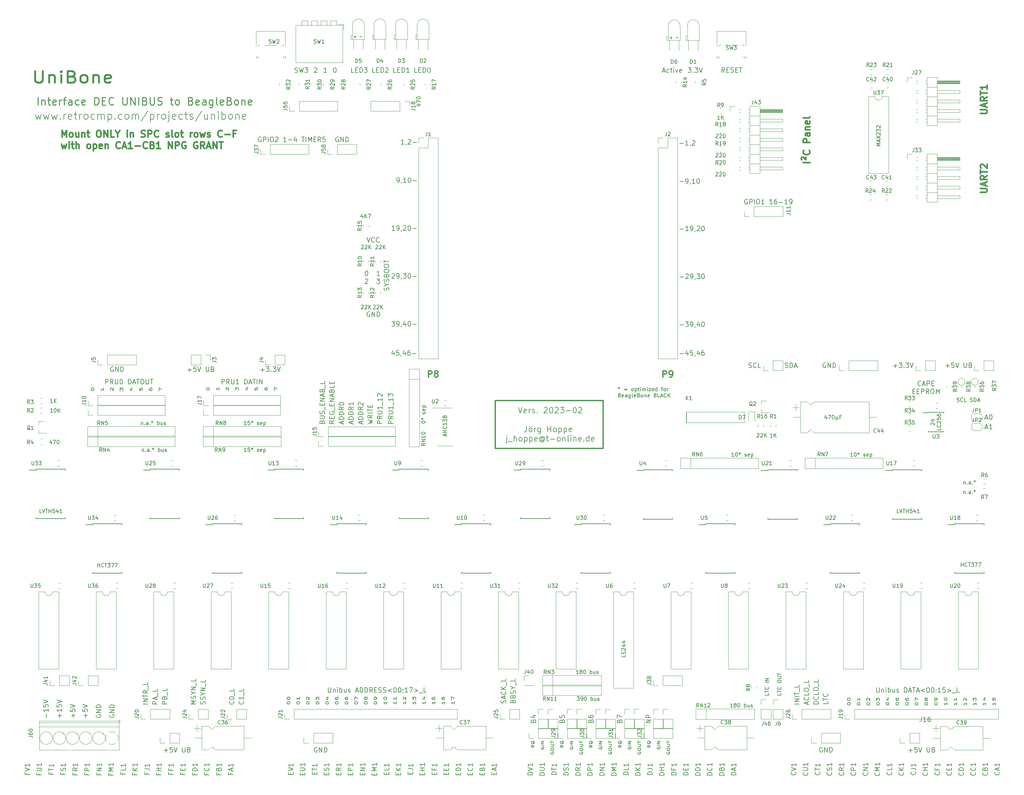
<source format=gbr>
G04 #@! TF.GenerationSoftware,KiCad,Pcbnew,(5.1.12)-1*
G04 #@! TF.CreationDate,2023-03-10T04:48:44+01:00*
G04 #@! TF.ProjectId,unibone,756e6962-6f6e-4652-9e6b-696361645f70,V1.0*
G04 #@! TF.SameCoordinates,Original*
G04 #@! TF.FileFunction,Legend,Top*
G04 #@! TF.FilePolarity,Positive*
%FSLAX46Y46*%
G04 Gerber Fmt 4.6, Leading zero omitted, Abs format (unit mm)*
G04 Created by KiCad (PCBNEW (5.1.12)-1) date 2023-03-10 04:48:44*
%MOMM*%
%LPD*%
G01*
G04 APERTURE LIST*
%ADD10C,0.150000*%
%ADD11C,0.203200*%
%ADD12C,0.304800*%
%ADD13C,0.381000*%
%ADD14C,0.177800*%
%ADD15C,0.350000*%
%ADD16C,0.508000*%
%ADD17C,0.254000*%
%ADD18C,0.120000*%
G04 APERTURE END LIST*
D10*
X198701238Y-36476142D02*
X199310761Y-36476142D01*
X199006000Y-36780904D02*
X199006000Y-36171380D01*
X200301238Y-36476142D02*
X200910761Y-36476142D01*
X114881238Y-36222142D02*
X115490761Y-36222142D01*
X115186000Y-36526904D02*
X115186000Y-35917380D01*
X116481238Y-36222142D02*
X117090761Y-36222142D01*
X278347714Y-132962761D02*
X278490571Y-133010380D01*
X278728666Y-133010380D01*
X278823904Y-132962761D01*
X278871523Y-132915142D01*
X278919142Y-132819904D01*
X278919142Y-132724666D01*
X278871523Y-132629428D01*
X278823904Y-132581809D01*
X278728666Y-132534190D01*
X278538190Y-132486571D01*
X278442952Y-132438952D01*
X278395333Y-132391333D01*
X278347714Y-132296095D01*
X278347714Y-132200857D01*
X278395333Y-132105619D01*
X278442952Y-132058000D01*
X278538190Y-132010380D01*
X278776285Y-132010380D01*
X278919142Y-132058000D01*
X279347714Y-133010380D02*
X279347714Y-132010380D01*
X279585809Y-132010380D01*
X279728666Y-132058000D01*
X279823904Y-132153238D01*
X279871523Y-132248476D01*
X279919142Y-132438952D01*
X279919142Y-132581809D01*
X279871523Y-132772285D01*
X279823904Y-132867523D01*
X279728666Y-132962761D01*
X279585809Y-133010380D01*
X279347714Y-133010380D01*
X280300095Y-132724666D02*
X280776285Y-132724666D01*
X280204857Y-133010380D02*
X280538190Y-132010380D01*
X280871523Y-133010380D01*
X274815523Y-132962761D02*
X274958380Y-133010380D01*
X275196476Y-133010380D01*
X275291714Y-132962761D01*
X275339333Y-132915142D01*
X275386952Y-132819904D01*
X275386952Y-132724666D01*
X275339333Y-132629428D01*
X275291714Y-132581809D01*
X275196476Y-132534190D01*
X275006000Y-132486571D01*
X274910761Y-132438952D01*
X274863142Y-132391333D01*
X274815523Y-132296095D01*
X274815523Y-132200857D01*
X274863142Y-132105619D01*
X274910761Y-132058000D01*
X275006000Y-132010380D01*
X275244095Y-132010380D01*
X275386952Y-132058000D01*
X276386952Y-132915142D02*
X276339333Y-132962761D01*
X276196476Y-133010380D01*
X276101238Y-133010380D01*
X275958380Y-132962761D01*
X275863142Y-132867523D01*
X275815523Y-132772285D01*
X275767904Y-132581809D01*
X275767904Y-132438952D01*
X275815523Y-132248476D01*
X275863142Y-132153238D01*
X275958380Y-132058000D01*
X276101238Y-132010380D01*
X276196476Y-132010380D01*
X276339333Y-132058000D01*
X276386952Y-132105619D01*
X277291714Y-133010380D02*
X276815523Y-133010380D01*
X276815523Y-132010380D01*
D11*
X229251857Y-123928047D02*
X229433285Y-123988523D01*
X229735666Y-123988523D01*
X229856619Y-123928047D01*
X229917095Y-123867571D01*
X229977571Y-123746619D01*
X229977571Y-123625666D01*
X229917095Y-123504714D01*
X229856619Y-123444238D01*
X229735666Y-123383761D01*
X229493761Y-123323285D01*
X229372809Y-123262809D01*
X229312333Y-123202333D01*
X229251857Y-123081380D01*
X229251857Y-122960428D01*
X229312333Y-122839476D01*
X229372809Y-122779000D01*
X229493761Y-122718523D01*
X229796142Y-122718523D01*
X229977571Y-122779000D01*
X230521857Y-123988523D02*
X230521857Y-122718523D01*
X230824238Y-122718523D01*
X231005666Y-122779000D01*
X231126619Y-122899952D01*
X231187095Y-123020904D01*
X231247571Y-123262809D01*
X231247571Y-123444238D01*
X231187095Y-123686142D01*
X231126619Y-123807095D01*
X231005666Y-123928047D01*
X230824238Y-123988523D01*
X230521857Y-123988523D01*
X231731380Y-123625666D02*
X232336142Y-123625666D01*
X231610428Y-123988523D02*
X232033761Y-122718523D01*
X232457095Y-123988523D01*
D10*
X240255714Y-136915714D02*
X240255714Y-137582380D01*
X240017619Y-136534761D02*
X239779523Y-137249047D01*
X240398571Y-137249047D01*
X240684285Y-136582380D02*
X241350952Y-136582380D01*
X240922380Y-137582380D01*
X241922380Y-136582380D02*
X242017619Y-136582380D01*
X242112857Y-136630000D01*
X242160476Y-136677619D01*
X242208095Y-136772857D01*
X242255714Y-136963333D01*
X242255714Y-137201428D01*
X242208095Y-137391904D01*
X242160476Y-137487142D01*
X242112857Y-137534761D01*
X242017619Y-137582380D01*
X241922380Y-137582380D01*
X241827142Y-137534761D01*
X241779523Y-137487142D01*
X241731904Y-137391904D01*
X241684285Y-137201428D01*
X241684285Y-136963333D01*
X241731904Y-136772857D01*
X241779523Y-136677619D01*
X241827142Y-136630000D01*
X241922380Y-136582380D01*
X242684285Y-136915714D02*
X242684285Y-137915714D01*
X243160476Y-137439523D02*
X243208095Y-137534761D01*
X243303333Y-137582380D01*
X242684285Y-137439523D02*
X242731904Y-137534761D01*
X242827142Y-137582380D01*
X243017619Y-137582380D01*
X243112857Y-137534761D01*
X243160476Y-137439523D01*
X243160476Y-136915714D01*
X244065238Y-137058571D02*
X243731904Y-137058571D01*
X243731904Y-137582380D02*
X243731904Y-136582380D01*
X244208095Y-136582380D01*
X224897380Y-210359214D02*
X224897380Y-210835404D01*
X223897380Y-210835404D01*
X223897380Y-210168738D02*
X223897380Y-209597309D01*
X224897380Y-209883023D02*
X223897380Y-209883023D01*
X224802142Y-208692547D02*
X224849761Y-208740166D01*
X224897380Y-208883023D01*
X224897380Y-208978261D01*
X224849761Y-209121119D01*
X224754523Y-209216357D01*
X224659285Y-209263976D01*
X224468809Y-209311595D01*
X224325952Y-209311595D01*
X224135476Y-209263976D01*
X224040238Y-209216357D01*
X223945000Y-209121119D01*
X223897380Y-208978261D01*
X223897380Y-208883023D01*
X223945000Y-208740166D01*
X223992619Y-208692547D01*
X224897380Y-207502071D02*
X223897380Y-207502071D01*
X224897380Y-207025880D02*
X223897380Y-207025880D01*
X224897380Y-206454452D01*
X223897380Y-206454452D01*
X228197380Y-210359214D02*
X228197380Y-210835404D01*
X227197380Y-210835404D01*
X227197380Y-210168738D02*
X227197380Y-209597309D01*
X228197380Y-209883023D02*
X227197380Y-209883023D01*
X228102142Y-208692547D02*
X228149761Y-208740166D01*
X228197380Y-208883023D01*
X228197380Y-208978261D01*
X228149761Y-209121119D01*
X228054523Y-209216357D01*
X227959285Y-209263976D01*
X227768809Y-209311595D01*
X227625952Y-209311595D01*
X227435476Y-209263976D01*
X227340238Y-209216357D01*
X227245000Y-209121119D01*
X227197380Y-208978261D01*
X227197380Y-208883023D01*
X227245000Y-208740166D01*
X227292619Y-208692547D01*
X227197380Y-207311595D02*
X227197380Y-207121119D01*
X227245000Y-207025880D01*
X227340238Y-206930642D01*
X227530714Y-206883023D01*
X227864047Y-206883023D01*
X228054523Y-206930642D01*
X228149761Y-207025880D01*
X228197380Y-207121119D01*
X228197380Y-207311595D01*
X228149761Y-207406833D01*
X228054523Y-207502071D01*
X227864047Y-207549690D01*
X227530714Y-207549690D01*
X227340238Y-207502071D01*
X227245000Y-207406833D01*
X227197380Y-207311595D01*
X227197380Y-206454452D02*
X228006904Y-206454452D01*
X228102142Y-206406833D01*
X228149761Y-206359214D01*
X228197380Y-206263976D01*
X228197380Y-206073500D01*
X228149761Y-205978261D01*
X228102142Y-205930642D01*
X228006904Y-205883023D01*
X227197380Y-205883023D01*
X227197380Y-205549690D02*
X227197380Y-204978261D01*
X228197380Y-205263976D02*
X227197380Y-205263976D01*
D11*
X196758000Y-45296666D02*
X197362761Y-45296666D01*
X196637047Y-45659523D02*
X197060380Y-44389523D01*
X197483714Y-45659523D01*
X198451333Y-45599047D02*
X198330380Y-45659523D01*
X198088476Y-45659523D01*
X197967523Y-45599047D01*
X197907047Y-45538571D01*
X197846571Y-45417619D01*
X197846571Y-45054761D01*
X197907047Y-44933809D01*
X197967523Y-44873333D01*
X198088476Y-44812857D01*
X198330380Y-44812857D01*
X198451333Y-44873333D01*
X198814190Y-44812857D02*
X199298000Y-44812857D01*
X198995619Y-44389523D02*
X198995619Y-45478095D01*
X199056095Y-45599047D01*
X199177047Y-45659523D01*
X199298000Y-45659523D01*
X199721333Y-45659523D02*
X199721333Y-44812857D01*
X199721333Y-44389523D02*
X199660857Y-44450000D01*
X199721333Y-44510476D01*
X199781809Y-44450000D01*
X199721333Y-44389523D01*
X199721333Y-44510476D01*
X200205142Y-44812857D02*
X200507523Y-45659523D01*
X200809904Y-44812857D01*
X201777523Y-45599047D02*
X201656571Y-45659523D01*
X201414666Y-45659523D01*
X201293714Y-45599047D01*
X201233238Y-45478095D01*
X201233238Y-44994285D01*
X201293714Y-44873333D01*
X201414666Y-44812857D01*
X201656571Y-44812857D01*
X201777523Y-44873333D01*
X201838000Y-44994285D01*
X201838000Y-45115238D01*
X201233238Y-45236190D01*
D10*
X186923380Y-200193238D02*
X186923380Y-200669428D01*
X185923380Y-200669428D01*
X186875761Y-199907523D02*
X186923380Y-199764666D01*
X186923380Y-199526571D01*
X186875761Y-199431333D01*
X186828142Y-199383714D01*
X186732904Y-199336095D01*
X186637666Y-199336095D01*
X186542428Y-199383714D01*
X186494809Y-199431333D01*
X186447190Y-199526571D01*
X186399571Y-199717047D01*
X186351952Y-199812285D01*
X186304333Y-199859904D01*
X186209095Y-199907523D01*
X186113857Y-199907523D01*
X186018619Y-199859904D01*
X185971000Y-199812285D01*
X185923380Y-199717047D01*
X185923380Y-199478952D01*
X185971000Y-199336095D01*
X186018619Y-198955142D02*
X185971000Y-198907523D01*
X185923380Y-198812285D01*
X185923380Y-198574190D01*
X185971000Y-198478952D01*
X186018619Y-198431333D01*
X186113857Y-198383714D01*
X186209095Y-198383714D01*
X186351952Y-198431333D01*
X186923380Y-199002761D01*
X186923380Y-198383714D01*
X186256714Y-197526571D02*
X186923380Y-197526571D01*
X185875761Y-197764666D02*
X186590047Y-198002761D01*
X186590047Y-197383714D01*
X186256714Y-196574190D02*
X186923380Y-196574190D01*
X185875761Y-196812285D02*
X186590047Y-197050380D01*
X186590047Y-196431333D01*
X254487380Y-65120666D02*
X253487380Y-65120666D01*
X254201666Y-64787333D01*
X253487380Y-64454000D01*
X254487380Y-64454000D01*
X254201666Y-64025428D02*
X254201666Y-63549238D01*
X254487380Y-64120666D02*
X253487380Y-63787333D01*
X254487380Y-63454000D01*
X253487380Y-63215904D02*
X254487380Y-62549238D01*
X253487380Y-62549238D02*
X254487380Y-63215904D01*
X253582619Y-62215904D02*
X253535000Y-62168285D01*
X253487380Y-62073047D01*
X253487380Y-61834952D01*
X253535000Y-61739714D01*
X253582619Y-61692095D01*
X253677857Y-61644476D01*
X253773095Y-61644476D01*
X253915952Y-61692095D01*
X254487380Y-62263523D01*
X254487380Y-61644476D01*
X253487380Y-61311142D02*
X253487380Y-60692095D01*
X253868333Y-61025428D01*
X253868333Y-60882571D01*
X253915952Y-60787333D01*
X253963571Y-60739714D01*
X254058809Y-60692095D01*
X254296904Y-60692095D01*
X254392142Y-60739714D01*
X254439761Y-60787333D01*
X254487380Y-60882571D01*
X254487380Y-61168285D01*
X254439761Y-61263523D01*
X254392142Y-61311142D01*
X253582619Y-60311142D02*
X253535000Y-60263523D01*
X253487380Y-60168285D01*
X253487380Y-59930190D01*
X253535000Y-59834952D01*
X253582619Y-59787333D01*
X253677857Y-59739714D01*
X253773095Y-59739714D01*
X253915952Y-59787333D01*
X254487380Y-60358761D01*
X254487380Y-59739714D01*
D11*
X64563095Y-225485714D02*
X65530714Y-225485714D01*
X65046904Y-225969523D02*
X65046904Y-225001904D01*
X66740238Y-224699523D02*
X66135476Y-224699523D01*
X66075000Y-225304285D01*
X66135476Y-225243809D01*
X66256428Y-225183333D01*
X66558809Y-225183333D01*
X66679761Y-225243809D01*
X66740238Y-225304285D01*
X66800714Y-225425238D01*
X66800714Y-225727619D01*
X66740238Y-225848571D01*
X66679761Y-225909047D01*
X66558809Y-225969523D01*
X66256428Y-225969523D01*
X66135476Y-225909047D01*
X66075000Y-225848571D01*
X67163571Y-224699523D02*
X67586904Y-225969523D01*
X68010238Y-224699523D01*
X69401190Y-224699523D02*
X69401190Y-225727619D01*
X69461666Y-225848571D01*
X69522142Y-225909047D01*
X69643095Y-225969523D01*
X69885000Y-225969523D01*
X70005952Y-225909047D01*
X70066428Y-225848571D01*
X70126904Y-225727619D01*
X70126904Y-224699523D01*
X71155000Y-225304285D02*
X71336428Y-225364761D01*
X71396904Y-225425238D01*
X71457380Y-225546190D01*
X71457380Y-225727619D01*
X71396904Y-225848571D01*
X71336428Y-225909047D01*
X71215476Y-225969523D01*
X70731666Y-225969523D01*
X70731666Y-224699523D01*
X71155000Y-224699523D01*
X71275952Y-224760000D01*
X71336428Y-224820476D01*
X71396904Y-224941428D01*
X71396904Y-225062380D01*
X71336428Y-225183333D01*
X71275952Y-225243809D01*
X71155000Y-225304285D01*
X70731666Y-225304285D01*
X262048095Y-225485714D02*
X263015714Y-225485714D01*
X262531904Y-225969523D02*
X262531904Y-225001904D01*
X264225238Y-224699523D02*
X263620476Y-224699523D01*
X263560000Y-225304285D01*
X263620476Y-225243809D01*
X263741428Y-225183333D01*
X264043809Y-225183333D01*
X264164761Y-225243809D01*
X264225238Y-225304285D01*
X264285714Y-225425238D01*
X264285714Y-225727619D01*
X264225238Y-225848571D01*
X264164761Y-225909047D01*
X264043809Y-225969523D01*
X263741428Y-225969523D01*
X263620476Y-225909047D01*
X263560000Y-225848571D01*
X264648571Y-224699523D02*
X265071904Y-225969523D01*
X265495238Y-224699523D01*
X266886190Y-224699523D02*
X266886190Y-225727619D01*
X266946666Y-225848571D01*
X267007142Y-225909047D01*
X267128095Y-225969523D01*
X267370000Y-225969523D01*
X267490952Y-225909047D01*
X267551428Y-225848571D01*
X267611904Y-225727619D01*
X267611904Y-224699523D01*
X268640000Y-225304285D02*
X268821428Y-225364761D01*
X268881904Y-225425238D01*
X268942380Y-225546190D01*
X268942380Y-225727619D01*
X268881904Y-225848571D01*
X268821428Y-225909047D01*
X268700476Y-225969523D01*
X268216666Y-225969523D01*
X268216666Y-224699523D01*
X268640000Y-224699523D01*
X268760952Y-224760000D01*
X268821428Y-224820476D01*
X268881904Y-224941428D01*
X268881904Y-225062380D01*
X268821428Y-225183333D01*
X268760952Y-225243809D01*
X268640000Y-225304285D01*
X268216666Y-225304285D01*
D10*
X267962619Y-139161904D02*
X267915000Y-139114285D01*
X267867380Y-139019047D01*
X267867380Y-138780952D01*
X267915000Y-138685714D01*
X267962619Y-138638095D01*
X268057857Y-138590476D01*
X268153095Y-138590476D01*
X268295952Y-138638095D01*
X268867380Y-139209523D01*
X268867380Y-138590476D01*
X268200714Y-137733333D02*
X268867380Y-137733333D01*
X267819761Y-137971428D02*
X268534047Y-138209523D01*
X268534047Y-137590476D01*
X270517380Y-140019047D02*
X270517380Y-140495238D01*
X269517380Y-140495238D01*
X270422142Y-139114285D02*
X270469761Y-139161904D01*
X270517380Y-139304761D01*
X270517380Y-139400000D01*
X270469761Y-139542857D01*
X270374523Y-139638095D01*
X270279285Y-139685714D01*
X270088809Y-139733333D01*
X269945952Y-139733333D01*
X269755476Y-139685714D01*
X269660238Y-139638095D01*
X269565000Y-139542857D01*
X269517380Y-139400000D01*
X269517380Y-139304761D01*
X269565000Y-139161904D01*
X269612619Y-139114285D01*
X269612619Y-138733333D02*
X269565000Y-138685714D01*
X269517380Y-138590476D01*
X269517380Y-138352380D01*
X269565000Y-138257142D01*
X269612619Y-138209523D01*
X269707857Y-138161904D01*
X269803095Y-138161904D01*
X269945952Y-138209523D01*
X270517380Y-138780952D01*
X270517380Y-138161904D01*
X269517380Y-137257142D02*
X269517380Y-137733333D01*
X269993571Y-137780952D01*
X269945952Y-137733333D01*
X269898333Y-137638095D01*
X269898333Y-137400000D01*
X269945952Y-137304761D01*
X269993571Y-137257142D01*
X270088809Y-137209523D01*
X270326904Y-137209523D01*
X270422142Y-137257142D01*
X270469761Y-137304761D01*
X270517380Y-137400000D01*
X270517380Y-137638095D01*
X270469761Y-137733333D01*
X270422142Y-137780952D01*
X269517380Y-136352380D02*
X269517380Y-136542857D01*
X269565000Y-136638095D01*
X269612619Y-136685714D01*
X269755476Y-136780952D01*
X269945952Y-136828571D01*
X270326904Y-136828571D01*
X270422142Y-136780952D01*
X270469761Y-136733333D01*
X270517380Y-136638095D01*
X270517380Y-136447619D01*
X270469761Y-136352380D01*
X270422142Y-136304761D01*
X270326904Y-136257142D01*
X270088809Y-136257142D01*
X269993571Y-136304761D01*
X269945952Y-136352380D01*
X269898333Y-136447619D01*
X269898333Y-136638095D01*
X269945952Y-136733333D01*
X269993571Y-136780952D01*
X270088809Y-136828571D01*
X139231666Y-142106476D02*
X139231666Y-141630285D01*
X139517380Y-142201714D02*
X138517380Y-141868380D01*
X139517380Y-141535047D01*
X139517380Y-141201714D02*
X138517380Y-141201714D01*
X138993571Y-141201714D02*
X138993571Y-140630285D01*
X139517380Y-140630285D02*
X138517380Y-140630285D01*
X139422142Y-139582666D02*
X139469761Y-139630285D01*
X139517380Y-139773142D01*
X139517380Y-139868380D01*
X139469761Y-140011238D01*
X139374523Y-140106476D01*
X139279285Y-140154095D01*
X139088809Y-140201714D01*
X138945952Y-140201714D01*
X138755476Y-140154095D01*
X138660238Y-140106476D01*
X138565000Y-140011238D01*
X138517380Y-139868380D01*
X138517380Y-139773142D01*
X138565000Y-139630285D01*
X138612619Y-139582666D01*
X139517380Y-138630285D02*
X139517380Y-139201714D01*
X139517380Y-138916000D02*
X138517380Y-138916000D01*
X138660238Y-139011238D01*
X138755476Y-139106476D01*
X138803095Y-139201714D01*
X138517380Y-138296952D02*
X138517380Y-137677904D01*
X138898333Y-138011238D01*
X138898333Y-137868380D01*
X138945952Y-137773142D01*
X138993571Y-137725523D01*
X139088809Y-137677904D01*
X139326904Y-137677904D01*
X139422142Y-137725523D01*
X139469761Y-137773142D01*
X139517380Y-137868380D01*
X139517380Y-138154095D01*
X139469761Y-138249333D01*
X139422142Y-138296952D01*
X138945952Y-137106476D02*
X138898333Y-137201714D01*
X138850714Y-137249333D01*
X138755476Y-137296952D01*
X138707857Y-137296952D01*
X138612619Y-137249333D01*
X138565000Y-137201714D01*
X138517380Y-137106476D01*
X138517380Y-136916000D01*
X138565000Y-136820761D01*
X138612619Y-136773142D01*
X138707857Y-136725523D01*
X138755476Y-136725523D01*
X138850714Y-136773142D01*
X138898333Y-136820761D01*
X138945952Y-136916000D01*
X138945952Y-137106476D01*
X138993571Y-137201714D01*
X139041190Y-137249333D01*
X139136428Y-137296952D01*
X139326904Y-137296952D01*
X139422142Y-137249333D01*
X139469761Y-137201714D01*
X139517380Y-137106476D01*
X139517380Y-136916000D01*
X139469761Y-136820761D01*
X139422142Y-136773142D01*
X139326904Y-136725523D01*
X139136428Y-136725523D01*
X139041190Y-136773142D01*
X138993571Y-136820761D01*
X138945952Y-136916000D01*
D12*
X152400000Y-145415000D02*
X152400000Y-132842000D01*
X180975000Y-145415000D02*
X152400000Y-145415000D01*
X180975000Y-132715000D02*
X180975000Y-145415000D01*
X152400000Y-132715000D02*
X180975000Y-132715000D01*
D11*
X50165000Y-216070300D02*
X50104523Y-216191253D01*
X50104523Y-216372681D01*
X50165000Y-216554110D01*
X50285952Y-216675062D01*
X50406904Y-216735539D01*
X50648809Y-216796015D01*
X50830238Y-216796015D01*
X51072142Y-216735539D01*
X51193095Y-216675062D01*
X51314047Y-216554110D01*
X51374523Y-216372681D01*
X51374523Y-216251729D01*
X51314047Y-216070300D01*
X51253571Y-216009824D01*
X50830238Y-216009824D01*
X50830238Y-216251729D01*
X51374523Y-215465539D02*
X50104523Y-215465539D01*
X51374523Y-214739824D01*
X50104523Y-214739824D01*
X51374523Y-214135062D02*
X50104523Y-214135062D01*
X50104523Y-213832681D01*
X50165000Y-213651253D01*
X50285952Y-213530300D01*
X50406904Y-213469824D01*
X50648809Y-213409348D01*
X50830238Y-213409348D01*
X51072142Y-213469824D01*
X51193095Y-213530300D01*
X51314047Y-213651253D01*
X51374523Y-213832681D01*
X51374523Y-214135062D01*
X46609000Y-216070300D02*
X46548523Y-216191253D01*
X46548523Y-216372681D01*
X46609000Y-216554110D01*
X46729952Y-216675062D01*
X46850904Y-216735539D01*
X47092809Y-216796015D01*
X47274238Y-216796015D01*
X47516142Y-216735539D01*
X47637095Y-216675062D01*
X47758047Y-216554110D01*
X47818523Y-216372681D01*
X47818523Y-216251729D01*
X47758047Y-216070300D01*
X47697571Y-216009824D01*
X47274238Y-216009824D01*
X47274238Y-216251729D01*
X47818523Y-215465539D02*
X46548523Y-215465539D01*
X47818523Y-214739824D01*
X46548523Y-214739824D01*
X47818523Y-214135062D02*
X46548523Y-214135062D01*
X46548523Y-213832681D01*
X46609000Y-213651253D01*
X46729952Y-213530300D01*
X46850904Y-213469824D01*
X47092809Y-213409348D01*
X47274238Y-213409348D01*
X47516142Y-213469824D01*
X47637095Y-213530300D01*
X47758047Y-213651253D01*
X47818523Y-213832681D01*
X47818523Y-214135062D01*
X43778714Y-216735539D02*
X43778714Y-215767920D01*
X44262523Y-216251729D02*
X43294904Y-216251729D01*
X42992523Y-214558396D02*
X42992523Y-215163158D01*
X43597285Y-215223634D01*
X43536809Y-215163158D01*
X43476333Y-215042205D01*
X43476333Y-214739824D01*
X43536809Y-214618872D01*
X43597285Y-214558396D01*
X43718238Y-214497920D01*
X44020619Y-214497920D01*
X44141571Y-214558396D01*
X44202047Y-214618872D01*
X44262523Y-214739824D01*
X44262523Y-215042205D01*
X44202047Y-215163158D01*
X44141571Y-215223634D01*
X42992523Y-214135062D02*
X44262523Y-213711729D01*
X42992523Y-213288396D01*
X40476714Y-216735539D02*
X40476714Y-215767920D01*
X40960523Y-216251729D02*
X39992904Y-216251729D01*
X39690523Y-214558396D02*
X39690523Y-215163158D01*
X40295285Y-215223634D01*
X40234809Y-215163158D01*
X40174333Y-215042205D01*
X40174333Y-214739824D01*
X40234809Y-214618872D01*
X40295285Y-214558396D01*
X40416238Y-214497920D01*
X40718619Y-214497920D01*
X40839571Y-214558396D01*
X40900047Y-214618872D01*
X40960523Y-214739824D01*
X40960523Y-215042205D01*
X40900047Y-215163158D01*
X40839571Y-215223634D01*
X39690523Y-214135062D02*
X40960523Y-213711729D01*
X39690523Y-213288396D01*
X33364714Y-216735539D02*
X33364714Y-215767920D01*
X33848523Y-214497920D02*
X33848523Y-215223634D01*
X33848523Y-214860777D02*
X32578523Y-214860777D01*
X32759952Y-214981729D01*
X32880904Y-215102681D01*
X32941380Y-215223634D01*
X32578523Y-213348872D02*
X32578523Y-213953634D01*
X33183285Y-214014110D01*
X33122809Y-213953634D01*
X33062333Y-213832681D01*
X33062333Y-213530300D01*
X33122809Y-213409348D01*
X33183285Y-213348872D01*
X33304238Y-213288396D01*
X33606619Y-213288396D01*
X33727571Y-213348872D01*
X33788047Y-213409348D01*
X33848523Y-213530300D01*
X33848523Y-213832681D01*
X33788047Y-213953634D01*
X33727571Y-214014110D01*
X32578523Y-212925539D02*
X33848523Y-212502205D01*
X32578523Y-212078872D01*
X36920714Y-216735539D02*
X36920714Y-215767920D01*
X37404523Y-216251729D02*
X36436904Y-216251729D01*
X37404523Y-214497920D02*
X37404523Y-215223634D01*
X37404523Y-214860777D02*
X36134523Y-214860777D01*
X36315952Y-214981729D01*
X36436904Y-215102681D01*
X36497380Y-215223634D01*
X36134523Y-213348872D02*
X36134523Y-213953634D01*
X36739285Y-214014110D01*
X36678809Y-213953634D01*
X36618333Y-213832681D01*
X36618333Y-213530300D01*
X36678809Y-213409348D01*
X36739285Y-213348872D01*
X36860238Y-213288396D01*
X37162619Y-213288396D01*
X37283571Y-213348872D01*
X37344047Y-213409348D01*
X37404523Y-213530300D01*
X37404523Y-213832681D01*
X37344047Y-213953634D01*
X37283571Y-214014110D01*
X36134523Y-212925539D02*
X37404523Y-212502205D01*
X36134523Y-212078872D01*
D10*
X215320857Y-214036380D02*
X214749428Y-214036380D01*
X215035142Y-214036380D02*
X215035142Y-213036380D01*
X214939904Y-213179238D01*
X214844666Y-213274476D01*
X214749428Y-213322095D01*
X215892285Y-213464952D02*
X215797047Y-213417333D01*
X215749428Y-213369714D01*
X215701809Y-213274476D01*
X215701809Y-213226857D01*
X215749428Y-213131619D01*
X215797047Y-213084000D01*
X215892285Y-213036380D01*
X216082761Y-213036380D01*
X216178000Y-213084000D01*
X216225619Y-213131619D01*
X216273238Y-213226857D01*
X216273238Y-213274476D01*
X216225619Y-213369714D01*
X216178000Y-213417333D01*
X216082761Y-213464952D01*
X215892285Y-213464952D01*
X215797047Y-213512571D01*
X215749428Y-213560190D01*
X215701809Y-213655428D01*
X215701809Y-213845904D01*
X215749428Y-213941142D01*
X215797047Y-213988761D01*
X215892285Y-214036380D01*
X216082761Y-214036380D01*
X216178000Y-213988761D01*
X216225619Y-213941142D01*
X216273238Y-213845904D01*
X216273238Y-213655428D01*
X216225619Y-213560190D01*
X216178000Y-213512571D01*
X216082761Y-213464952D01*
X216892285Y-213036380D02*
X216987523Y-213036380D01*
X217082761Y-213084000D01*
X217130380Y-213131619D01*
X217178000Y-213226857D01*
X217225619Y-213417333D01*
X217225619Y-213655428D01*
X217178000Y-213845904D01*
X217130380Y-213941142D01*
X217082761Y-213988761D01*
X216987523Y-214036380D01*
X216892285Y-214036380D01*
X216797047Y-213988761D01*
X216749428Y-213941142D01*
X216701809Y-213845904D01*
X216654190Y-213655428D01*
X216654190Y-213417333D01*
X216701809Y-213226857D01*
X216749428Y-213131619D01*
X216797047Y-213084000D01*
X216892285Y-213036380D01*
X218416095Y-214036380D02*
X218416095Y-213036380D01*
X218416095Y-213417333D02*
X218511333Y-213369714D01*
X218701809Y-213369714D01*
X218797047Y-213417333D01*
X218844666Y-213464952D01*
X218892285Y-213560190D01*
X218892285Y-213845904D01*
X218844666Y-213941142D01*
X218797047Y-213988761D01*
X218701809Y-214036380D01*
X218511333Y-214036380D01*
X218416095Y-213988761D01*
X219749428Y-213369714D02*
X219749428Y-214036380D01*
X219320857Y-213369714D02*
X219320857Y-213893523D01*
X219368476Y-213988761D01*
X219463714Y-214036380D01*
X219606571Y-214036380D01*
X219701809Y-213988761D01*
X219749428Y-213941142D01*
X220178000Y-213988761D02*
X220273238Y-214036380D01*
X220463714Y-214036380D01*
X220558952Y-213988761D01*
X220606571Y-213893523D01*
X220606571Y-213845904D01*
X220558952Y-213750666D01*
X220463714Y-213703047D01*
X220320857Y-213703047D01*
X220225619Y-213655428D01*
X220178000Y-213560190D01*
X220178000Y-213512571D01*
X220225619Y-213417333D01*
X220320857Y-213369714D01*
X220463714Y-213369714D01*
X220558952Y-213417333D01*
X174061809Y-211288380D02*
X174680857Y-211288380D01*
X174347523Y-211669333D01*
X174490380Y-211669333D01*
X174585619Y-211716952D01*
X174633238Y-211764571D01*
X174680857Y-211859809D01*
X174680857Y-212097904D01*
X174633238Y-212193142D01*
X174585619Y-212240761D01*
X174490380Y-212288380D01*
X174204666Y-212288380D01*
X174109428Y-212240761D01*
X174061809Y-212193142D01*
X175157047Y-212288380D02*
X175347523Y-212288380D01*
X175442761Y-212240761D01*
X175490380Y-212193142D01*
X175585619Y-212050285D01*
X175633238Y-211859809D01*
X175633238Y-211478857D01*
X175585619Y-211383619D01*
X175538000Y-211336000D01*
X175442761Y-211288380D01*
X175252285Y-211288380D01*
X175157047Y-211336000D01*
X175109428Y-211383619D01*
X175061809Y-211478857D01*
X175061809Y-211716952D01*
X175109428Y-211812190D01*
X175157047Y-211859809D01*
X175252285Y-211907428D01*
X175442761Y-211907428D01*
X175538000Y-211859809D01*
X175585619Y-211812190D01*
X175633238Y-211716952D01*
X176252285Y-211288380D02*
X176347523Y-211288380D01*
X176442761Y-211336000D01*
X176490380Y-211383619D01*
X176538000Y-211478857D01*
X176585619Y-211669333D01*
X176585619Y-211907428D01*
X176538000Y-212097904D01*
X176490380Y-212193142D01*
X176442761Y-212240761D01*
X176347523Y-212288380D01*
X176252285Y-212288380D01*
X176157047Y-212240761D01*
X176109428Y-212193142D01*
X176061809Y-212097904D01*
X176014190Y-211907428D01*
X176014190Y-211669333D01*
X176061809Y-211478857D01*
X176109428Y-211383619D01*
X176157047Y-211336000D01*
X176252285Y-211288380D01*
X177776095Y-212288380D02*
X177776095Y-211288380D01*
X177776095Y-211669333D02*
X177871333Y-211621714D01*
X178061809Y-211621714D01*
X178157047Y-211669333D01*
X178204666Y-211716952D01*
X178252285Y-211812190D01*
X178252285Y-212097904D01*
X178204666Y-212193142D01*
X178157047Y-212240761D01*
X178061809Y-212288380D01*
X177871333Y-212288380D01*
X177776095Y-212240761D01*
X179109428Y-211621714D02*
X179109428Y-212288380D01*
X178680857Y-211621714D02*
X178680857Y-212145523D01*
X178728476Y-212240761D01*
X178823714Y-212288380D01*
X178966571Y-212288380D01*
X179061809Y-212240761D01*
X179109428Y-212193142D01*
X179538000Y-212240761D02*
X179633238Y-212288380D01*
X179823714Y-212288380D01*
X179918952Y-212240761D01*
X179966571Y-212145523D01*
X179966571Y-212097904D01*
X179918952Y-212002666D01*
X179823714Y-211955047D01*
X179680857Y-211955047D01*
X179585619Y-211907428D01*
X179538000Y-211812190D01*
X179538000Y-211764571D01*
X179585619Y-211669333D01*
X179680857Y-211621714D01*
X179823714Y-211621714D01*
X179918952Y-211669333D01*
X174426857Y-205176380D02*
X173855428Y-205176380D01*
X174141142Y-205176380D02*
X174141142Y-204176380D01*
X174045904Y-204319238D01*
X173950666Y-204414476D01*
X173855428Y-204462095D01*
X174998285Y-204604952D02*
X174903047Y-204557333D01*
X174855428Y-204509714D01*
X174807809Y-204414476D01*
X174807809Y-204366857D01*
X174855428Y-204271619D01*
X174903047Y-204224000D01*
X174998285Y-204176380D01*
X175188761Y-204176380D01*
X175284000Y-204224000D01*
X175331619Y-204271619D01*
X175379238Y-204366857D01*
X175379238Y-204414476D01*
X175331619Y-204509714D01*
X175284000Y-204557333D01*
X175188761Y-204604952D01*
X174998285Y-204604952D01*
X174903047Y-204652571D01*
X174855428Y-204700190D01*
X174807809Y-204795428D01*
X174807809Y-204985904D01*
X174855428Y-205081142D01*
X174903047Y-205128761D01*
X174998285Y-205176380D01*
X175188761Y-205176380D01*
X175284000Y-205128761D01*
X175331619Y-205081142D01*
X175379238Y-204985904D01*
X175379238Y-204795428D01*
X175331619Y-204700190D01*
X175284000Y-204652571D01*
X175188761Y-204604952D01*
X175998285Y-204176380D02*
X176093523Y-204176380D01*
X176188761Y-204224000D01*
X176236380Y-204271619D01*
X176284000Y-204366857D01*
X176331619Y-204557333D01*
X176331619Y-204795428D01*
X176284000Y-204985904D01*
X176236380Y-205081142D01*
X176188761Y-205128761D01*
X176093523Y-205176380D01*
X175998285Y-205176380D01*
X175903047Y-205128761D01*
X175855428Y-205081142D01*
X175807809Y-204985904D01*
X175760190Y-204795428D01*
X175760190Y-204557333D01*
X175807809Y-204366857D01*
X175855428Y-204271619D01*
X175903047Y-204224000D01*
X175998285Y-204176380D01*
X177522095Y-205176380D02*
X177522095Y-204176380D01*
X177522095Y-204557333D02*
X177617333Y-204509714D01*
X177807809Y-204509714D01*
X177903047Y-204557333D01*
X177950666Y-204604952D01*
X177998285Y-204700190D01*
X177998285Y-204985904D01*
X177950666Y-205081142D01*
X177903047Y-205128761D01*
X177807809Y-205176380D01*
X177617333Y-205176380D01*
X177522095Y-205128761D01*
X178855428Y-204509714D02*
X178855428Y-205176380D01*
X178426857Y-204509714D02*
X178426857Y-205033523D01*
X178474476Y-205128761D01*
X178569714Y-205176380D01*
X178712571Y-205176380D01*
X178807809Y-205128761D01*
X178855428Y-205081142D01*
X179284000Y-205128761D02*
X179379238Y-205176380D01*
X179569714Y-205176380D01*
X179664952Y-205128761D01*
X179712571Y-205033523D01*
X179712571Y-204985904D01*
X179664952Y-204890666D01*
X179569714Y-204843047D01*
X179426857Y-204843047D01*
X179331619Y-204795428D01*
X179284000Y-204700190D01*
X179284000Y-204652571D01*
X179331619Y-204557333D01*
X179426857Y-204509714D01*
X179569714Y-204509714D01*
X179664952Y-204557333D01*
X276606190Y-154217714D02*
X276606190Y-154884380D01*
X276606190Y-154312952D02*
X276653809Y-154265333D01*
X276749047Y-154217714D01*
X276891904Y-154217714D01*
X276987142Y-154265333D01*
X277034761Y-154360571D01*
X277034761Y-154884380D01*
X277510952Y-154789142D02*
X277558571Y-154836761D01*
X277510952Y-154884380D01*
X277463333Y-154836761D01*
X277510952Y-154789142D01*
X277510952Y-154884380D01*
X278415714Y-154884380D02*
X278415714Y-154360571D01*
X278368095Y-154265333D01*
X278272857Y-154217714D01*
X278082380Y-154217714D01*
X277987142Y-154265333D01*
X278415714Y-154836761D02*
X278320476Y-154884380D01*
X278082380Y-154884380D01*
X277987142Y-154836761D01*
X277939523Y-154741523D01*
X277939523Y-154646285D01*
X277987142Y-154551047D01*
X278082380Y-154503428D01*
X278320476Y-154503428D01*
X278415714Y-154455809D01*
X278891904Y-154789142D02*
X278939523Y-154836761D01*
X278891904Y-154884380D01*
X278844285Y-154836761D01*
X278891904Y-154789142D01*
X278891904Y-154884380D01*
X279510952Y-153884380D02*
X279510952Y-154122476D01*
X279272857Y-154027238D02*
X279510952Y-154122476D01*
X279749047Y-154027238D01*
X279368095Y-154312952D02*
X279510952Y-154122476D01*
X279653809Y-154312952D01*
X276606190Y-156757714D02*
X276606190Y-157424380D01*
X276606190Y-156852952D02*
X276653809Y-156805333D01*
X276749047Y-156757714D01*
X276891904Y-156757714D01*
X276987142Y-156805333D01*
X277034761Y-156900571D01*
X277034761Y-157424380D01*
X277510952Y-157329142D02*
X277558571Y-157376761D01*
X277510952Y-157424380D01*
X277463333Y-157376761D01*
X277510952Y-157329142D01*
X277510952Y-157424380D01*
X278415714Y-157424380D02*
X278415714Y-156900571D01*
X278368095Y-156805333D01*
X278272857Y-156757714D01*
X278082380Y-156757714D01*
X277987142Y-156805333D01*
X278415714Y-157376761D02*
X278320476Y-157424380D01*
X278082380Y-157424380D01*
X277987142Y-157376761D01*
X277939523Y-157281523D01*
X277939523Y-157186285D01*
X277987142Y-157091047D01*
X278082380Y-157043428D01*
X278320476Y-157043428D01*
X278415714Y-156995809D01*
X278891904Y-157329142D02*
X278939523Y-157376761D01*
X278891904Y-157424380D01*
X278844285Y-157376761D01*
X278891904Y-157329142D01*
X278891904Y-157424380D01*
X279510952Y-156424380D02*
X279510952Y-156662476D01*
X279272857Y-156567238D02*
X279510952Y-156662476D01*
X279749047Y-156567238D01*
X279368095Y-156852952D02*
X279510952Y-156662476D01*
X279653809Y-156852952D01*
X120058095Y-107467619D02*
X120105714Y-107420000D01*
X120200952Y-107372380D01*
X120439047Y-107372380D01*
X120534285Y-107420000D01*
X120581904Y-107467619D01*
X120629523Y-107562857D01*
X120629523Y-107658095D01*
X120581904Y-107800952D01*
X120010476Y-108372380D01*
X120629523Y-108372380D01*
X121010476Y-107467619D02*
X121058095Y-107420000D01*
X121153333Y-107372380D01*
X121391428Y-107372380D01*
X121486666Y-107420000D01*
X121534285Y-107467619D01*
X121581904Y-107562857D01*
X121581904Y-107658095D01*
X121534285Y-107800952D01*
X120962857Y-108372380D01*
X121581904Y-108372380D01*
X122010476Y-108372380D02*
X122010476Y-107372380D01*
X122581904Y-108372380D02*
X122153333Y-107800952D01*
X122581904Y-107372380D02*
X122010476Y-107943809D01*
X116883095Y-91592619D02*
X116930714Y-91545000D01*
X117025952Y-91497380D01*
X117264047Y-91497380D01*
X117359285Y-91545000D01*
X117406904Y-91592619D01*
X117454523Y-91687857D01*
X117454523Y-91783095D01*
X117406904Y-91925952D01*
X116835476Y-92497380D01*
X117454523Y-92497380D01*
X117835476Y-91592619D02*
X117883095Y-91545000D01*
X117978333Y-91497380D01*
X118216428Y-91497380D01*
X118311666Y-91545000D01*
X118359285Y-91592619D01*
X118406904Y-91687857D01*
X118406904Y-91783095D01*
X118359285Y-91925952D01*
X117787857Y-92497380D01*
X118406904Y-92497380D01*
X118835476Y-92497380D02*
X118835476Y-91497380D01*
X119406904Y-92497380D02*
X118978333Y-91925952D01*
X119406904Y-91497380D02*
X118835476Y-92068809D01*
X120693095Y-91592619D02*
X120740714Y-91545000D01*
X120835952Y-91497380D01*
X121074047Y-91497380D01*
X121169285Y-91545000D01*
X121216904Y-91592619D01*
X121264523Y-91687857D01*
X121264523Y-91783095D01*
X121216904Y-91925952D01*
X120645476Y-92497380D01*
X121264523Y-92497380D01*
X121645476Y-91592619D02*
X121693095Y-91545000D01*
X121788333Y-91497380D01*
X122026428Y-91497380D01*
X122121666Y-91545000D01*
X122169285Y-91592619D01*
X122216904Y-91687857D01*
X122216904Y-91783095D01*
X122169285Y-91925952D01*
X121597857Y-92497380D01*
X122216904Y-92497380D01*
X122645476Y-92497380D02*
X122645476Y-91497380D01*
X123216904Y-92497380D02*
X122788333Y-91925952D01*
X123216904Y-91497380D02*
X122645476Y-92068809D01*
X116883095Y-107467619D02*
X116930714Y-107420000D01*
X117025952Y-107372380D01*
X117264047Y-107372380D01*
X117359285Y-107420000D01*
X117406904Y-107467619D01*
X117454523Y-107562857D01*
X117454523Y-107658095D01*
X117406904Y-107800952D01*
X116835476Y-108372380D01*
X117454523Y-108372380D01*
X117835476Y-107467619D02*
X117883095Y-107420000D01*
X117978333Y-107372380D01*
X118216428Y-107372380D01*
X118311666Y-107420000D01*
X118359285Y-107467619D01*
X118406904Y-107562857D01*
X118406904Y-107658095D01*
X118359285Y-107800952D01*
X117787857Y-108372380D01*
X118406904Y-108372380D01*
X118835476Y-108372380D02*
X118835476Y-107372380D01*
X119406904Y-108372380D02*
X118978333Y-107800952D01*
X119406904Y-107372380D02*
X118835476Y-107943809D01*
X58507714Y-138469714D02*
X58507714Y-139136380D01*
X58507714Y-138564952D02*
X58555333Y-138517333D01*
X58650571Y-138469714D01*
X58793428Y-138469714D01*
X58888666Y-138517333D01*
X58936285Y-138612571D01*
X58936285Y-139136380D01*
X59412476Y-139041142D02*
X59460095Y-139088761D01*
X59412476Y-139136380D01*
X59364857Y-139088761D01*
X59412476Y-139041142D01*
X59412476Y-139136380D01*
X60317238Y-139136380D02*
X60317238Y-138612571D01*
X60269619Y-138517333D01*
X60174380Y-138469714D01*
X59983904Y-138469714D01*
X59888666Y-138517333D01*
X60317238Y-139088761D02*
X60222000Y-139136380D01*
X59983904Y-139136380D01*
X59888666Y-139088761D01*
X59841047Y-138993523D01*
X59841047Y-138898285D01*
X59888666Y-138803047D01*
X59983904Y-138755428D01*
X60222000Y-138755428D01*
X60317238Y-138707809D01*
X60793428Y-139041142D02*
X60841047Y-139088761D01*
X60793428Y-139136380D01*
X60745809Y-139088761D01*
X60793428Y-139041142D01*
X60793428Y-139136380D01*
X61412476Y-138136380D02*
X61412476Y-138374476D01*
X61174380Y-138279238D02*
X61412476Y-138374476D01*
X61650571Y-138279238D01*
X61269619Y-138564952D02*
X61412476Y-138374476D01*
X61555333Y-138564952D01*
X62793428Y-139136380D02*
X62793428Y-138136380D01*
X62793428Y-138517333D02*
X62888666Y-138469714D01*
X63079142Y-138469714D01*
X63174380Y-138517333D01*
X63222000Y-138564952D01*
X63269619Y-138660190D01*
X63269619Y-138945904D01*
X63222000Y-139041142D01*
X63174380Y-139088761D01*
X63079142Y-139136380D01*
X62888666Y-139136380D01*
X62793428Y-139088761D01*
X64126761Y-138469714D02*
X64126761Y-139136380D01*
X63698190Y-138469714D02*
X63698190Y-138993523D01*
X63745809Y-139088761D01*
X63841047Y-139136380D01*
X63983904Y-139136380D01*
X64079142Y-139088761D01*
X64126761Y-139041142D01*
X64555333Y-139088761D02*
X64650571Y-139136380D01*
X64841047Y-139136380D01*
X64936285Y-139088761D01*
X64983904Y-138993523D01*
X64983904Y-138945904D01*
X64936285Y-138850666D01*
X64841047Y-138803047D01*
X64698190Y-138803047D01*
X64602952Y-138755428D01*
X64555333Y-138660190D01*
X64555333Y-138612571D01*
X64602952Y-138517333D01*
X64698190Y-138469714D01*
X64841047Y-138469714D01*
X64936285Y-138517333D01*
X58761714Y-145581714D02*
X58761714Y-146248380D01*
X58761714Y-145676952D02*
X58809333Y-145629333D01*
X58904571Y-145581714D01*
X59047428Y-145581714D01*
X59142666Y-145629333D01*
X59190285Y-145724571D01*
X59190285Y-146248380D01*
X59666476Y-146153142D02*
X59714095Y-146200761D01*
X59666476Y-146248380D01*
X59618857Y-146200761D01*
X59666476Y-146153142D01*
X59666476Y-146248380D01*
X60571238Y-146248380D02*
X60571238Y-145724571D01*
X60523619Y-145629333D01*
X60428380Y-145581714D01*
X60237904Y-145581714D01*
X60142666Y-145629333D01*
X60571238Y-146200761D02*
X60476000Y-146248380D01*
X60237904Y-146248380D01*
X60142666Y-146200761D01*
X60095047Y-146105523D01*
X60095047Y-146010285D01*
X60142666Y-145915047D01*
X60237904Y-145867428D01*
X60476000Y-145867428D01*
X60571238Y-145819809D01*
X61047428Y-146153142D02*
X61095047Y-146200761D01*
X61047428Y-146248380D01*
X60999809Y-146200761D01*
X61047428Y-146153142D01*
X61047428Y-146248380D01*
X61666476Y-145248380D02*
X61666476Y-145486476D01*
X61428380Y-145391238D02*
X61666476Y-145486476D01*
X61904571Y-145391238D01*
X61523619Y-145676952D02*
X61666476Y-145486476D01*
X61809333Y-145676952D01*
X63047428Y-146248380D02*
X63047428Y-145248380D01*
X63047428Y-145629333D02*
X63142666Y-145581714D01*
X63333142Y-145581714D01*
X63428380Y-145629333D01*
X63476000Y-145676952D01*
X63523619Y-145772190D01*
X63523619Y-146057904D01*
X63476000Y-146153142D01*
X63428380Y-146200761D01*
X63333142Y-146248380D01*
X63142666Y-146248380D01*
X63047428Y-146200761D01*
X64380761Y-145581714D02*
X64380761Y-146248380D01*
X63952190Y-145581714D02*
X63952190Y-146105523D01*
X63999809Y-146200761D01*
X64095047Y-146248380D01*
X64237904Y-146248380D01*
X64333142Y-146200761D01*
X64380761Y-146153142D01*
X64809333Y-146200761D02*
X64904571Y-146248380D01*
X65095047Y-146248380D01*
X65190285Y-146200761D01*
X65237904Y-146105523D01*
X65237904Y-146057904D01*
X65190285Y-145962666D01*
X65095047Y-145915047D01*
X64952190Y-145915047D01*
X64856952Y-145867428D01*
X64809333Y-145772190D01*
X64809333Y-145724571D01*
X64856952Y-145629333D01*
X64952190Y-145581714D01*
X65095047Y-145581714D01*
X65190285Y-145629333D01*
X86407904Y-146248380D02*
X85836476Y-146248380D01*
X86122190Y-146248380D02*
X86122190Y-145248380D01*
X86026952Y-145391238D01*
X85931714Y-145486476D01*
X85836476Y-145534095D01*
X87312666Y-145248380D02*
X86836476Y-145248380D01*
X86788857Y-145724571D01*
X86836476Y-145676952D01*
X86931714Y-145629333D01*
X87169809Y-145629333D01*
X87265047Y-145676952D01*
X87312666Y-145724571D01*
X87360285Y-145819809D01*
X87360285Y-146057904D01*
X87312666Y-146153142D01*
X87265047Y-146200761D01*
X87169809Y-146248380D01*
X86931714Y-146248380D01*
X86836476Y-146200761D01*
X86788857Y-146153142D01*
X87931714Y-145248380D02*
X87931714Y-145486476D01*
X87693619Y-145391238D02*
X87931714Y-145486476D01*
X88169809Y-145391238D01*
X87788857Y-145676952D02*
X87931714Y-145486476D01*
X88074571Y-145676952D01*
X89265047Y-146200761D02*
X89360285Y-146248380D01*
X89550761Y-146248380D01*
X89646000Y-146200761D01*
X89693619Y-146105523D01*
X89693619Y-146057904D01*
X89646000Y-145962666D01*
X89550761Y-145915047D01*
X89407904Y-145915047D01*
X89312666Y-145867428D01*
X89265047Y-145772190D01*
X89265047Y-145724571D01*
X89312666Y-145629333D01*
X89407904Y-145581714D01*
X89550761Y-145581714D01*
X89646000Y-145629333D01*
X90503142Y-146200761D02*
X90407904Y-146248380D01*
X90217428Y-146248380D01*
X90122190Y-146200761D01*
X90074571Y-146105523D01*
X90074571Y-145724571D01*
X90122190Y-145629333D01*
X90217428Y-145581714D01*
X90407904Y-145581714D01*
X90503142Y-145629333D01*
X90550761Y-145724571D01*
X90550761Y-145819809D01*
X90074571Y-145915047D01*
X90979333Y-145581714D02*
X90979333Y-146581714D01*
X90979333Y-145629333D02*
X91074571Y-145581714D01*
X91265047Y-145581714D01*
X91360285Y-145629333D01*
X91407904Y-145676952D01*
X91455523Y-145772190D01*
X91455523Y-146057904D01*
X91407904Y-146153142D01*
X91360285Y-146200761D01*
X91265047Y-146248380D01*
X91074571Y-146248380D01*
X90979333Y-146200761D01*
X86407904Y-139136380D02*
X85836476Y-139136380D01*
X86122190Y-139136380D02*
X86122190Y-138136380D01*
X86026952Y-138279238D01*
X85931714Y-138374476D01*
X85836476Y-138422095D01*
X87312666Y-138136380D02*
X86836476Y-138136380D01*
X86788857Y-138612571D01*
X86836476Y-138564952D01*
X86931714Y-138517333D01*
X87169809Y-138517333D01*
X87265047Y-138564952D01*
X87312666Y-138612571D01*
X87360285Y-138707809D01*
X87360285Y-138945904D01*
X87312666Y-139041142D01*
X87265047Y-139088761D01*
X87169809Y-139136380D01*
X86931714Y-139136380D01*
X86836476Y-139088761D01*
X86788857Y-139041142D01*
X87931714Y-138136380D02*
X87931714Y-138374476D01*
X87693619Y-138279238D02*
X87931714Y-138374476D01*
X88169809Y-138279238D01*
X87788857Y-138564952D02*
X87931714Y-138374476D01*
X88074571Y-138564952D01*
X89265047Y-139088761D02*
X89360285Y-139136380D01*
X89550761Y-139136380D01*
X89646000Y-139088761D01*
X89693619Y-138993523D01*
X89693619Y-138945904D01*
X89646000Y-138850666D01*
X89550761Y-138803047D01*
X89407904Y-138803047D01*
X89312666Y-138755428D01*
X89265047Y-138660190D01*
X89265047Y-138612571D01*
X89312666Y-138517333D01*
X89407904Y-138469714D01*
X89550761Y-138469714D01*
X89646000Y-138517333D01*
X90503142Y-139088761D02*
X90407904Y-139136380D01*
X90217428Y-139136380D01*
X90122190Y-139088761D01*
X90074571Y-138993523D01*
X90074571Y-138612571D01*
X90122190Y-138517333D01*
X90217428Y-138469714D01*
X90407904Y-138469714D01*
X90503142Y-138517333D01*
X90550761Y-138612571D01*
X90550761Y-138707809D01*
X90074571Y-138803047D01*
X90979333Y-138469714D02*
X90979333Y-139469714D01*
X90979333Y-138517333D02*
X91074571Y-138469714D01*
X91265047Y-138469714D01*
X91360285Y-138517333D01*
X91407904Y-138564952D01*
X91455523Y-138660190D01*
X91455523Y-138945904D01*
X91407904Y-139041142D01*
X91360285Y-139088761D01*
X91265047Y-139136380D01*
X91074571Y-139136380D01*
X90979333Y-139088761D01*
X132802380Y-138463238D02*
X132802380Y-138368000D01*
X132850000Y-138272761D01*
X132897619Y-138225142D01*
X132992857Y-138177523D01*
X133183333Y-138129904D01*
X133421428Y-138129904D01*
X133611904Y-138177523D01*
X133707142Y-138225142D01*
X133754761Y-138272761D01*
X133802380Y-138368000D01*
X133802380Y-138463238D01*
X133754761Y-138558476D01*
X133707142Y-138606095D01*
X133611904Y-138653714D01*
X133421428Y-138701333D01*
X133183333Y-138701333D01*
X132992857Y-138653714D01*
X132897619Y-138606095D01*
X132850000Y-138558476D01*
X132802380Y-138463238D01*
X132802380Y-137558476D02*
X133040476Y-137558476D01*
X132945238Y-137796571D02*
X133040476Y-137558476D01*
X132945238Y-137320380D01*
X133230952Y-137701333D02*
X133040476Y-137558476D01*
X133230952Y-137415619D01*
X133754761Y-136225142D02*
X133802380Y-136129904D01*
X133802380Y-135939428D01*
X133754761Y-135844190D01*
X133659523Y-135796571D01*
X133611904Y-135796571D01*
X133516666Y-135844190D01*
X133469047Y-135939428D01*
X133469047Y-136082285D01*
X133421428Y-136177523D01*
X133326190Y-136225142D01*
X133278571Y-136225142D01*
X133183333Y-136177523D01*
X133135714Y-136082285D01*
X133135714Y-135939428D01*
X133183333Y-135844190D01*
X133754761Y-134987047D02*
X133802380Y-135082285D01*
X133802380Y-135272761D01*
X133754761Y-135368000D01*
X133659523Y-135415619D01*
X133278571Y-135415619D01*
X133183333Y-135368000D01*
X133135714Y-135272761D01*
X133135714Y-135082285D01*
X133183333Y-134987047D01*
X133278571Y-134939428D01*
X133373809Y-134939428D01*
X133469047Y-135415619D01*
X133135714Y-134510857D02*
X134135714Y-134510857D01*
X133183333Y-134510857D02*
X133135714Y-134415619D01*
X133135714Y-134225142D01*
X133183333Y-134129904D01*
X133230952Y-134082285D01*
X133326190Y-134034666D01*
X133611904Y-134034666D01*
X133707142Y-134082285D01*
X133754761Y-134129904D01*
X133802380Y-134225142D01*
X133802380Y-134415619D01*
X133754761Y-134510857D01*
X247189904Y-147518380D02*
X246618476Y-147518380D01*
X246904190Y-147518380D02*
X246904190Y-146518380D01*
X246808952Y-146661238D01*
X246713714Y-146756476D01*
X246618476Y-146804095D01*
X247808952Y-146518380D02*
X247904190Y-146518380D01*
X247999428Y-146566000D01*
X248047047Y-146613619D01*
X248094666Y-146708857D01*
X248142285Y-146899333D01*
X248142285Y-147137428D01*
X248094666Y-147327904D01*
X248047047Y-147423142D01*
X247999428Y-147470761D01*
X247904190Y-147518380D01*
X247808952Y-147518380D01*
X247713714Y-147470761D01*
X247666095Y-147423142D01*
X247618476Y-147327904D01*
X247570857Y-147137428D01*
X247570857Y-146899333D01*
X247618476Y-146708857D01*
X247666095Y-146613619D01*
X247713714Y-146566000D01*
X247808952Y-146518380D01*
X248713714Y-146518380D02*
X248713714Y-146756476D01*
X248475619Y-146661238D02*
X248713714Y-146756476D01*
X248951809Y-146661238D01*
X248570857Y-146946952D02*
X248713714Y-146756476D01*
X248856571Y-146946952D01*
X250047047Y-147470761D02*
X250142285Y-147518380D01*
X250332761Y-147518380D01*
X250428000Y-147470761D01*
X250475619Y-147375523D01*
X250475619Y-147327904D01*
X250428000Y-147232666D01*
X250332761Y-147185047D01*
X250189904Y-147185047D01*
X250094666Y-147137428D01*
X250047047Y-147042190D01*
X250047047Y-146994571D01*
X250094666Y-146899333D01*
X250189904Y-146851714D01*
X250332761Y-146851714D01*
X250428000Y-146899333D01*
X251285142Y-147470761D02*
X251189904Y-147518380D01*
X250999428Y-147518380D01*
X250904190Y-147470761D01*
X250856571Y-147375523D01*
X250856571Y-146994571D01*
X250904190Y-146899333D01*
X250999428Y-146851714D01*
X251189904Y-146851714D01*
X251285142Y-146899333D01*
X251332761Y-146994571D01*
X251332761Y-147089809D01*
X250856571Y-147185047D01*
X251761333Y-146851714D02*
X251761333Y-147851714D01*
X251761333Y-146899333D02*
X251856571Y-146851714D01*
X252047047Y-146851714D01*
X252142285Y-146899333D01*
X252189904Y-146946952D01*
X252237523Y-147042190D01*
X252237523Y-147327904D01*
X252189904Y-147423142D01*
X252142285Y-147470761D01*
X252047047Y-147518380D01*
X251856571Y-147518380D01*
X251761333Y-147470761D01*
X215693904Y-147518380D02*
X215122476Y-147518380D01*
X215408190Y-147518380D02*
X215408190Y-146518380D01*
X215312952Y-146661238D01*
X215217714Y-146756476D01*
X215122476Y-146804095D01*
X216312952Y-146518380D02*
X216408190Y-146518380D01*
X216503428Y-146566000D01*
X216551047Y-146613619D01*
X216598666Y-146708857D01*
X216646285Y-146899333D01*
X216646285Y-147137428D01*
X216598666Y-147327904D01*
X216551047Y-147423142D01*
X216503428Y-147470761D01*
X216408190Y-147518380D01*
X216312952Y-147518380D01*
X216217714Y-147470761D01*
X216170095Y-147423142D01*
X216122476Y-147327904D01*
X216074857Y-147137428D01*
X216074857Y-146899333D01*
X216122476Y-146708857D01*
X216170095Y-146613619D01*
X216217714Y-146566000D01*
X216312952Y-146518380D01*
X217217714Y-146518380D02*
X217217714Y-146756476D01*
X216979619Y-146661238D02*
X217217714Y-146756476D01*
X217455809Y-146661238D01*
X217074857Y-146946952D02*
X217217714Y-146756476D01*
X217360571Y-146946952D01*
X218551047Y-147470761D02*
X218646285Y-147518380D01*
X218836761Y-147518380D01*
X218932000Y-147470761D01*
X218979619Y-147375523D01*
X218979619Y-147327904D01*
X218932000Y-147232666D01*
X218836761Y-147185047D01*
X218693904Y-147185047D01*
X218598666Y-147137428D01*
X218551047Y-147042190D01*
X218551047Y-146994571D01*
X218598666Y-146899333D01*
X218693904Y-146851714D01*
X218836761Y-146851714D01*
X218932000Y-146899333D01*
X219789142Y-147470761D02*
X219693904Y-147518380D01*
X219503428Y-147518380D01*
X219408190Y-147470761D01*
X219360571Y-147375523D01*
X219360571Y-146994571D01*
X219408190Y-146899333D01*
X219503428Y-146851714D01*
X219693904Y-146851714D01*
X219789142Y-146899333D01*
X219836761Y-146994571D01*
X219836761Y-147089809D01*
X219360571Y-147185047D01*
X220265333Y-146851714D02*
X220265333Y-147851714D01*
X220265333Y-146899333D02*
X220360571Y-146851714D01*
X220551047Y-146851714D01*
X220646285Y-146899333D01*
X220693904Y-146946952D01*
X220741523Y-147042190D01*
X220741523Y-147327904D01*
X220693904Y-147423142D01*
X220646285Y-147470761D01*
X220551047Y-147518380D01*
X220360571Y-147518380D01*
X220265333Y-147470761D01*
X221785095Y-141503619D02*
X221832714Y-141456000D01*
X221927952Y-141408380D01*
X222166047Y-141408380D01*
X222261285Y-141456000D01*
X222308904Y-141503619D01*
X222356523Y-141598857D01*
X222356523Y-141694095D01*
X222308904Y-141836952D01*
X221737476Y-142408380D01*
X222356523Y-142408380D01*
X222737476Y-141503619D02*
X222785095Y-141456000D01*
X222880333Y-141408380D01*
X223118428Y-141408380D01*
X223213666Y-141456000D01*
X223261285Y-141503619D01*
X223308904Y-141598857D01*
X223308904Y-141694095D01*
X223261285Y-141836952D01*
X222689857Y-142408380D01*
X223308904Y-142408380D01*
X223737476Y-142408380D02*
X223737476Y-141408380D01*
X224308904Y-142408380D02*
X223880333Y-141836952D01*
X224308904Y-141408380D02*
X223737476Y-141979809D01*
X225880714Y-142408380D02*
X225309285Y-142408380D01*
X225595000Y-142408380D02*
X225595000Y-141408380D01*
X225499761Y-141551238D01*
X225404523Y-141646476D01*
X225309285Y-141694095D01*
X226309285Y-142408380D02*
X226309285Y-141408380D01*
X226880714Y-142408380D02*
X226452142Y-141836952D01*
X226880714Y-141408380D02*
X226309285Y-141979809D01*
X117232285Y-83575714D02*
X117232285Y-84242380D01*
X116994190Y-83194761D02*
X116756095Y-83909047D01*
X117375142Y-83909047D01*
X117756095Y-84242380D02*
X117756095Y-83242380D01*
X118327523Y-84242380D02*
X117898952Y-83670952D01*
X118327523Y-83242380D02*
X117756095Y-83813809D01*
X118660857Y-83242380D02*
X119327523Y-83242380D01*
X118898952Y-84242380D01*
X34706095Y-143519714D02*
X34706095Y-144186380D01*
X34468000Y-143138761D02*
X34229904Y-143853047D01*
X34848952Y-143853047D01*
X35134666Y-143186380D02*
X35801333Y-143186380D01*
X35372761Y-144186380D01*
X36372761Y-143186380D02*
X36468000Y-143186380D01*
X36563238Y-143234000D01*
X36610857Y-143281619D01*
X36658476Y-143376857D01*
X36706095Y-143567333D01*
X36706095Y-143805428D01*
X36658476Y-143995904D01*
X36610857Y-144091142D01*
X36563238Y-144138761D01*
X36468000Y-144186380D01*
X36372761Y-144186380D01*
X36277523Y-144138761D01*
X36229904Y-144091142D01*
X36182285Y-143995904D01*
X36134666Y-143805428D01*
X36134666Y-143567333D01*
X36182285Y-143376857D01*
X36229904Y-143281619D01*
X36277523Y-143234000D01*
X36372761Y-143186380D01*
X35031523Y-135804380D02*
X34460095Y-135804380D01*
X34745809Y-135804380D02*
X34745809Y-134804380D01*
X34650571Y-134947238D01*
X34555333Y-135042476D01*
X34460095Y-135090095D01*
X35650571Y-134804380D02*
X35745809Y-134804380D01*
X35841047Y-134852000D01*
X35888666Y-134899619D01*
X35936285Y-134994857D01*
X35983904Y-135185333D01*
X35983904Y-135423428D01*
X35936285Y-135613904D01*
X35888666Y-135709142D01*
X35841047Y-135756761D01*
X35745809Y-135804380D01*
X35650571Y-135804380D01*
X35555333Y-135756761D01*
X35507714Y-135709142D01*
X35460095Y-135613904D01*
X35412476Y-135423428D01*
X35412476Y-135185333D01*
X35460095Y-134994857D01*
X35507714Y-134899619D01*
X35555333Y-134852000D01*
X35650571Y-134804380D01*
X36412476Y-135804380D02*
X36412476Y-134804380D01*
X36983904Y-135804380D02*
X36555333Y-135232952D01*
X36983904Y-134804380D02*
X36412476Y-135375809D01*
X34999714Y-133264380D02*
X34428285Y-133264380D01*
X34714000Y-133264380D02*
X34714000Y-132264380D01*
X34618761Y-132407238D01*
X34523523Y-132502476D01*
X34428285Y-132550095D01*
X35428285Y-133264380D02*
X35428285Y-132264380D01*
X35999714Y-133264380D02*
X35571142Y-132692952D01*
X35999714Y-132264380D02*
X35428285Y-132835809D01*
X131865714Y-54101904D02*
X132532380Y-54101904D01*
X131484761Y-54340000D02*
X132199047Y-54578095D01*
X132199047Y-53959047D01*
X131532380Y-53673333D02*
X131532380Y-53006666D01*
X132532380Y-53435238D01*
X131532380Y-52435238D02*
X131532380Y-52340000D01*
X131580000Y-52244761D01*
X131627619Y-52197142D01*
X131722857Y-52149523D01*
X131913333Y-52101904D01*
X132151428Y-52101904D01*
X132341904Y-52149523D01*
X132437142Y-52197142D01*
X132484761Y-52244761D01*
X132532380Y-52340000D01*
X132532380Y-52435238D01*
X132484761Y-52530476D01*
X132437142Y-52578095D01*
X132341904Y-52625714D01*
X132151428Y-52673333D01*
X131913333Y-52673333D01*
X131722857Y-52625714D01*
X131627619Y-52578095D01*
X131580000Y-52530476D01*
X131532380Y-52435238D01*
X210886904Y-72288619D02*
X210934523Y-72241000D01*
X211029761Y-72193380D01*
X211267857Y-72193380D01*
X211363095Y-72241000D01*
X211410714Y-72288619D01*
X211458333Y-72383857D01*
X211458333Y-72479095D01*
X211410714Y-72621952D01*
X210839285Y-73193380D01*
X211458333Y-73193380D01*
X211839285Y-72288619D02*
X211886904Y-72241000D01*
X211982142Y-72193380D01*
X212220238Y-72193380D01*
X212315476Y-72241000D01*
X212363095Y-72288619D01*
X212410714Y-72383857D01*
X212410714Y-72479095D01*
X212363095Y-72621952D01*
X211791666Y-73193380D01*
X212410714Y-73193380D01*
X213029761Y-72193380D02*
X213125000Y-72193380D01*
X213220238Y-72241000D01*
X213267857Y-72288619D01*
X213315476Y-72383857D01*
X213363095Y-72574333D01*
X213363095Y-72812428D01*
X213315476Y-73002904D01*
X213267857Y-73098142D01*
X213220238Y-73145761D01*
X213125000Y-73193380D01*
X213029761Y-73193380D01*
X212934523Y-73145761D01*
X212886904Y-73098142D01*
X212839285Y-73002904D01*
X212791666Y-72812428D01*
X212791666Y-72574333D01*
X212839285Y-72383857D01*
X212886904Y-72288619D01*
X212934523Y-72241000D01*
X213029761Y-72193380D01*
X210886904Y-62128619D02*
X210934523Y-62081000D01*
X211029761Y-62033380D01*
X211267857Y-62033380D01*
X211363095Y-62081000D01*
X211410714Y-62128619D01*
X211458333Y-62223857D01*
X211458333Y-62319095D01*
X211410714Y-62461952D01*
X210839285Y-63033380D01*
X211458333Y-63033380D01*
X211839285Y-62128619D02*
X211886904Y-62081000D01*
X211982142Y-62033380D01*
X212220238Y-62033380D01*
X212315476Y-62081000D01*
X212363095Y-62128619D01*
X212410714Y-62223857D01*
X212410714Y-62319095D01*
X212363095Y-62461952D01*
X211791666Y-63033380D01*
X212410714Y-63033380D01*
X213029761Y-62033380D02*
X213125000Y-62033380D01*
X213220238Y-62081000D01*
X213267857Y-62128619D01*
X213315476Y-62223857D01*
X213363095Y-62414333D01*
X213363095Y-62652428D01*
X213315476Y-62842904D01*
X213267857Y-62938142D01*
X213220238Y-62985761D01*
X213125000Y-63033380D01*
X213029761Y-63033380D01*
X212934523Y-62985761D01*
X212886904Y-62938142D01*
X212839285Y-62842904D01*
X212791666Y-62652428D01*
X212791666Y-62414333D01*
X212839285Y-62223857D01*
X212886904Y-62128619D01*
X212934523Y-62081000D01*
X213029761Y-62033380D01*
X210886904Y-67208619D02*
X210934523Y-67161000D01*
X211029761Y-67113380D01*
X211267857Y-67113380D01*
X211363095Y-67161000D01*
X211410714Y-67208619D01*
X211458333Y-67303857D01*
X211458333Y-67399095D01*
X211410714Y-67541952D01*
X210839285Y-68113380D01*
X211458333Y-68113380D01*
X211839285Y-67208619D02*
X211886904Y-67161000D01*
X211982142Y-67113380D01*
X212220238Y-67113380D01*
X212315476Y-67161000D01*
X212363095Y-67208619D01*
X212410714Y-67303857D01*
X212410714Y-67399095D01*
X212363095Y-67541952D01*
X211791666Y-68113380D01*
X212410714Y-68113380D01*
X213029761Y-67113380D02*
X213125000Y-67113380D01*
X213220238Y-67161000D01*
X213267857Y-67208619D01*
X213315476Y-67303857D01*
X213363095Y-67494333D01*
X213363095Y-67732428D01*
X213315476Y-67922904D01*
X213267857Y-68018142D01*
X213220238Y-68065761D01*
X213125000Y-68113380D01*
X213029761Y-68113380D01*
X212934523Y-68065761D01*
X212886904Y-68018142D01*
X212839285Y-67922904D01*
X212791666Y-67732428D01*
X212791666Y-67494333D01*
X212839285Y-67303857D01*
X212886904Y-67208619D01*
X212934523Y-67161000D01*
X213029761Y-67113380D01*
X211910714Y-58080380D02*
X211339285Y-58080380D01*
X211625000Y-58080380D02*
X211625000Y-57080380D01*
X211529761Y-57223238D01*
X211434523Y-57318476D01*
X211339285Y-57366095D01*
X212339285Y-58080380D02*
X212339285Y-57080380D01*
X212910714Y-58080380D02*
X212482142Y-57508952D01*
X212910714Y-57080380D02*
X212339285Y-57651809D01*
D11*
X213201476Y-45629523D02*
X212778142Y-45024761D01*
X212475761Y-45629523D02*
X212475761Y-44359523D01*
X212959571Y-44359523D01*
X213080523Y-44420000D01*
X213141000Y-44480476D01*
X213201476Y-44601428D01*
X213201476Y-44782857D01*
X213141000Y-44903809D01*
X213080523Y-44964285D01*
X212959571Y-45024761D01*
X212475761Y-45024761D01*
X213745761Y-44964285D02*
X214169095Y-44964285D01*
X214350523Y-45629523D02*
X213745761Y-45629523D01*
X213745761Y-44359523D01*
X214350523Y-44359523D01*
X214834333Y-45569047D02*
X215015761Y-45629523D01*
X215318142Y-45629523D01*
X215439095Y-45569047D01*
X215499571Y-45508571D01*
X215560047Y-45387619D01*
X215560047Y-45266666D01*
X215499571Y-45145714D01*
X215439095Y-45085238D01*
X215318142Y-45024761D01*
X215076238Y-44964285D01*
X214955285Y-44903809D01*
X214894809Y-44843333D01*
X214834333Y-44722380D01*
X214834333Y-44601428D01*
X214894809Y-44480476D01*
X214955285Y-44420000D01*
X215076238Y-44359523D01*
X215378619Y-44359523D01*
X215560047Y-44420000D01*
X216104333Y-44964285D02*
X216527666Y-44964285D01*
X216709095Y-45629523D02*
X216104333Y-45629523D01*
X216104333Y-44359523D01*
X216709095Y-44359523D01*
X217071952Y-44359523D02*
X217797666Y-44359523D01*
X217434809Y-45629523D02*
X217434809Y-44359523D01*
D10*
X185171452Y-129153380D02*
X185171452Y-129391476D01*
X184933357Y-129296238D02*
X185171452Y-129391476D01*
X185409547Y-129296238D01*
X185028595Y-129581952D02*
X185171452Y-129391476D01*
X185314309Y-129581952D01*
X186552404Y-129629571D02*
X187314309Y-129629571D01*
X187314309Y-129915285D02*
X186552404Y-129915285D01*
X188695261Y-130153380D02*
X188600023Y-130105761D01*
X188552404Y-130058142D01*
X188504785Y-129962904D01*
X188504785Y-129677190D01*
X188552404Y-129581952D01*
X188600023Y-129534333D01*
X188695261Y-129486714D01*
X188838119Y-129486714D01*
X188933357Y-129534333D01*
X188980976Y-129581952D01*
X189028595Y-129677190D01*
X189028595Y-129962904D01*
X188980976Y-130058142D01*
X188933357Y-130105761D01*
X188838119Y-130153380D01*
X188695261Y-130153380D01*
X189457166Y-129486714D02*
X189457166Y-130486714D01*
X189457166Y-129534333D02*
X189552404Y-129486714D01*
X189742880Y-129486714D01*
X189838119Y-129534333D01*
X189885738Y-129581952D01*
X189933357Y-129677190D01*
X189933357Y-129962904D01*
X189885738Y-130058142D01*
X189838119Y-130105761D01*
X189742880Y-130153380D01*
X189552404Y-130153380D01*
X189457166Y-130105761D01*
X190219071Y-129486714D02*
X190600023Y-129486714D01*
X190361928Y-129153380D02*
X190361928Y-130010523D01*
X190409547Y-130105761D01*
X190504785Y-130153380D01*
X190600023Y-130153380D01*
X190933357Y-130153380D02*
X190933357Y-129486714D01*
X190933357Y-129153380D02*
X190885738Y-129201000D01*
X190933357Y-129248619D01*
X190980976Y-129201000D01*
X190933357Y-129153380D01*
X190933357Y-129248619D01*
X191409547Y-130153380D02*
X191409547Y-129486714D01*
X191409547Y-129581952D02*
X191457166Y-129534333D01*
X191552404Y-129486714D01*
X191695261Y-129486714D01*
X191790500Y-129534333D01*
X191838119Y-129629571D01*
X191838119Y-130153380D01*
X191838119Y-129629571D02*
X191885738Y-129534333D01*
X191980976Y-129486714D01*
X192123833Y-129486714D01*
X192219071Y-129534333D01*
X192266690Y-129629571D01*
X192266690Y-130153380D01*
X192742880Y-130153380D02*
X192742880Y-129486714D01*
X192742880Y-129153380D02*
X192695261Y-129201000D01*
X192742880Y-129248619D01*
X192790500Y-129201000D01*
X192742880Y-129153380D01*
X192742880Y-129248619D01*
X193123833Y-129486714D02*
X193647642Y-129486714D01*
X193123833Y-130153380D01*
X193647642Y-130153380D01*
X194409547Y-130105761D02*
X194314309Y-130153380D01*
X194123833Y-130153380D01*
X194028595Y-130105761D01*
X193980976Y-130010523D01*
X193980976Y-129629571D01*
X194028595Y-129534333D01*
X194123833Y-129486714D01*
X194314309Y-129486714D01*
X194409547Y-129534333D01*
X194457166Y-129629571D01*
X194457166Y-129724809D01*
X193980976Y-129820047D01*
X195314309Y-130153380D02*
X195314309Y-129153380D01*
X195314309Y-130105761D02*
X195219071Y-130153380D01*
X195028595Y-130153380D01*
X194933357Y-130105761D01*
X194885738Y-130058142D01*
X194838119Y-129962904D01*
X194838119Y-129677190D01*
X194885738Y-129581952D01*
X194933357Y-129534333D01*
X195028595Y-129486714D01*
X195219071Y-129486714D01*
X195314309Y-129534333D01*
X196409547Y-129486714D02*
X196790500Y-129486714D01*
X196552404Y-130153380D02*
X196552404Y-129296238D01*
X196600023Y-129201000D01*
X196695261Y-129153380D01*
X196790500Y-129153380D01*
X197266690Y-130153380D02*
X197171452Y-130105761D01*
X197123833Y-130058142D01*
X197076214Y-129962904D01*
X197076214Y-129677190D01*
X197123833Y-129581952D01*
X197171452Y-129534333D01*
X197266690Y-129486714D01*
X197409547Y-129486714D01*
X197504785Y-129534333D01*
X197552404Y-129581952D01*
X197600023Y-129677190D01*
X197600023Y-129962904D01*
X197552404Y-130058142D01*
X197504785Y-130105761D01*
X197409547Y-130153380D01*
X197266690Y-130153380D01*
X198028595Y-130153380D02*
X198028595Y-129486714D01*
X198028595Y-129677190D02*
X198076214Y-129581952D01*
X198123833Y-129534333D01*
X198219071Y-129486714D01*
X198314309Y-129486714D01*
X185361928Y-131279571D02*
X185504785Y-131327190D01*
X185552404Y-131374809D01*
X185600023Y-131470047D01*
X185600023Y-131612904D01*
X185552404Y-131708142D01*
X185504785Y-131755761D01*
X185409547Y-131803380D01*
X185028595Y-131803380D01*
X185028595Y-130803380D01*
X185361928Y-130803380D01*
X185457166Y-130851000D01*
X185504785Y-130898619D01*
X185552404Y-130993857D01*
X185552404Y-131089095D01*
X185504785Y-131184333D01*
X185457166Y-131231952D01*
X185361928Y-131279571D01*
X185028595Y-131279571D01*
X186409547Y-131755761D02*
X186314309Y-131803380D01*
X186123833Y-131803380D01*
X186028595Y-131755761D01*
X185980976Y-131660523D01*
X185980976Y-131279571D01*
X186028595Y-131184333D01*
X186123833Y-131136714D01*
X186314309Y-131136714D01*
X186409547Y-131184333D01*
X186457166Y-131279571D01*
X186457166Y-131374809D01*
X185980976Y-131470047D01*
X187314309Y-131803380D02*
X187314309Y-131279571D01*
X187266690Y-131184333D01*
X187171452Y-131136714D01*
X186980976Y-131136714D01*
X186885738Y-131184333D01*
X187314309Y-131755761D02*
X187219071Y-131803380D01*
X186980976Y-131803380D01*
X186885738Y-131755761D01*
X186838119Y-131660523D01*
X186838119Y-131565285D01*
X186885738Y-131470047D01*
X186980976Y-131422428D01*
X187219071Y-131422428D01*
X187314309Y-131374809D01*
X188219071Y-131136714D02*
X188219071Y-131946238D01*
X188171452Y-132041476D01*
X188123833Y-132089095D01*
X188028595Y-132136714D01*
X187885738Y-132136714D01*
X187790500Y-132089095D01*
X188219071Y-131755761D02*
X188123833Y-131803380D01*
X187933357Y-131803380D01*
X187838119Y-131755761D01*
X187790500Y-131708142D01*
X187742880Y-131612904D01*
X187742880Y-131327190D01*
X187790500Y-131231952D01*
X187838119Y-131184333D01*
X187933357Y-131136714D01*
X188123833Y-131136714D01*
X188219071Y-131184333D01*
X188838119Y-131803380D02*
X188742880Y-131755761D01*
X188695261Y-131660523D01*
X188695261Y-130803380D01*
X189600023Y-131755761D02*
X189504785Y-131803380D01*
X189314309Y-131803380D01*
X189219071Y-131755761D01*
X189171452Y-131660523D01*
X189171452Y-131279571D01*
X189219071Y-131184333D01*
X189314309Y-131136714D01*
X189504785Y-131136714D01*
X189600023Y-131184333D01*
X189647642Y-131279571D01*
X189647642Y-131374809D01*
X189171452Y-131470047D01*
X190409547Y-131279571D02*
X190552404Y-131327190D01*
X190600023Y-131374809D01*
X190647642Y-131470047D01*
X190647642Y-131612904D01*
X190600023Y-131708142D01*
X190552404Y-131755761D01*
X190457166Y-131803380D01*
X190076214Y-131803380D01*
X190076214Y-130803380D01*
X190409547Y-130803380D01*
X190504785Y-130851000D01*
X190552404Y-130898619D01*
X190600023Y-130993857D01*
X190600023Y-131089095D01*
X190552404Y-131184333D01*
X190504785Y-131231952D01*
X190409547Y-131279571D01*
X190076214Y-131279571D01*
X191219071Y-131803380D02*
X191123833Y-131755761D01*
X191076214Y-131708142D01*
X191028595Y-131612904D01*
X191028595Y-131327190D01*
X191076214Y-131231952D01*
X191123833Y-131184333D01*
X191219071Y-131136714D01*
X191361928Y-131136714D01*
X191457166Y-131184333D01*
X191504785Y-131231952D01*
X191552404Y-131327190D01*
X191552404Y-131612904D01*
X191504785Y-131708142D01*
X191457166Y-131755761D01*
X191361928Y-131803380D01*
X191219071Y-131803380D01*
X191980976Y-131136714D02*
X191980976Y-131803380D01*
X191980976Y-131231952D02*
X192028595Y-131184333D01*
X192123833Y-131136714D01*
X192266690Y-131136714D01*
X192361928Y-131184333D01*
X192409547Y-131279571D01*
X192409547Y-131803380D01*
X193266690Y-131755761D02*
X193171452Y-131803380D01*
X192980976Y-131803380D01*
X192885738Y-131755761D01*
X192838119Y-131660523D01*
X192838119Y-131279571D01*
X192885738Y-131184333D01*
X192980976Y-131136714D01*
X193171452Y-131136714D01*
X193266690Y-131184333D01*
X193314309Y-131279571D01*
X193314309Y-131374809D01*
X192838119Y-131470047D01*
X194838119Y-131279571D02*
X194980976Y-131327190D01*
X195028595Y-131374809D01*
X195076214Y-131470047D01*
X195076214Y-131612904D01*
X195028595Y-131708142D01*
X194980976Y-131755761D01*
X194885738Y-131803380D01*
X194504785Y-131803380D01*
X194504785Y-130803380D01*
X194838119Y-130803380D01*
X194933357Y-130851000D01*
X194980976Y-130898619D01*
X195028595Y-130993857D01*
X195028595Y-131089095D01*
X194980976Y-131184333D01*
X194933357Y-131231952D01*
X194838119Y-131279571D01*
X194504785Y-131279571D01*
X195980976Y-131803380D02*
X195504785Y-131803380D01*
X195504785Y-130803380D01*
X196266690Y-131517666D02*
X196742880Y-131517666D01*
X196171452Y-131803380D02*
X196504785Y-130803380D01*
X196838119Y-131803380D01*
X197742880Y-131708142D02*
X197695261Y-131755761D01*
X197552404Y-131803380D01*
X197457166Y-131803380D01*
X197314309Y-131755761D01*
X197219071Y-131660523D01*
X197171452Y-131565285D01*
X197123833Y-131374809D01*
X197123833Y-131231952D01*
X197171452Y-131041476D01*
X197219071Y-130946238D01*
X197314309Y-130851000D01*
X197457166Y-130803380D01*
X197552404Y-130803380D01*
X197695261Y-130851000D01*
X197742880Y-130898619D01*
X198171452Y-131803380D02*
X198171452Y-130803380D01*
X198742880Y-131803380D02*
X198314309Y-131231952D01*
X198742880Y-130803380D02*
X198171452Y-131374809D01*
X259421619Y-162504380D02*
X258945428Y-162504380D01*
X258945428Y-161504380D01*
X259612095Y-161504380D02*
X259945428Y-162504380D01*
X260278761Y-161504380D01*
X260469238Y-161504380D02*
X261040666Y-161504380D01*
X260754952Y-162504380D02*
X260754952Y-161504380D01*
X261374000Y-162504380D02*
X261374000Y-161504380D01*
X261374000Y-161980571D02*
X261945428Y-161980571D01*
X261945428Y-162504380D02*
X261945428Y-161504380D01*
X262897809Y-161504380D02*
X262421619Y-161504380D01*
X262374000Y-161980571D01*
X262421619Y-161932952D01*
X262516857Y-161885333D01*
X262754952Y-161885333D01*
X262850190Y-161932952D01*
X262897809Y-161980571D01*
X262945428Y-162075809D01*
X262945428Y-162313904D01*
X262897809Y-162409142D01*
X262850190Y-162456761D01*
X262754952Y-162504380D01*
X262516857Y-162504380D01*
X262421619Y-162456761D01*
X262374000Y-162409142D01*
X263802571Y-161837714D02*
X263802571Y-162504380D01*
X263564476Y-161456761D02*
X263326380Y-162171047D01*
X263945428Y-162171047D01*
X264850190Y-162504380D02*
X264278761Y-162504380D01*
X264564476Y-162504380D02*
X264564476Y-161504380D01*
X264469238Y-161647238D01*
X264374000Y-161742476D01*
X264278761Y-161790095D01*
X275915761Y-176728380D02*
X275915761Y-175728380D01*
X275915761Y-176204571D02*
X276487190Y-176204571D01*
X276487190Y-176728380D02*
X276487190Y-175728380D01*
X277534809Y-176633142D02*
X277487190Y-176680761D01*
X277344333Y-176728380D01*
X277249095Y-176728380D01*
X277106238Y-176680761D01*
X277011000Y-176585523D01*
X276963380Y-176490285D01*
X276915761Y-176299809D01*
X276915761Y-176156952D01*
X276963380Y-175966476D01*
X277011000Y-175871238D01*
X277106238Y-175776000D01*
X277249095Y-175728380D01*
X277344333Y-175728380D01*
X277487190Y-175776000D01*
X277534809Y-175823619D01*
X277820523Y-175728380D02*
X278391952Y-175728380D01*
X278106238Y-176728380D02*
X278106238Y-175728380D01*
X278630047Y-175728380D02*
X279249095Y-175728380D01*
X278915761Y-176109333D01*
X279058619Y-176109333D01*
X279153857Y-176156952D01*
X279201476Y-176204571D01*
X279249095Y-176299809D01*
X279249095Y-176537904D01*
X279201476Y-176633142D01*
X279153857Y-176680761D01*
X279058619Y-176728380D01*
X278772904Y-176728380D01*
X278677666Y-176680761D01*
X278630047Y-176633142D01*
X279582428Y-175728380D02*
X280249095Y-175728380D01*
X279820523Y-176728380D01*
X280534809Y-175728380D02*
X281201476Y-175728380D01*
X280772904Y-176728380D01*
X46934761Y-176855380D02*
X46934761Y-175855380D01*
X46934761Y-176331571D02*
X47506190Y-176331571D01*
X47506190Y-176855380D02*
X47506190Y-175855380D01*
X48553809Y-176760142D02*
X48506190Y-176807761D01*
X48363333Y-176855380D01*
X48268095Y-176855380D01*
X48125238Y-176807761D01*
X48030000Y-176712523D01*
X47982380Y-176617285D01*
X47934761Y-176426809D01*
X47934761Y-176283952D01*
X47982380Y-176093476D01*
X48030000Y-175998238D01*
X48125238Y-175903000D01*
X48268095Y-175855380D01*
X48363333Y-175855380D01*
X48506190Y-175903000D01*
X48553809Y-175950619D01*
X48839523Y-175855380D02*
X49410952Y-175855380D01*
X49125238Y-176855380D02*
X49125238Y-175855380D01*
X49649047Y-175855380D02*
X50268095Y-175855380D01*
X49934761Y-176236333D01*
X50077619Y-176236333D01*
X50172857Y-176283952D01*
X50220476Y-176331571D01*
X50268095Y-176426809D01*
X50268095Y-176664904D01*
X50220476Y-176760142D01*
X50172857Y-176807761D01*
X50077619Y-176855380D01*
X49791904Y-176855380D01*
X49696666Y-176807761D01*
X49649047Y-176760142D01*
X50601428Y-175855380D02*
X51268095Y-175855380D01*
X50839523Y-176855380D01*
X51553809Y-175855380D02*
X52220476Y-175855380D01*
X51791904Y-176855380D01*
X32091619Y-162504380D02*
X31615428Y-162504380D01*
X31615428Y-161504380D01*
X32282095Y-161504380D02*
X32615428Y-162504380D01*
X32948761Y-161504380D01*
X33139238Y-161504380D02*
X33710666Y-161504380D01*
X33424952Y-162504380D02*
X33424952Y-161504380D01*
X34044000Y-162504380D02*
X34044000Y-161504380D01*
X34044000Y-161980571D02*
X34615428Y-161980571D01*
X34615428Y-162504380D02*
X34615428Y-161504380D01*
X35567809Y-161504380D02*
X35091619Y-161504380D01*
X35044000Y-161980571D01*
X35091619Y-161932952D01*
X35186857Y-161885333D01*
X35424952Y-161885333D01*
X35520190Y-161932952D01*
X35567809Y-161980571D01*
X35615428Y-162075809D01*
X35615428Y-162313904D01*
X35567809Y-162409142D01*
X35520190Y-162456761D01*
X35424952Y-162504380D01*
X35186857Y-162504380D01*
X35091619Y-162456761D01*
X35044000Y-162409142D01*
X36472571Y-161837714D02*
X36472571Y-162504380D01*
X36234476Y-161456761D02*
X35996380Y-162171047D01*
X36615428Y-162171047D01*
X37520190Y-162504380D02*
X36948761Y-162504380D01*
X37234476Y-162504380D02*
X37234476Y-161504380D01*
X37139238Y-161647238D01*
X37044000Y-161742476D01*
X36948761Y-161790095D01*
D11*
X109794523Y-44389523D02*
X109915476Y-44389523D01*
X110036428Y-44450000D01*
X110096904Y-44510476D01*
X110157380Y-44631428D01*
X110217857Y-44873333D01*
X110217857Y-45175714D01*
X110157380Y-45417619D01*
X110096904Y-45538571D01*
X110036428Y-45599047D01*
X109915476Y-45659523D01*
X109794523Y-45659523D01*
X109673571Y-45599047D01*
X109613095Y-45538571D01*
X109552619Y-45417619D01*
X109492142Y-45175714D01*
X109492142Y-44873333D01*
X109552619Y-44631428D01*
X109613095Y-44510476D01*
X109673571Y-44450000D01*
X109794523Y-44389523D01*
X107677857Y-45659523D02*
X106952142Y-45659523D01*
X107315000Y-45659523D02*
X107315000Y-44389523D01*
X107194047Y-44570952D01*
X107073095Y-44691904D01*
X106952142Y-44752380D01*
X104412142Y-44510476D02*
X104472619Y-44450000D01*
X104593571Y-44389523D01*
X104895952Y-44389523D01*
X105016904Y-44450000D01*
X105077380Y-44510476D01*
X105137857Y-44631428D01*
X105137857Y-44752380D01*
X105077380Y-44933809D01*
X104351666Y-45659523D01*
X105137857Y-45659523D01*
D13*
X280966333Y-77434016D02*
X282405666Y-77434016D01*
X282575000Y-77349350D01*
X282659666Y-77264683D01*
X282744333Y-77095350D01*
X282744333Y-76756683D01*
X282659666Y-76587350D01*
X282575000Y-76502683D01*
X282405666Y-76418016D01*
X280966333Y-76418016D01*
X282236333Y-75656016D02*
X282236333Y-74809350D01*
X282744333Y-75825350D02*
X280966333Y-75232683D01*
X282744333Y-74640016D01*
X282744333Y-73031350D02*
X281897666Y-73624016D01*
X282744333Y-74047350D02*
X280966333Y-74047350D01*
X280966333Y-73370016D01*
X281051000Y-73200683D01*
X281135666Y-73116016D01*
X281305000Y-73031350D01*
X281559000Y-73031350D01*
X281728333Y-73116016D01*
X281813000Y-73200683D01*
X281897666Y-73370016D01*
X281897666Y-74047350D01*
X280966333Y-72523350D02*
X280966333Y-71507350D01*
X282744333Y-72015350D02*
X280966333Y-72015350D01*
X281135666Y-70999350D02*
X281051000Y-70914683D01*
X280966333Y-70745350D01*
X280966333Y-70322016D01*
X281051000Y-70152683D01*
X281135666Y-70068016D01*
X281305000Y-69983350D01*
X281474333Y-69983350D01*
X281728333Y-70068016D01*
X282744333Y-71084016D01*
X282744333Y-69983350D01*
X280966333Y-56479016D02*
X282405666Y-56479016D01*
X282575000Y-56394350D01*
X282659666Y-56309683D01*
X282744333Y-56140350D01*
X282744333Y-55801683D01*
X282659666Y-55632350D01*
X282575000Y-55547683D01*
X282405666Y-55463016D01*
X280966333Y-55463016D01*
X282236333Y-54701016D02*
X282236333Y-53854350D01*
X282744333Y-54870350D02*
X280966333Y-54277683D01*
X282744333Y-53685016D01*
X282744333Y-52076350D02*
X281897666Y-52669016D01*
X282744333Y-53092350D02*
X280966333Y-53092350D01*
X280966333Y-52415016D01*
X281051000Y-52245683D01*
X281135666Y-52161016D01*
X281305000Y-52076350D01*
X281559000Y-52076350D01*
X281728333Y-52161016D01*
X281813000Y-52245683D01*
X281897666Y-52415016D01*
X281897666Y-53092350D01*
X280966333Y-51568350D02*
X280966333Y-50552350D01*
X282744333Y-51060350D02*
X280966333Y-51060350D01*
X282744333Y-49028350D02*
X282744333Y-50044350D01*
X282744333Y-49536350D02*
X280966333Y-49536350D01*
X281220333Y-49705683D01*
X281389666Y-49875016D01*
X281474333Y-50044350D01*
X235789333Y-69530016D02*
X234011333Y-69530016D01*
X233588000Y-68768016D02*
X233503333Y-68598683D01*
X233503333Y-68344683D01*
X233588000Y-68175350D01*
X233757333Y-68090683D01*
X233926666Y-68090683D01*
X234096000Y-68175350D01*
X234688666Y-68768016D01*
X234688666Y-68090683D01*
X235620000Y-66312683D02*
X235704666Y-66397350D01*
X235789333Y-66651350D01*
X235789333Y-66820683D01*
X235704666Y-67074683D01*
X235535333Y-67244016D01*
X235366000Y-67328683D01*
X235027333Y-67413350D01*
X234773333Y-67413350D01*
X234434666Y-67328683D01*
X234265333Y-67244016D01*
X234096000Y-67074683D01*
X234011333Y-66820683D01*
X234011333Y-66651350D01*
X234096000Y-66397350D01*
X234180666Y-66312683D01*
X235789333Y-64196016D02*
X234011333Y-64196016D01*
X234011333Y-63518683D01*
X234096000Y-63349350D01*
X234180666Y-63264683D01*
X234350000Y-63180016D01*
X234604000Y-63180016D01*
X234773333Y-63264683D01*
X234858000Y-63349350D01*
X234942666Y-63518683D01*
X234942666Y-64196016D01*
X235789333Y-61656016D02*
X234858000Y-61656016D01*
X234688666Y-61740683D01*
X234604000Y-61910016D01*
X234604000Y-62248683D01*
X234688666Y-62418016D01*
X235704666Y-61656016D02*
X235789333Y-61825350D01*
X235789333Y-62248683D01*
X235704666Y-62418016D01*
X235535333Y-62502683D01*
X235366000Y-62502683D01*
X235196666Y-62418016D01*
X235112000Y-62248683D01*
X235112000Y-61825350D01*
X235027333Y-61656016D01*
X234604000Y-60809350D02*
X235789333Y-60809350D01*
X234773333Y-60809350D02*
X234688666Y-60724683D01*
X234604000Y-60555350D01*
X234604000Y-60301350D01*
X234688666Y-60132016D01*
X234858000Y-60047350D01*
X235789333Y-60047350D01*
X235704666Y-58523350D02*
X235789333Y-58692683D01*
X235789333Y-59031350D01*
X235704666Y-59200683D01*
X235535333Y-59285350D01*
X234858000Y-59285350D01*
X234688666Y-59200683D01*
X234604000Y-59031350D01*
X234604000Y-58692683D01*
X234688666Y-58523350D01*
X234858000Y-58438683D01*
X235027333Y-58438683D01*
X235196666Y-59285350D01*
X235789333Y-57422683D02*
X235704666Y-57592016D01*
X235535333Y-57676683D01*
X234011333Y-57676683D01*
D11*
X219630095Y-123928047D02*
X219811523Y-123988523D01*
X220113904Y-123988523D01*
X220234857Y-123928047D01*
X220295333Y-123867571D01*
X220355809Y-123746619D01*
X220355809Y-123625666D01*
X220295333Y-123504714D01*
X220234857Y-123444238D01*
X220113904Y-123383761D01*
X219872000Y-123323285D01*
X219751047Y-123262809D01*
X219690571Y-123202333D01*
X219630095Y-123081380D01*
X219630095Y-122960428D01*
X219690571Y-122839476D01*
X219751047Y-122779000D01*
X219872000Y-122718523D01*
X220174380Y-122718523D01*
X220355809Y-122779000D01*
X221625809Y-123867571D02*
X221565333Y-123928047D01*
X221383904Y-123988523D01*
X221262952Y-123988523D01*
X221081523Y-123928047D01*
X220960571Y-123807095D01*
X220900095Y-123686142D01*
X220839619Y-123444238D01*
X220839619Y-123262809D01*
X220900095Y-123020904D01*
X220960571Y-122899952D01*
X221081523Y-122779000D01*
X221262952Y-122718523D01*
X221383904Y-122718523D01*
X221565333Y-122779000D01*
X221625809Y-122839476D01*
X222774857Y-123988523D02*
X222170095Y-123988523D01*
X222170095Y-122718523D01*
X90295714Y-62835000D02*
X90174761Y-62774523D01*
X89993333Y-62774523D01*
X89811904Y-62835000D01*
X89690952Y-62955952D01*
X89630476Y-63076904D01*
X89570000Y-63318809D01*
X89570000Y-63500238D01*
X89630476Y-63742142D01*
X89690952Y-63863095D01*
X89811904Y-63984047D01*
X89993333Y-64044523D01*
X90114285Y-64044523D01*
X90295714Y-63984047D01*
X90356190Y-63923571D01*
X90356190Y-63500238D01*
X90114285Y-63500238D01*
X90900476Y-64044523D02*
X90900476Y-62774523D01*
X91384285Y-62774523D01*
X91505238Y-62835000D01*
X91565714Y-62895476D01*
X91626190Y-63016428D01*
X91626190Y-63197857D01*
X91565714Y-63318809D01*
X91505238Y-63379285D01*
X91384285Y-63439761D01*
X90900476Y-63439761D01*
X92170476Y-64044523D02*
X92170476Y-62774523D01*
X93017142Y-62774523D02*
X93259047Y-62774523D01*
X93380000Y-62835000D01*
X93500952Y-62955952D01*
X93561428Y-63197857D01*
X93561428Y-63621190D01*
X93500952Y-63863095D01*
X93380000Y-63984047D01*
X93259047Y-64044523D01*
X93017142Y-64044523D01*
X92896190Y-63984047D01*
X92775238Y-63863095D01*
X92714761Y-63621190D01*
X92714761Y-63197857D01*
X92775238Y-62955952D01*
X92896190Y-62835000D01*
X93017142Y-62774523D01*
X94045238Y-62895476D02*
X94105714Y-62835000D01*
X94226666Y-62774523D01*
X94529047Y-62774523D01*
X94650000Y-62835000D01*
X94710476Y-62895476D01*
X94770952Y-63016428D01*
X94770952Y-63137380D01*
X94710476Y-63318809D01*
X93984761Y-64044523D01*
X94770952Y-64044523D01*
X96948095Y-64044523D02*
X96222380Y-64044523D01*
X96585238Y-64044523D02*
X96585238Y-62774523D01*
X96464285Y-62955952D01*
X96343333Y-63076904D01*
X96222380Y-63137380D01*
X97492380Y-63560714D02*
X98460000Y-63560714D01*
X99609047Y-63197857D02*
X99609047Y-64044523D01*
X99306666Y-62714047D02*
X99004285Y-63621190D01*
X99790476Y-63621190D01*
X101060476Y-62774523D02*
X101786190Y-62774523D01*
X101423333Y-64044523D02*
X101423333Y-62774523D01*
X102209523Y-64044523D02*
X102209523Y-62774523D01*
X102814285Y-64044523D02*
X102814285Y-62774523D01*
X103237619Y-63681666D01*
X103660952Y-62774523D01*
X103660952Y-64044523D01*
X104265714Y-63379285D02*
X104689047Y-63379285D01*
X104870476Y-64044523D02*
X104265714Y-64044523D01*
X104265714Y-62774523D01*
X104870476Y-62774523D01*
X106140476Y-64044523D02*
X105717142Y-63439761D01*
X105414761Y-64044523D02*
X105414761Y-62774523D01*
X105898571Y-62774523D01*
X106019523Y-62835000D01*
X106080000Y-62895476D01*
X106140476Y-63016428D01*
X106140476Y-63197857D01*
X106080000Y-63318809D01*
X106019523Y-63379285D01*
X105898571Y-63439761D01*
X105414761Y-63439761D01*
X107289523Y-62774523D02*
X106684761Y-62774523D01*
X106624285Y-63379285D01*
X106684761Y-63318809D01*
X106805714Y-63258333D01*
X107108095Y-63258333D01*
X107229047Y-63318809D01*
X107289523Y-63379285D01*
X107350000Y-63500238D01*
X107350000Y-63802619D01*
X107289523Y-63923571D01*
X107229047Y-63984047D01*
X107108095Y-64044523D01*
X106805714Y-64044523D01*
X106684761Y-63984047D01*
X106624285Y-63923571D01*
X219226190Y-79375000D02*
X219105238Y-79314523D01*
X218923809Y-79314523D01*
X218742380Y-79375000D01*
X218621428Y-79495952D01*
X218560952Y-79616904D01*
X218500476Y-79858809D01*
X218500476Y-80040238D01*
X218560952Y-80282142D01*
X218621428Y-80403095D01*
X218742380Y-80524047D01*
X218923809Y-80584523D01*
X219044761Y-80584523D01*
X219226190Y-80524047D01*
X219286666Y-80463571D01*
X219286666Y-80040238D01*
X219044761Y-80040238D01*
X219830952Y-80584523D02*
X219830952Y-79314523D01*
X220314761Y-79314523D01*
X220435714Y-79375000D01*
X220496190Y-79435476D01*
X220556666Y-79556428D01*
X220556666Y-79737857D01*
X220496190Y-79858809D01*
X220435714Y-79919285D01*
X220314761Y-79979761D01*
X219830952Y-79979761D01*
X221100952Y-80584523D02*
X221100952Y-79314523D01*
X221947619Y-79314523D02*
X222189523Y-79314523D01*
X222310476Y-79375000D01*
X222431428Y-79495952D01*
X222491904Y-79737857D01*
X222491904Y-80161190D01*
X222431428Y-80403095D01*
X222310476Y-80524047D01*
X222189523Y-80584523D01*
X221947619Y-80584523D01*
X221826666Y-80524047D01*
X221705714Y-80403095D01*
X221645238Y-80161190D01*
X221645238Y-79737857D01*
X221705714Y-79495952D01*
X221826666Y-79375000D01*
X221947619Y-79314523D01*
X223701428Y-80584523D02*
X222975714Y-80584523D01*
X223338571Y-80584523D02*
X223338571Y-79314523D01*
X223217619Y-79495952D01*
X223096666Y-79616904D01*
X222975714Y-79677380D01*
X225878571Y-80584523D02*
X225152857Y-80584523D01*
X225515714Y-80584523D02*
X225515714Y-79314523D01*
X225394761Y-79495952D01*
X225273809Y-79616904D01*
X225152857Y-79677380D01*
X226967142Y-79314523D02*
X226725238Y-79314523D01*
X226604285Y-79375000D01*
X226543809Y-79435476D01*
X226422857Y-79616904D01*
X226362380Y-79858809D01*
X226362380Y-80342619D01*
X226422857Y-80463571D01*
X226483333Y-80524047D01*
X226604285Y-80584523D01*
X226846190Y-80584523D01*
X226967142Y-80524047D01*
X227027619Y-80463571D01*
X227088095Y-80342619D01*
X227088095Y-80040238D01*
X227027619Y-79919285D01*
X226967142Y-79858809D01*
X226846190Y-79798333D01*
X226604285Y-79798333D01*
X226483333Y-79858809D01*
X226422857Y-79919285D01*
X226362380Y-80040238D01*
X227632380Y-80100714D02*
X228600000Y-80100714D01*
X229870000Y-80584523D02*
X229144285Y-80584523D01*
X229507142Y-80584523D02*
X229507142Y-79314523D01*
X229386190Y-79495952D01*
X229265238Y-79616904D01*
X229144285Y-79677380D01*
X230474761Y-80584523D02*
X230716666Y-80584523D01*
X230837619Y-80524047D01*
X230898095Y-80463571D01*
X231019047Y-80282142D01*
X231079523Y-80040238D01*
X231079523Y-79556428D01*
X231019047Y-79435476D01*
X230958571Y-79375000D01*
X230837619Y-79314523D01*
X230595714Y-79314523D01*
X230474761Y-79375000D01*
X230414285Y-79435476D01*
X230353809Y-79556428D01*
X230353809Y-79858809D01*
X230414285Y-79979761D01*
X230474761Y-80040238D01*
X230595714Y-80100714D01*
X230837619Y-80100714D01*
X230958571Y-80040238D01*
X231019047Y-79979761D01*
X231079523Y-79858809D01*
X193649523Y-218167857D02*
X192379523Y-218167857D01*
X193649523Y-217442142D01*
X192379523Y-217442142D01*
X193649523Y-216837380D02*
X192379523Y-216837380D01*
X192379523Y-216353571D01*
X192440000Y-216232619D01*
X192500476Y-216172142D01*
X192621428Y-216111666D01*
X192802857Y-216111666D01*
X192923809Y-216172142D01*
X192984285Y-216232619D01*
X193044761Y-216353571D01*
X193044761Y-216837380D01*
X185364285Y-217684047D02*
X185424761Y-217502619D01*
X185485238Y-217442142D01*
X185606190Y-217381666D01*
X185787619Y-217381666D01*
X185908571Y-217442142D01*
X185969047Y-217502619D01*
X186029523Y-217623571D01*
X186029523Y-218107380D01*
X184759523Y-218107380D01*
X184759523Y-217684047D01*
X184820000Y-217563095D01*
X184880476Y-217502619D01*
X185001428Y-217442142D01*
X185122380Y-217442142D01*
X185243333Y-217502619D01*
X185303809Y-217563095D01*
X185364285Y-217684047D01*
X185364285Y-218107380D01*
X184759523Y-216958333D02*
X184759523Y-216111666D01*
X186029523Y-216655952D01*
X177744285Y-217684047D02*
X177804761Y-217502619D01*
X177865238Y-217442142D01*
X177986190Y-217381666D01*
X178167619Y-217381666D01*
X178288571Y-217442142D01*
X178349047Y-217502619D01*
X178409523Y-217623571D01*
X178409523Y-218107380D01*
X177139523Y-218107380D01*
X177139523Y-217684047D01*
X177200000Y-217563095D01*
X177260476Y-217502619D01*
X177381428Y-217442142D01*
X177502380Y-217442142D01*
X177623333Y-217502619D01*
X177683809Y-217563095D01*
X177744285Y-217684047D01*
X177744285Y-218107380D01*
X177139523Y-216293095D02*
X177139523Y-216535000D01*
X177200000Y-216655952D01*
X177260476Y-216716428D01*
X177441904Y-216837380D01*
X177683809Y-216897857D01*
X178167619Y-216897857D01*
X178288571Y-216837380D01*
X178349047Y-216776904D01*
X178409523Y-216655952D01*
X178409523Y-216414047D01*
X178349047Y-216293095D01*
X178288571Y-216232619D01*
X178167619Y-216172142D01*
X177865238Y-216172142D01*
X177744285Y-216232619D01*
X177683809Y-216293095D01*
X177623333Y-216414047D01*
X177623333Y-216655952D01*
X177683809Y-216776904D01*
X177744285Y-216837380D01*
X177865238Y-216897857D01*
X170124285Y-217684047D02*
X170184761Y-217502619D01*
X170245238Y-217442142D01*
X170366190Y-217381666D01*
X170547619Y-217381666D01*
X170668571Y-217442142D01*
X170729047Y-217502619D01*
X170789523Y-217623571D01*
X170789523Y-218107380D01*
X169519523Y-218107380D01*
X169519523Y-217684047D01*
X169580000Y-217563095D01*
X169640476Y-217502619D01*
X169761428Y-217442142D01*
X169882380Y-217442142D01*
X170003333Y-217502619D01*
X170063809Y-217563095D01*
X170124285Y-217684047D01*
X170124285Y-218107380D01*
X169519523Y-216232619D02*
X169519523Y-216837380D01*
X170124285Y-216897857D01*
X170063809Y-216837380D01*
X170003333Y-216716428D01*
X170003333Y-216414047D01*
X170063809Y-216293095D01*
X170124285Y-216232619D01*
X170245238Y-216172142D01*
X170547619Y-216172142D01*
X170668571Y-216232619D01*
X170729047Y-216293095D01*
X170789523Y-216414047D01*
X170789523Y-216716428D01*
X170729047Y-216837380D01*
X170668571Y-216897857D01*
D14*
X162715423Y-224111665D02*
X162364661Y-224444998D01*
X162715423Y-224683093D02*
X161978823Y-224683093D01*
X161978823Y-224302141D01*
X162013900Y-224206903D01*
X162048976Y-224159284D01*
X162119128Y-224111665D01*
X162224357Y-224111665D01*
X162294509Y-224159284D01*
X162329585Y-224206903D01*
X162364661Y-224302141D01*
X162364661Y-224683093D01*
X162785576Y-223016427D02*
X162750500Y-223111665D01*
X162680347Y-223206903D01*
X162575119Y-223349760D01*
X162540042Y-223444998D01*
X162540042Y-223540236D01*
X162715423Y-223492617D02*
X162680347Y-223587855D01*
X162610195Y-223683093D01*
X162469890Y-223730712D01*
X162224357Y-223730712D01*
X162084052Y-223683093D01*
X162013900Y-223587855D01*
X161978823Y-223492617D01*
X161978823Y-223302141D01*
X162013900Y-223206903D01*
X162084052Y-223111665D01*
X162224357Y-223064046D01*
X162469890Y-223064046D01*
X162610195Y-223111665D01*
X162680347Y-223206903D01*
X162715423Y-223302141D01*
X162715423Y-223492617D01*
X164579300Y-224635474D02*
X164544223Y-224730712D01*
X164544223Y-224873570D01*
X164579300Y-225016427D01*
X164649452Y-225111665D01*
X164719604Y-225159284D01*
X164859909Y-225206903D01*
X164965138Y-225206903D01*
X165105442Y-225159284D01*
X165175595Y-225111665D01*
X165245747Y-225016427D01*
X165280823Y-224873570D01*
X165280823Y-224778331D01*
X165245747Y-224635474D01*
X165210671Y-224587855D01*
X164965138Y-224587855D01*
X164965138Y-224778331D01*
X165280823Y-224159284D02*
X164544223Y-224159284D01*
X165280823Y-223683093D02*
X164544223Y-223683093D01*
X165280823Y-223111665D01*
X164544223Y-223111665D01*
X167144700Y-225968808D02*
X167109623Y-226064046D01*
X167109623Y-226206903D01*
X167144700Y-226349760D01*
X167214852Y-226444998D01*
X167285004Y-226492617D01*
X167425309Y-226540236D01*
X167530538Y-226540236D01*
X167670842Y-226492617D01*
X167740995Y-226444998D01*
X167811147Y-226349760D01*
X167846223Y-226206903D01*
X167846223Y-226111665D01*
X167811147Y-225968808D01*
X167776071Y-225921189D01*
X167530538Y-225921189D01*
X167530538Y-226111665D01*
X167109623Y-225302141D02*
X167109623Y-225111665D01*
X167144700Y-225016427D01*
X167214852Y-224921189D01*
X167355157Y-224873570D01*
X167600690Y-224873570D01*
X167740995Y-224921189D01*
X167811147Y-225016427D01*
X167846223Y-225111665D01*
X167846223Y-225302141D01*
X167811147Y-225397379D01*
X167740995Y-225492617D01*
X167600690Y-225540236D01*
X167355157Y-225540236D01*
X167214852Y-225492617D01*
X167144700Y-225397379D01*
X167109623Y-225302141D01*
X167109623Y-224444998D02*
X167705919Y-224444998D01*
X167776071Y-224397379D01*
X167811147Y-224349760D01*
X167846223Y-224254522D01*
X167846223Y-224064046D01*
X167811147Y-223968808D01*
X167776071Y-223921189D01*
X167705919Y-223873570D01*
X167109623Y-223873570D01*
X167109623Y-223540236D02*
X167109623Y-222968808D01*
X167846223Y-223254522D02*
X167109623Y-223254522D01*
X170411623Y-224111665D02*
X170060861Y-224444998D01*
X170411623Y-224683093D02*
X169675023Y-224683093D01*
X169675023Y-224302141D01*
X169710100Y-224206903D01*
X169745176Y-224159284D01*
X169815328Y-224111665D01*
X169920557Y-224111665D01*
X169990709Y-224159284D01*
X170025785Y-224206903D01*
X170060861Y-224302141D01*
X170060861Y-224683093D01*
X170481776Y-223016427D02*
X170446700Y-223111665D01*
X170376547Y-223206903D01*
X170271319Y-223349760D01*
X170236242Y-223444998D01*
X170236242Y-223540236D01*
X170411623Y-223492617D02*
X170376547Y-223587855D01*
X170306395Y-223683093D01*
X170166090Y-223730712D01*
X169920557Y-223730712D01*
X169780252Y-223683093D01*
X169710100Y-223587855D01*
X169675023Y-223492617D01*
X169675023Y-223302141D01*
X169710100Y-223206903D01*
X169780252Y-223111665D01*
X169920557Y-223064046D01*
X170166090Y-223064046D01*
X170306395Y-223111665D01*
X170376547Y-223206903D01*
X170411623Y-223302141D01*
X170411623Y-223492617D01*
X172275500Y-224635474D02*
X172240423Y-224730712D01*
X172240423Y-224873570D01*
X172275500Y-225016427D01*
X172345652Y-225111665D01*
X172415804Y-225159284D01*
X172556109Y-225206903D01*
X172661338Y-225206903D01*
X172801642Y-225159284D01*
X172871795Y-225111665D01*
X172941947Y-225016427D01*
X172977023Y-224873570D01*
X172977023Y-224778331D01*
X172941947Y-224635474D01*
X172906871Y-224587855D01*
X172661338Y-224587855D01*
X172661338Y-224778331D01*
X172977023Y-224159284D02*
X172240423Y-224159284D01*
X172977023Y-223683093D02*
X172240423Y-223683093D01*
X172977023Y-223111665D01*
X172240423Y-223111665D01*
X174840900Y-225968808D02*
X174805823Y-226064046D01*
X174805823Y-226206903D01*
X174840900Y-226349760D01*
X174911052Y-226444998D01*
X174981204Y-226492617D01*
X175121509Y-226540236D01*
X175226738Y-226540236D01*
X175367042Y-226492617D01*
X175437195Y-226444998D01*
X175507347Y-226349760D01*
X175542423Y-226206903D01*
X175542423Y-226111665D01*
X175507347Y-225968808D01*
X175472271Y-225921189D01*
X175226738Y-225921189D01*
X175226738Y-226111665D01*
X174805823Y-225302141D02*
X174805823Y-225111665D01*
X174840900Y-225016427D01*
X174911052Y-224921189D01*
X175051357Y-224873570D01*
X175296890Y-224873570D01*
X175437195Y-224921189D01*
X175507347Y-225016427D01*
X175542423Y-225111665D01*
X175542423Y-225302141D01*
X175507347Y-225397379D01*
X175437195Y-225492617D01*
X175296890Y-225540236D01*
X175051357Y-225540236D01*
X174911052Y-225492617D01*
X174840900Y-225397379D01*
X174805823Y-225302141D01*
X174805823Y-224444998D02*
X175402119Y-224444998D01*
X175472271Y-224397379D01*
X175507347Y-224349760D01*
X175542423Y-224254522D01*
X175542423Y-224064046D01*
X175507347Y-223968808D01*
X175472271Y-223921189D01*
X175402119Y-223873570D01*
X174805823Y-223873570D01*
X174805823Y-223540236D02*
X174805823Y-222968808D01*
X175542423Y-223254522D02*
X174805823Y-223254522D01*
X178107823Y-224111665D02*
X177757061Y-224444998D01*
X178107823Y-224683093D02*
X177371223Y-224683093D01*
X177371223Y-224302141D01*
X177406300Y-224206903D01*
X177441376Y-224159284D01*
X177511528Y-224111665D01*
X177616757Y-224111665D01*
X177686909Y-224159284D01*
X177721985Y-224206903D01*
X177757061Y-224302141D01*
X177757061Y-224683093D01*
X178177976Y-223016427D02*
X178142900Y-223111665D01*
X178072747Y-223206903D01*
X177967519Y-223349760D01*
X177932442Y-223444998D01*
X177932442Y-223540236D01*
X178107823Y-223492617D02*
X178072747Y-223587855D01*
X178002595Y-223683093D01*
X177862290Y-223730712D01*
X177616757Y-223730712D01*
X177476452Y-223683093D01*
X177406300Y-223587855D01*
X177371223Y-223492617D01*
X177371223Y-223302141D01*
X177406300Y-223206903D01*
X177476452Y-223111665D01*
X177616757Y-223064046D01*
X177862290Y-223064046D01*
X178002595Y-223111665D01*
X178072747Y-223206903D01*
X178107823Y-223302141D01*
X178107823Y-223492617D01*
X179971700Y-224635474D02*
X179936623Y-224730712D01*
X179936623Y-224873570D01*
X179971700Y-225016427D01*
X180041852Y-225111665D01*
X180112004Y-225159284D01*
X180252309Y-225206903D01*
X180357538Y-225206903D01*
X180497842Y-225159284D01*
X180567995Y-225111665D01*
X180638147Y-225016427D01*
X180673223Y-224873570D01*
X180673223Y-224778331D01*
X180638147Y-224635474D01*
X180603071Y-224587855D01*
X180357538Y-224587855D01*
X180357538Y-224778331D01*
X180673223Y-224159284D02*
X179936623Y-224159284D01*
X180673223Y-223683093D02*
X179936623Y-223683093D01*
X180673223Y-223111665D01*
X179936623Y-223111665D01*
X182537100Y-225968808D02*
X182502023Y-226064046D01*
X182502023Y-226206903D01*
X182537100Y-226349760D01*
X182607252Y-226444998D01*
X182677404Y-226492617D01*
X182817709Y-226540236D01*
X182922938Y-226540236D01*
X183063242Y-226492617D01*
X183133395Y-226444998D01*
X183203547Y-226349760D01*
X183238623Y-226206903D01*
X183238623Y-226111665D01*
X183203547Y-225968808D01*
X183168471Y-225921189D01*
X182922938Y-225921189D01*
X182922938Y-226111665D01*
X182502023Y-225302141D02*
X182502023Y-225111665D01*
X182537100Y-225016427D01*
X182607252Y-224921189D01*
X182747557Y-224873570D01*
X182993090Y-224873570D01*
X183133395Y-224921189D01*
X183203547Y-225016427D01*
X183238623Y-225111665D01*
X183238623Y-225302141D01*
X183203547Y-225397379D01*
X183133395Y-225492617D01*
X182993090Y-225540236D01*
X182747557Y-225540236D01*
X182607252Y-225492617D01*
X182537100Y-225397379D01*
X182502023Y-225302141D01*
X182502023Y-224444998D02*
X183098319Y-224444998D01*
X183168471Y-224397379D01*
X183203547Y-224349760D01*
X183238623Y-224254522D01*
X183238623Y-224064046D01*
X183203547Y-223968808D01*
X183168471Y-223921189D01*
X183098319Y-223873570D01*
X182502023Y-223873570D01*
X182502023Y-223540236D02*
X182502023Y-222968808D01*
X183238623Y-223254522D02*
X182502023Y-223254522D01*
X185804023Y-224111665D02*
X185453261Y-224444998D01*
X185804023Y-224683093D02*
X185067423Y-224683093D01*
X185067423Y-224302141D01*
X185102500Y-224206903D01*
X185137576Y-224159284D01*
X185207728Y-224111665D01*
X185312957Y-224111665D01*
X185383109Y-224159284D01*
X185418185Y-224206903D01*
X185453261Y-224302141D01*
X185453261Y-224683093D01*
X185874176Y-223016427D02*
X185839100Y-223111665D01*
X185768947Y-223206903D01*
X185663719Y-223349760D01*
X185628642Y-223444998D01*
X185628642Y-223540236D01*
X185804023Y-223492617D02*
X185768947Y-223587855D01*
X185698795Y-223683093D01*
X185558490Y-223730712D01*
X185312957Y-223730712D01*
X185172652Y-223683093D01*
X185102500Y-223587855D01*
X185067423Y-223492617D01*
X185067423Y-223302141D01*
X185102500Y-223206903D01*
X185172652Y-223111665D01*
X185312957Y-223064046D01*
X185558490Y-223064046D01*
X185698795Y-223111665D01*
X185768947Y-223206903D01*
X185804023Y-223302141D01*
X185804023Y-223492617D01*
X187667900Y-224635474D02*
X187632823Y-224730712D01*
X187632823Y-224873570D01*
X187667900Y-225016427D01*
X187738052Y-225111665D01*
X187808204Y-225159284D01*
X187948509Y-225206903D01*
X188053738Y-225206903D01*
X188194042Y-225159284D01*
X188264195Y-225111665D01*
X188334347Y-225016427D01*
X188369423Y-224873570D01*
X188369423Y-224778331D01*
X188334347Y-224635474D01*
X188299271Y-224587855D01*
X188053738Y-224587855D01*
X188053738Y-224778331D01*
X188369423Y-224159284D02*
X187632823Y-224159284D01*
X188369423Y-223683093D02*
X187632823Y-223683093D01*
X188369423Y-223111665D01*
X187632823Y-223111665D01*
X190233300Y-225968808D02*
X190198223Y-226064046D01*
X190198223Y-226206903D01*
X190233300Y-226349760D01*
X190303452Y-226444998D01*
X190373604Y-226492617D01*
X190513909Y-226540236D01*
X190619138Y-226540236D01*
X190759442Y-226492617D01*
X190829595Y-226444998D01*
X190899747Y-226349760D01*
X190934823Y-226206903D01*
X190934823Y-226111665D01*
X190899747Y-225968808D01*
X190864671Y-225921189D01*
X190619138Y-225921189D01*
X190619138Y-226111665D01*
X190198223Y-225302141D02*
X190198223Y-225111665D01*
X190233300Y-225016427D01*
X190303452Y-224921189D01*
X190443757Y-224873570D01*
X190689290Y-224873570D01*
X190829595Y-224921189D01*
X190899747Y-225016427D01*
X190934823Y-225111665D01*
X190934823Y-225302141D01*
X190899747Y-225397379D01*
X190829595Y-225492617D01*
X190689290Y-225540236D01*
X190443757Y-225540236D01*
X190303452Y-225492617D01*
X190233300Y-225397379D01*
X190198223Y-225302141D01*
X190198223Y-224444998D02*
X190794519Y-224444998D01*
X190864671Y-224397379D01*
X190899747Y-224349760D01*
X190934823Y-224254522D01*
X190934823Y-224064046D01*
X190899747Y-223968808D01*
X190864671Y-223921189D01*
X190794519Y-223873570D01*
X190198223Y-223873570D01*
X190198223Y-223540236D02*
X190198223Y-222968808D01*
X190934823Y-223254522D02*
X190198223Y-223254522D01*
X193500223Y-224111665D02*
X193149461Y-224444998D01*
X193500223Y-224683093D02*
X192763623Y-224683093D01*
X192763623Y-224302141D01*
X192798700Y-224206903D01*
X192833776Y-224159284D01*
X192903928Y-224111665D01*
X193009157Y-224111665D01*
X193079309Y-224159284D01*
X193114385Y-224206903D01*
X193149461Y-224302141D01*
X193149461Y-224683093D01*
X193570376Y-223016427D02*
X193535300Y-223111665D01*
X193465147Y-223206903D01*
X193359919Y-223349760D01*
X193324842Y-223444998D01*
X193324842Y-223540236D01*
X193500223Y-223492617D02*
X193465147Y-223587855D01*
X193394995Y-223683093D01*
X193254690Y-223730712D01*
X193009157Y-223730712D01*
X192868852Y-223683093D01*
X192798700Y-223587855D01*
X192763623Y-223492617D01*
X192763623Y-223302141D01*
X192798700Y-223206903D01*
X192868852Y-223111665D01*
X193009157Y-223064046D01*
X193254690Y-223064046D01*
X193394995Y-223111665D01*
X193465147Y-223206903D01*
X193500223Y-223302141D01*
X193500223Y-223492617D01*
X195364100Y-224635474D02*
X195329023Y-224730712D01*
X195329023Y-224873570D01*
X195364100Y-225016427D01*
X195434252Y-225111665D01*
X195504404Y-225159284D01*
X195644709Y-225206903D01*
X195749938Y-225206903D01*
X195890242Y-225159284D01*
X195960395Y-225111665D01*
X196030547Y-225016427D01*
X196065623Y-224873570D01*
X196065623Y-224778331D01*
X196030547Y-224635474D01*
X195995471Y-224587855D01*
X195749938Y-224587855D01*
X195749938Y-224778331D01*
X196065623Y-224159284D02*
X195329023Y-224159284D01*
X196065623Y-223683093D02*
X195329023Y-223683093D01*
X196065623Y-223111665D01*
X195329023Y-223111665D01*
X197929500Y-225968808D02*
X197894423Y-226064046D01*
X197894423Y-226206903D01*
X197929500Y-226349760D01*
X197999652Y-226444998D01*
X198069804Y-226492617D01*
X198210109Y-226540236D01*
X198315338Y-226540236D01*
X198455642Y-226492617D01*
X198525795Y-226444998D01*
X198595947Y-226349760D01*
X198631023Y-226206903D01*
X198631023Y-226111665D01*
X198595947Y-225968808D01*
X198560871Y-225921189D01*
X198315338Y-225921189D01*
X198315338Y-226111665D01*
X197894423Y-225302141D02*
X197894423Y-225111665D01*
X197929500Y-225016427D01*
X197999652Y-224921189D01*
X198139957Y-224873570D01*
X198385490Y-224873570D01*
X198525795Y-224921189D01*
X198595947Y-225016427D01*
X198631023Y-225111665D01*
X198631023Y-225302141D01*
X198595947Y-225397379D01*
X198525795Y-225492617D01*
X198385490Y-225540236D01*
X198139957Y-225540236D01*
X197999652Y-225492617D01*
X197929500Y-225397379D01*
X197894423Y-225302141D01*
X197894423Y-224444998D02*
X198490719Y-224444998D01*
X198560871Y-224397379D01*
X198595947Y-224349760D01*
X198631023Y-224254522D01*
X198631023Y-224064046D01*
X198595947Y-223968808D01*
X198560871Y-223921189D01*
X198490719Y-223873570D01*
X197894423Y-223873570D01*
X197894423Y-223540236D02*
X197894423Y-222968808D01*
X198631023Y-223254522D02*
X197894423Y-223254522D01*
D11*
X162469285Y-217684047D02*
X162529761Y-217502619D01*
X162590238Y-217442142D01*
X162711190Y-217381666D01*
X162892619Y-217381666D01*
X163013571Y-217442142D01*
X163074047Y-217502619D01*
X163134523Y-217623571D01*
X163134523Y-218107380D01*
X161864523Y-218107380D01*
X161864523Y-217684047D01*
X161925000Y-217563095D01*
X161985476Y-217502619D01*
X162106428Y-217442142D01*
X162227380Y-217442142D01*
X162348333Y-217502619D01*
X162408809Y-217563095D01*
X162469285Y-217684047D01*
X162469285Y-218107380D01*
X162287857Y-216293095D02*
X163134523Y-216293095D01*
X161804047Y-216595476D02*
X162711190Y-216897857D01*
X162711190Y-216111666D01*
X265247285Y-128655471D02*
X265186809Y-128715947D01*
X265005380Y-128776423D01*
X264884428Y-128776423D01*
X264703000Y-128715947D01*
X264582047Y-128594995D01*
X264521571Y-128474042D01*
X264461095Y-128232138D01*
X264461095Y-128050709D01*
X264521571Y-127808804D01*
X264582047Y-127687852D01*
X264703000Y-127566900D01*
X264884428Y-127506423D01*
X265005380Y-127506423D01*
X265186809Y-127566900D01*
X265247285Y-127627376D01*
X265731095Y-128413566D02*
X266335857Y-128413566D01*
X265610142Y-128776423D02*
X266033476Y-127506423D01*
X266456809Y-128776423D01*
X266880142Y-128776423D02*
X266880142Y-127506423D01*
X267363952Y-127506423D01*
X267484904Y-127566900D01*
X267545380Y-127627376D01*
X267605857Y-127748328D01*
X267605857Y-127929757D01*
X267545380Y-128050709D01*
X267484904Y-128111185D01*
X267363952Y-128171661D01*
X266880142Y-128171661D01*
X268150142Y-128111185D02*
X268573476Y-128111185D01*
X268754904Y-128776423D02*
X268150142Y-128776423D01*
X268150142Y-127506423D01*
X268754904Y-127506423D01*
X263100380Y-130219385D02*
X263523714Y-130219385D01*
X263705142Y-130884623D02*
X263100380Y-130884623D01*
X263100380Y-129614623D01*
X263705142Y-129614623D01*
X264249428Y-130219385D02*
X264672761Y-130219385D01*
X264854190Y-130884623D02*
X264249428Y-130884623D01*
X264249428Y-129614623D01*
X264854190Y-129614623D01*
X265398476Y-130884623D02*
X265398476Y-129614623D01*
X265882285Y-129614623D01*
X266003238Y-129675100D01*
X266063714Y-129735576D01*
X266124190Y-129856528D01*
X266124190Y-130037957D01*
X266063714Y-130158909D01*
X266003238Y-130219385D01*
X265882285Y-130279861D01*
X265398476Y-130279861D01*
X267394190Y-130884623D02*
X266970857Y-130279861D01*
X266668476Y-130884623D02*
X266668476Y-129614623D01*
X267152285Y-129614623D01*
X267273238Y-129675100D01*
X267333714Y-129735576D01*
X267394190Y-129856528D01*
X267394190Y-130037957D01*
X267333714Y-130158909D01*
X267273238Y-130219385D01*
X267152285Y-130279861D01*
X266668476Y-130279861D01*
X268180380Y-129614623D02*
X268422285Y-129614623D01*
X268543238Y-129675100D01*
X268664190Y-129796052D01*
X268724666Y-130037957D01*
X268724666Y-130461290D01*
X268664190Y-130703195D01*
X268543238Y-130824147D01*
X268422285Y-130884623D01*
X268180380Y-130884623D01*
X268059428Y-130824147D01*
X267938476Y-130703195D01*
X267878000Y-130461290D01*
X267878000Y-130037957D01*
X267938476Y-129796052D01*
X268059428Y-129675100D01*
X268180380Y-129614623D01*
X269268952Y-130884623D02*
X269268952Y-129614623D01*
X269692285Y-130521766D01*
X270115619Y-129614623D01*
X270115619Y-130884623D01*
X109667523Y-138031824D02*
X109062761Y-138455158D01*
X109667523Y-138757539D02*
X108397523Y-138757539D01*
X108397523Y-138273729D01*
X108458000Y-138152777D01*
X108518476Y-138092300D01*
X108639428Y-138031824D01*
X108820857Y-138031824D01*
X108941809Y-138092300D01*
X109002285Y-138152777D01*
X109062761Y-138273729D01*
X109062761Y-138757539D01*
X109002285Y-137487539D02*
X109002285Y-137064205D01*
X109667523Y-136882777D02*
X109667523Y-137487539D01*
X108397523Y-137487539D01*
X108397523Y-136882777D01*
X108458000Y-135673253D02*
X108397523Y-135794205D01*
X108397523Y-135975634D01*
X108458000Y-136157062D01*
X108578952Y-136278015D01*
X108699904Y-136338491D01*
X108941809Y-136398967D01*
X109123238Y-136398967D01*
X109365142Y-136338491D01*
X109486095Y-136278015D01*
X109607047Y-136157062D01*
X109667523Y-135975634D01*
X109667523Y-135854681D01*
X109607047Y-135673253D01*
X109546571Y-135612777D01*
X109123238Y-135612777D01*
X109123238Y-135854681D01*
X109788476Y-135370872D02*
X109788476Y-134403253D01*
X109002285Y-134100872D02*
X109002285Y-133677539D01*
X109667523Y-133496110D02*
X109667523Y-134100872D01*
X108397523Y-134100872D01*
X108397523Y-133496110D01*
X109667523Y-132951824D02*
X108397523Y-132951824D01*
X109667523Y-132226110D01*
X108397523Y-132226110D01*
X109304666Y-131681824D02*
X109304666Y-131077062D01*
X109667523Y-131802777D02*
X108397523Y-131379443D01*
X109667523Y-130956110D01*
X109002285Y-130109443D02*
X109062761Y-129928015D01*
X109123238Y-129867539D01*
X109244190Y-129807062D01*
X109425619Y-129807062D01*
X109546571Y-129867539D01*
X109607047Y-129928015D01*
X109667523Y-130048967D01*
X109667523Y-130532777D01*
X108397523Y-130532777D01*
X108397523Y-130109443D01*
X108458000Y-129988491D01*
X108518476Y-129928015D01*
X108639428Y-129867539D01*
X108760380Y-129867539D01*
X108881333Y-129928015D01*
X108941809Y-129988491D01*
X109002285Y-130109443D01*
X109002285Y-130532777D01*
X109667523Y-128658015D02*
X109667523Y-129262777D01*
X108397523Y-129262777D01*
X109002285Y-128234681D02*
X109002285Y-127811348D01*
X109667523Y-127629920D02*
X109667523Y-128234681D01*
X108397523Y-128234681D01*
X108397523Y-127629920D01*
X30455809Y-56714571D02*
X30842857Y-58069238D01*
X31229904Y-57101619D01*
X31616952Y-58069238D01*
X32003999Y-56714571D01*
X32584571Y-56714571D02*
X32971619Y-58069238D01*
X33358666Y-57101619D01*
X33745714Y-58069238D01*
X34132761Y-56714571D01*
X34713333Y-56714571D02*
X35100380Y-58069238D01*
X35487428Y-57101619D01*
X35874476Y-58069238D01*
X36261523Y-56714571D01*
X37035619Y-57875714D02*
X37132380Y-57972476D01*
X37035619Y-58069238D01*
X36938857Y-57972476D01*
X37035619Y-57875714D01*
X37035619Y-58069238D01*
X38003238Y-58069238D02*
X38003238Y-56714571D01*
X38003238Y-57101619D02*
X38099999Y-56908095D01*
X38196761Y-56811333D01*
X38390285Y-56714571D01*
X38583809Y-56714571D01*
X40035238Y-57972476D02*
X39841714Y-58069238D01*
X39454666Y-58069238D01*
X39261142Y-57972476D01*
X39164380Y-57778952D01*
X39164380Y-57004857D01*
X39261142Y-56811333D01*
X39454666Y-56714571D01*
X39841714Y-56714571D01*
X40035238Y-56811333D01*
X40131999Y-57004857D01*
X40131999Y-57198380D01*
X39164380Y-57391904D01*
X40712571Y-56714571D02*
X41486666Y-56714571D01*
X41002857Y-56037238D02*
X41002857Y-57778952D01*
X41099619Y-57972476D01*
X41293142Y-58069238D01*
X41486666Y-58069238D01*
X42163999Y-58069238D02*
X42163999Y-56714571D01*
X42163999Y-57101619D02*
X42260761Y-56908095D01*
X42357523Y-56811333D01*
X42551047Y-56714571D01*
X42744571Y-56714571D01*
X43712190Y-58069238D02*
X43518666Y-57972476D01*
X43421904Y-57875714D01*
X43325142Y-57682190D01*
X43325142Y-57101619D01*
X43421904Y-56908095D01*
X43518666Y-56811333D01*
X43712190Y-56714571D01*
X44002476Y-56714571D01*
X44195999Y-56811333D01*
X44292761Y-56908095D01*
X44389523Y-57101619D01*
X44389523Y-57682190D01*
X44292761Y-57875714D01*
X44195999Y-57972476D01*
X44002476Y-58069238D01*
X43712190Y-58069238D01*
X46131238Y-57972476D02*
X45937714Y-58069238D01*
X45550666Y-58069238D01*
X45357142Y-57972476D01*
X45260380Y-57875714D01*
X45163619Y-57682190D01*
X45163619Y-57101619D01*
X45260380Y-56908095D01*
X45357142Y-56811333D01*
X45550666Y-56714571D01*
X45937714Y-56714571D01*
X46131238Y-56811333D01*
X47002095Y-58069238D02*
X47002095Y-56714571D01*
X47002095Y-56908095D02*
X47098857Y-56811333D01*
X47292380Y-56714571D01*
X47582666Y-56714571D01*
X47776190Y-56811333D01*
X47872952Y-57004857D01*
X47872952Y-58069238D01*
X47872952Y-57004857D02*
X47969714Y-56811333D01*
X48163238Y-56714571D01*
X48453523Y-56714571D01*
X48647047Y-56811333D01*
X48743809Y-57004857D01*
X48743809Y-58069238D01*
X49711428Y-56714571D02*
X49711428Y-58746571D01*
X49711428Y-56811333D02*
X49904952Y-56714571D01*
X50291999Y-56714571D01*
X50485523Y-56811333D01*
X50582285Y-56908095D01*
X50679047Y-57101619D01*
X50679047Y-57682190D01*
X50582285Y-57875714D01*
X50485523Y-57972476D01*
X50291999Y-58069238D01*
X49904952Y-58069238D01*
X49711428Y-57972476D01*
X51549904Y-57875714D02*
X51646666Y-57972476D01*
X51549904Y-58069238D01*
X51453142Y-57972476D01*
X51549904Y-57875714D01*
X51549904Y-58069238D01*
X53388380Y-57972476D02*
X53194857Y-58069238D01*
X52807809Y-58069238D01*
X52614285Y-57972476D01*
X52517523Y-57875714D01*
X52420761Y-57682190D01*
X52420761Y-57101619D01*
X52517523Y-56908095D01*
X52614285Y-56811333D01*
X52807809Y-56714571D01*
X53194857Y-56714571D01*
X53388380Y-56811333D01*
X54549523Y-58069238D02*
X54356000Y-57972476D01*
X54259238Y-57875714D01*
X54162476Y-57682190D01*
X54162476Y-57101619D01*
X54259238Y-56908095D01*
X54356000Y-56811333D01*
X54549523Y-56714571D01*
X54839809Y-56714571D01*
X55033333Y-56811333D01*
X55130095Y-56908095D01*
X55226857Y-57101619D01*
X55226857Y-57682190D01*
X55130095Y-57875714D01*
X55033333Y-57972476D01*
X54839809Y-58069238D01*
X54549523Y-58069238D01*
X56097714Y-58069238D02*
X56097714Y-56714571D01*
X56097714Y-56908095D02*
X56194476Y-56811333D01*
X56388000Y-56714571D01*
X56678285Y-56714571D01*
X56871809Y-56811333D01*
X56968571Y-57004857D01*
X56968571Y-58069238D01*
X56968571Y-57004857D02*
X57065333Y-56811333D01*
X57258857Y-56714571D01*
X57549142Y-56714571D01*
X57742666Y-56811333D01*
X57839428Y-57004857D01*
X57839428Y-58069238D01*
X60258476Y-55940476D02*
X58516761Y-58553047D01*
X60935809Y-56714571D02*
X60935809Y-58746571D01*
X60935809Y-56811333D02*
X61129333Y-56714571D01*
X61516380Y-56714571D01*
X61709904Y-56811333D01*
X61806666Y-56908095D01*
X61903428Y-57101619D01*
X61903428Y-57682190D01*
X61806666Y-57875714D01*
X61709904Y-57972476D01*
X61516380Y-58069238D01*
X61129333Y-58069238D01*
X60935809Y-57972476D01*
X62774285Y-58069238D02*
X62774285Y-56714571D01*
X62774285Y-57101619D02*
X62871047Y-56908095D01*
X62967809Y-56811333D01*
X63161333Y-56714571D01*
X63354857Y-56714571D01*
X64322476Y-58069238D02*
X64128952Y-57972476D01*
X64032190Y-57875714D01*
X63935428Y-57682190D01*
X63935428Y-57101619D01*
X64032190Y-56908095D01*
X64128952Y-56811333D01*
X64322476Y-56714571D01*
X64612761Y-56714571D01*
X64806285Y-56811333D01*
X64903047Y-56908095D01*
X64999809Y-57101619D01*
X64999809Y-57682190D01*
X64903047Y-57875714D01*
X64806285Y-57972476D01*
X64612761Y-58069238D01*
X64322476Y-58069238D01*
X65870666Y-56714571D02*
X65870666Y-58456285D01*
X65773904Y-58649809D01*
X65580380Y-58746571D01*
X65483619Y-58746571D01*
X65870666Y-56037238D02*
X65773904Y-56134000D01*
X65870666Y-56230761D01*
X65967428Y-56134000D01*
X65870666Y-56037238D01*
X65870666Y-56230761D01*
X67612380Y-57972476D02*
X67418857Y-58069238D01*
X67031809Y-58069238D01*
X66838285Y-57972476D01*
X66741523Y-57778952D01*
X66741523Y-57004857D01*
X66838285Y-56811333D01*
X67031809Y-56714571D01*
X67418857Y-56714571D01*
X67612380Y-56811333D01*
X67709142Y-57004857D01*
X67709142Y-57198380D01*
X66741523Y-57391904D01*
X69450857Y-57972476D02*
X69257333Y-58069238D01*
X68870285Y-58069238D01*
X68676761Y-57972476D01*
X68579999Y-57875714D01*
X68483238Y-57682190D01*
X68483238Y-57101619D01*
X68579999Y-56908095D01*
X68676761Y-56811333D01*
X68870285Y-56714571D01*
X69257333Y-56714571D01*
X69450857Y-56811333D01*
X70031428Y-56714571D02*
X70805523Y-56714571D01*
X70321714Y-56037238D02*
X70321714Y-57778952D01*
X70418476Y-57972476D01*
X70611999Y-58069238D01*
X70805523Y-58069238D01*
X71386095Y-57972476D02*
X71579619Y-58069238D01*
X71966666Y-58069238D01*
X72160190Y-57972476D01*
X72256952Y-57778952D01*
X72256952Y-57682190D01*
X72160190Y-57488666D01*
X71966666Y-57391904D01*
X71676380Y-57391904D01*
X71482857Y-57295142D01*
X71386095Y-57101619D01*
X71386095Y-57004857D01*
X71482857Y-56811333D01*
X71676380Y-56714571D01*
X71966666Y-56714571D01*
X72160190Y-56811333D01*
X74579238Y-55940476D02*
X72837523Y-58553047D01*
X76127428Y-56714571D02*
X76127428Y-58069238D01*
X75256571Y-56714571D02*
X75256571Y-57778952D01*
X75353333Y-57972476D01*
X75546857Y-58069238D01*
X75837142Y-58069238D01*
X76030666Y-57972476D01*
X76127428Y-57875714D01*
X77095047Y-56714571D02*
X77095047Y-58069238D01*
X77095047Y-56908095D02*
X77191809Y-56811333D01*
X77385333Y-56714571D01*
X77675619Y-56714571D01*
X77869142Y-56811333D01*
X77965904Y-57004857D01*
X77965904Y-58069238D01*
X78933523Y-58069238D02*
X78933523Y-56714571D01*
X78933523Y-56037238D02*
X78836761Y-56134000D01*
X78933523Y-56230761D01*
X79030285Y-56134000D01*
X78933523Y-56037238D01*
X78933523Y-56230761D01*
X79901142Y-58069238D02*
X79901142Y-56037238D01*
X79901142Y-56811333D02*
X80094666Y-56714571D01*
X80481714Y-56714571D01*
X80675238Y-56811333D01*
X80771999Y-56908095D01*
X80868761Y-57101619D01*
X80868761Y-57682190D01*
X80771999Y-57875714D01*
X80675238Y-57972476D01*
X80481714Y-58069238D01*
X80094666Y-58069238D01*
X79901142Y-57972476D01*
X82029904Y-58069238D02*
X81836380Y-57972476D01*
X81739619Y-57875714D01*
X81642857Y-57682190D01*
X81642857Y-57101619D01*
X81739619Y-56908095D01*
X81836380Y-56811333D01*
X82029904Y-56714571D01*
X82320190Y-56714571D01*
X82513714Y-56811333D01*
X82610476Y-56908095D01*
X82707238Y-57101619D01*
X82707238Y-57682190D01*
X82610476Y-57875714D01*
X82513714Y-57972476D01*
X82320190Y-58069238D01*
X82029904Y-58069238D01*
X83578095Y-56714571D02*
X83578095Y-58069238D01*
X83578095Y-56908095D02*
X83674857Y-56811333D01*
X83868380Y-56714571D01*
X84158666Y-56714571D01*
X84352190Y-56811333D01*
X84448952Y-57004857D01*
X84448952Y-58069238D01*
X86190666Y-57972476D02*
X85997142Y-58069238D01*
X85610095Y-58069238D01*
X85416571Y-57972476D01*
X85319809Y-57778952D01*
X85319809Y-57004857D01*
X85416571Y-56811333D01*
X85610095Y-56714571D01*
X85997142Y-56714571D01*
X86190666Y-56811333D01*
X86287428Y-57004857D01*
X86287428Y-57198380D01*
X85319809Y-57391904D01*
X158514142Y-134496628D02*
X159022142Y-136020628D01*
X159530142Y-134496628D01*
X160618714Y-135948057D02*
X160473571Y-136020628D01*
X160183285Y-136020628D01*
X160038142Y-135948057D01*
X159965571Y-135802914D01*
X159965571Y-135222342D01*
X160038142Y-135077200D01*
X160183285Y-135004628D01*
X160473571Y-135004628D01*
X160618714Y-135077200D01*
X160691285Y-135222342D01*
X160691285Y-135367485D01*
X159965571Y-135512628D01*
X161344428Y-136020628D02*
X161344428Y-135004628D01*
X161344428Y-135294914D02*
X161417000Y-135149771D01*
X161489571Y-135077200D01*
X161634714Y-135004628D01*
X161779857Y-135004628D01*
X162215285Y-135948057D02*
X162360428Y-136020628D01*
X162650714Y-136020628D01*
X162795857Y-135948057D01*
X162868428Y-135802914D01*
X162868428Y-135730342D01*
X162795857Y-135585200D01*
X162650714Y-135512628D01*
X162433000Y-135512628D01*
X162287857Y-135440057D01*
X162215285Y-135294914D01*
X162215285Y-135222342D01*
X162287857Y-135077200D01*
X162433000Y-135004628D01*
X162650714Y-135004628D01*
X162795857Y-135077200D01*
X163521571Y-135875485D02*
X163594142Y-135948057D01*
X163521571Y-136020628D01*
X163449000Y-135948057D01*
X163521571Y-135875485D01*
X163521571Y-136020628D01*
X165335857Y-134641771D02*
X165408428Y-134569200D01*
X165553571Y-134496628D01*
X165916428Y-134496628D01*
X166061571Y-134569200D01*
X166134142Y-134641771D01*
X166206714Y-134786914D01*
X166206714Y-134932057D01*
X166134142Y-135149771D01*
X165263285Y-136020628D01*
X166206714Y-136020628D01*
X167150142Y-134496628D02*
X167295285Y-134496628D01*
X167440428Y-134569200D01*
X167513000Y-134641771D01*
X167585571Y-134786914D01*
X167658142Y-135077200D01*
X167658142Y-135440057D01*
X167585571Y-135730342D01*
X167513000Y-135875485D01*
X167440428Y-135948057D01*
X167295285Y-136020628D01*
X167150142Y-136020628D01*
X167005000Y-135948057D01*
X166932428Y-135875485D01*
X166859857Y-135730342D01*
X166787285Y-135440057D01*
X166787285Y-135077200D01*
X166859857Y-134786914D01*
X166932428Y-134641771D01*
X167005000Y-134569200D01*
X167150142Y-134496628D01*
X168238714Y-134641771D02*
X168311285Y-134569200D01*
X168456428Y-134496628D01*
X168819285Y-134496628D01*
X168964428Y-134569200D01*
X169037000Y-134641771D01*
X169109571Y-134786914D01*
X169109571Y-134932057D01*
X169037000Y-135149771D01*
X168166142Y-136020628D01*
X169109571Y-136020628D01*
X169617571Y-134496628D02*
X170561000Y-134496628D01*
X170053000Y-135077200D01*
X170270714Y-135077200D01*
X170415857Y-135149771D01*
X170488428Y-135222342D01*
X170561000Y-135367485D01*
X170561000Y-135730342D01*
X170488428Y-135875485D01*
X170415857Y-135948057D01*
X170270714Y-136020628D01*
X169835285Y-136020628D01*
X169690142Y-135948057D01*
X169617571Y-135875485D01*
X171214142Y-135440057D02*
X172375285Y-135440057D01*
X173391285Y-134496628D02*
X173536428Y-134496628D01*
X173681571Y-134569200D01*
X173754142Y-134641771D01*
X173826714Y-134786914D01*
X173899285Y-135077200D01*
X173899285Y-135440057D01*
X173826714Y-135730342D01*
X173754142Y-135875485D01*
X173681571Y-135948057D01*
X173536428Y-136020628D01*
X173391285Y-136020628D01*
X173246142Y-135948057D01*
X173173571Y-135875485D01*
X173101000Y-135730342D01*
X173028428Y-135440057D01*
X173028428Y-135077200D01*
X173101000Y-134786914D01*
X173173571Y-134641771D01*
X173246142Y-134569200D01*
X173391285Y-134496628D01*
X174479857Y-134641771D02*
X174552428Y-134569200D01*
X174697571Y-134496628D01*
X175060428Y-134496628D01*
X175205571Y-134569200D01*
X175278142Y-134641771D01*
X175350714Y-134786914D01*
X175350714Y-134932057D01*
X175278142Y-135149771D01*
X174407285Y-136020628D01*
X175350714Y-136020628D01*
X160691285Y-139475028D02*
X160691285Y-140563600D01*
X160618714Y-140781314D01*
X160473571Y-140926457D01*
X160255857Y-140999028D01*
X160110714Y-140999028D01*
X161634714Y-140999028D02*
X161489571Y-140926457D01*
X161417000Y-140853885D01*
X161344428Y-140708742D01*
X161344428Y-140273314D01*
X161417000Y-140128171D01*
X161489571Y-140055600D01*
X161634714Y-139983028D01*
X161852428Y-139983028D01*
X161997571Y-140055600D01*
X162070142Y-140128171D01*
X162142714Y-140273314D01*
X162142714Y-140708742D01*
X162070142Y-140853885D01*
X161997571Y-140926457D01*
X161852428Y-140999028D01*
X161634714Y-140999028D01*
X161489571Y-139475028D02*
X161562142Y-139547600D01*
X161489571Y-139620171D01*
X161417000Y-139547600D01*
X161489571Y-139475028D01*
X161489571Y-139620171D01*
X162070142Y-139475028D02*
X162142714Y-139547600D01*
X162070142Y-139620171D01*
X161997571Y-139547600D01*
X162070142Y-139475028D01*
X162070142Y-139620171D01*
X162795857Y-140999028D02*
X162795857Y-139983028D01*
X162795857Y-140273314D02*
X162868428Y-140128171D01*
X162941000Y-140055600D01*
X163086142Y-139983028D01*
X163231285Y-139983028D01*
X164392428Y-139983028D02*
X164392428Y-141216742D01*
X164319857Y-141361885D01*
X164247285Y-141434457D01*
X164102142Y-141507028D01*
X163884428Y-141507028D01*
X163739285Y-141434457D01*
X164392428Y-140926457D02*
X164247285Y-140999028D01*
X163957000Y-140999028D01*
X163811857Y-140926457D01*
X163739285Y-140853885D01*
X163666714Y-140708742D01*
X163666714Y-140273314D01*
X163739285Y-140128171D01*
X163811857Y-140055600D01*
X163957000Y-139983028D01*
X164247285Y-139983028D01*
X164392428Y-140055600D01*
X166279285Y-140999028D02*
X166279285Y-139475028D01*
X166279285Y-140200742D02*
X167150142Y-140200742D01*
X167150142Y-140999028D02*
X167150142Y-139475028D01*
X168093571Y-140999028D02*
X167948428Y-140926457D01*
X167875857Y-140853885D01*
X167803285Y-140708742D01*
X167803285Y-140273314D01*
X167875857Y-140128171D01*
X167948428Y-140055600D01*
X168093571Y-139983028D01*
X168311285Y-139983028D01*
X168456428Y-140055600D01*
X168529000Y-140128171D01*
X168601571Y-140273314D01*
X168601571Y-140708742D01*
X168529000Y-140853885D01*
X168456428Y-140926457D01*
X168311285Y-140999028D01*
X168093571Y-140999028D01*
X169254714Y-139983028D02*
X169254714Y-141507028D01*
X169254714Y-140055600D02*
X169399857Y-139983028D01*
X169690142Y-139983028D01*
X169835285Y-140055600D01*
X169907857Y-140128171D01*
X169980428Y-140273314D01*
X169980428Y-140708742D01*
X169907857Y-140853885D01*
X169835285Y-140926457D01*
X169690142Y-140999028D01*
X169399857Y-140999028D01*
X169254714Y-140926457D01*
X170633571Y-139983028D02*
X170633571Y-141507028D01*
X170633571Y-140055600D02*
X170778714Y-139983028D01*
X171069000Y-139983028D01*
X171214142Y-140055600D01*
X171286714Y-140128171D01*
X171359285Y-140273314D01*
X171359285Y-140708742D01*
X171286714Y-140853885D01*
X171214142Y-140926457D01*
X171069000Y-140999028D01*
X170778714Y-140999028D01*
X170633571Y-140926457D01*
X172593000Y-140926457D02*
X172447857Y-140999028D01*
X172157571Y-140999028D01*
X172012428Y-140926457D01*
X171939857Y-140781314D01*
X171939857Y-140200742D01*
X172012428Y-140055600D01*
X172157571Y-139983028D01*
X172447857Y-139983028D01*
X172593000Y-140055600D01*
X172665571Y-140200742D01*
X172665571Y-140345885D01*
X171939857Y-140491028D01*
X155466142Y-142472228D02*
X155466142Y-143778514D01*
X155393571Y-143923657D01*
X155248428Y-143996228D01*
X155175857Y-143996228D01*
X155466142Y-141964228D02*
X155393571Y-142036800D01*
X155466142Y-142109371D01*
X155538714Y-142036800D01*
X155466142Y-141964228D01*
X155466142Y-142109371D01*
X155829000Y-143633371D02*
X156990142Y-143633371D01*
X157353000Y-143488228D02*
X157353000Y-141964228D01*
X158006142Y-143488228D02*
X158006142Y-142689942D01*
X157933571Y-142544800D01*
X157788428Y-142472228D01*
X157570714Y-142472228D01*
X157425571Y-142544800D01*
X157353000Y-142617371D01*
X158949571Y-143488228D02*
X158804428Y-143415657D01*
X158731857Y-143343085D01*
X158659285Y-143197942D01*
X158659285Y-142762514D01*
X158731857Y-142617371D01*
X158804428Y-142544800D01*
X158949571Y-142472228D01*
X159167285Y-142472228D01*
X159312428Y-142544800D01*
X159385000Y-142617371D01*
X159457571Y-142762514D01*
X159457571Y-143197942D01*
X159385000Y-143343085D01*
X159312428Y-143415657D01*
X159167285Y-143488228D01*
X158949571Y-143488228D01*
X160110714Y-142472228D02*
X160110714Y-143996228D01*
X160110714Y-142544800D02*
X160255857Y-142472228D01*
X160546142Y-142472228D01*
X160691285Y-142544800D01*
X160763857Y-142617371D01*
X160836428Y-142762514D01*
X160836428Y-143197942D01*
X160763857Y-143343085D01*
X160691285Y-143415657D01*
X160546142Y-143488228D01*
X160255857Y-143488228D01*
X160110714Y-143415657D01*
X161489571Y-142472228D02*
X161489571Y-143996228D01*
X161489571Y-142544800D02*
X161634714Y-142472228D01*
X161925000Y-142472228D01*
X162070142Y-142544800D01*
X162142714Y-142617371D01*
X162215285Y-142762514D01*
X162215285Y-143197942D01*
X162142714Y-143343085D01*
X162070142Y-143415657D01*
X161925000Y-143488228D01*
X161634714Y-143488228D01*
X161489571Y-143415657D01*
X163449000Y-143415657D02*
X163303857Y-143488228D01*
X163013571Y-143488228D01*
X162868428Y-143415657D01*
X162795857Y-143270514D01*
X162795857Y-142689942D01*
X162868428Y-142544800D01*
X163013571Y-142472228D01*
X163303857Y-142472228D01*
X163449000Y-142544800D01*
X163521571Y-142689942D01*
X163521571Y-142835085D01*
X162795857Y-142980228D01*
X165118142Y-142762514D02*
X165045571Y-142689942D01*
X164900428Y-142617371D01*
X164755285Y-142617371D01*
X164610142Y-142689942D01*
X164537571Y-142762514D01*
X164465000Y-142907657D01*
X164465000Y-143052800D01*
X164537571Y-143197942D01*
X164610142Y-143270514D01*
X164755285Y-143343085D01*
X164900428Y-143343085D01*
X165045571Y-143270514D01*
X165118142Y-143197942D01*
X165118142Y-142617371D02*
X165118142Y-143197942D01*
X165190714Y-143270514D01*
X165263285Y-143270514D01*
X165408428Y-143197942D01*
X165481000Y-143052800D01*
X165481000Y-142689942D01*
X165335857Y-142472228D01*
X165118142Y-142327085D01*
X164827857Y-142254514D01*
X164537571Y-142327085D01*
X164319857Y-142472228D01*
X164174714Y-142689942D01*
X164102142Y-142980228D01*
X164174714Y-143270514D01*
X164319857Y-143488228D01*
X164537571Y-143633371D01*
X164827857Y-143705942D01*
X165118142Y-143633371D01*
X165335857Y-143488228D01*
X165916428Y-142472228D02*
X166497000Y-142472228D01*
X166134142Y-141964228D02*
X166134142Y-143270514D01*
X166206714Y-143415657D01*
X166351857Y-143488228D01*
X166497000Y-143488228D01*
X167005000Y-142907657D02*
X168166142Y-142907657D01*
X169109571Y-143488228D02*
X168964428Y-143415657D01*
X168891857Y-143343085D01*
X168819285Y-143197942D01*
X168819285Y-142762514D01*
X168891857Y-142617371D01*
X168964428Y-142544800D01*
X169109571Y-142472228D01*
X169327285Y-142472228D01*
X169472428Y-142544800D01*
X169545000Y-142617371D01*
X169617571Y-142762514D01*
X169617571Y-143197942D01*
X169545000Y-143343085D01*
X169472428Y-143415657D01*
X169327285Y-143488228D01*
X169109571Y-143488228D01*
X170270714Y-142472228D02*
X170270714Y-143488228D01*
X170270714Y-142617371D02*
X170343285Y-142544800D01*
X170488428Y-142472228D01*
X170706142Y-142472228D01*
X170851285Y-142544800D01*
X170923857Y-142689942D01*
X170923857Y-143488228D01*
X171867285Y-143488228D02*
X171722142Y-143415657D01*
X171649571Y-143270514D01*
X171649571Y-141964228D01*
X172447857Y-143488228D02*
X172447857Y-142472228D01*
X172447857Y-141964228D02*
X172375285Y-142036800D01*
X172447857Y-142109371D01*
X172520428Y-142036800D01*
X172447857Y-141964228D01*
X172447857Y-142109371D01*
X173173571Y-142472228D02*
X173173571Y-143488228D01*
X173173571Y-142617371D02*
X173246142Y-142544800D01*
X173391285Y-142472228D01*
X173609000Y-142472228D01*
X173754142Y-142544800D01*
X173826714Y-142689942D01*
X173826714Y-143488228D01*
X175133000Y-143415657D02*
X174987857Y-143488228D01*
X174697571Y-143488228D01*
X174552428Y-143415657D01*
X174479857Y-143270514D01*
X174479857Y-142689942D01*
X174552428Y-142544800D01*
X174697571Y-142472228D01*
X174987857Y-142472228D01*
X175133000Y-142544800D01*
X175205571Y-142689942D01*
X175205571Y-142835085D01*
X174479857Y-142980228D01*
X175858714Y-143343085D02*
X175931285Y-143415657D01*
X175858714Y-143488228D01*
X175786142Y-143415657D01*
X175858714Y-143343085D01*
X175858714Y-143488228D01*
X177237571Y-143488228D02*
X177237571Y-141964228D01*
X177237571Y-143415657D02*
X177092428Y-143488228D01*
X176802142Y-143488228D01*
X176657000Y-143415657D01*
X176584428Y-143343085D01*
X176511857Y-143197942D01*
X176511857Y-142762514D01*
X176584428Y-142617371D01*
X176657000Y-142544800D01*
X176802142Y-142472228D01*
X177092428Y-142472228D01*
X177237571Y-142544800D01*
X178543857Y-143415657D02*
X178398714Y-143488228D01*
X178108428Y-143488228D01*
X177963285Y-143415657D01*
X177890714Y-143270514D01*
X177890714Y-142689942D01*
X177963285Y-142544800D01*
X178108428Y-142472228D01*
X178398714Y-142472228D01*
X178543857Y-142544800D01*
X178616428Y-142689942D01*
X178616428Y-142835085D01*
X177890714Y-142980228D01*
D13*
X37500983Y-62780333D02*
X37500983Y-61002333D01*
X38093650Y-62272333D01*
X38686316Y-61002333D01*
X38686316Y-62780333D01*
X39786983Y-62780333D02*
X39617650Y-62695666D01*
X39532983Y-62611000D01*
X39448316Y-62441666D01*
X39448316Y-61933666D01*
X39532983Y-61764333D01*
X39617650Y-61679666D01*
X39786983Y-61595000D01*
X40040983Y-61595000D01*
X40210316Y-61679666D01*
X40294983Y-61764333D01*
X40379650Y-61933666D01*
X40379650Y-62441666D01*
X40294983Y-62611000D01*
X40210316Y-62695666D01*
X40040983Y-62780333D01*
X39786983Y-62780333D01*
X41903650Y-61595000D02*
X41903650Y-62780333D01*
X41141650Y-61595000D02*
X41141650Y-62526333D01*
X41226316Y-62695666D01*
X41395650Y-62780333D01*
X41649650Y-62780333D01*
X41818983Y-62695666D01*
X41903650Y-62611000D01*
X42750316Y-61595000D02*
X42750316Y-62780333D01*
X42750316Y-61764333D02*
X42834983Y-61679666D01*
X43004316Y-61595000D01*
X43258316Y-61595000D01*
X43427650Y-61679666D01*
X43512316Y-61849000D01*
X43512316Y-62780333D01*
X44104983Y-61595000D02*
X44782316Y-61595000D01*
X44358983Y-61002333D02*
X44358983Y-62526333D01*
X44443650Y-62695666D01*
X44612983Y-62780333D01*
X44782316Y-62780333D01*
X47068316Y-61002333D02*
X47406983Y-61002333D01*
X47576316Y-61087000D01*
X47745650Y-61256333D01*
X47830316Y-61595000D01*
X47830316Y-62187666D01*
X47745650Y-62526333D01*
X47576316Y-62695666D01*
X47406983Y-62780333D01*
X47068316Y-62780333D01*
X46898983Y-62695666D01*
X46729650Y-62526333D01*
X46644983Y-62187666D01*
X46644983Y-61595000D01*
X46729650Y-61256333D01*
X46898983Y-61087000D01*
X47068316Y-61002333D01*
X48592316Y-62780333D02*
X48592316Y-61002333D01*
X49608316Y-62780333D01*
X49608316Y-61002333D01*
X51301650Y-62780333D02*
X50454983Y-62780333D01*
X50454983Y-61002333D01*
X52232983Y-61933666D02*
X52232983Y-62780333D01*
X51640316Y-61002333D02*
X52232983Y-61933666D01*
X52825650Y-61002333D01*
X54772983Y-62780333D02*
X54772983Y-61595000D01*
X54772983Y-61002333D02*
X54688316Y-61087000D01*
X54772983Y-61171666D01*
X54857650Y-61087000D01*
X54772983Y-61002333D01*
X54772983Y-61171666D01*
X55619650Y-61595000D02*
X55619650Y-62780333D01*
X55619650Y-61764333D02*
X55704316Y-61679666D01*
X55873650Y-61595000D01*
X56127650Y-61595000D01*
X56296983Y-61679666D01*
X56381650Y-61849000D01*
X56381650Y-62780333D01*
X58498316Y-62695666D02*
X58752316Y-62780333D01*
X59175650Y-62780333D01*
X59344983Y-62695666D01*
X59429650Y-62611000D01*
X59514316Y-62441666D01*
X59514316Y-62272333D01*
X59429650Y-62103000D01*
X59344983Y-62018333D01*
X59175650Y-61933666D01*
X58836983Y-61849000D01*
X58667650Y-61764333D01*
X58582983Y-61679666D01*
X58498316Y-61510333D01*
X58498316Y-61341000D01*
X58582983Y-61171666D01*
X58667650Y-61087000D01*
X58836983Y-61002333D01*
X59260316Y-61002333D01*
X59514316Y-61087000D01*
X60276316Y-62780333D02*
X60276316Y-61002333D01*
X60953650Y-61002333D01*
X61122983Y-61087000D01*
X61207650Y-61171666D01*
X61292316Y-61341000D01*
X61292316Y-61595000D01*
X61207650Y-61764333D01*
X61122983Y-61849000D01*
X60953650Y-61933666D01*
X60276316Y-61933666D01*
X63070316Y-62611000D02*
X62985650Y-62695666D01*
X62731650Y-62780333D01*
X62562316Y-62780333D01*
X62308316Y-62695666D01*
X62138983Y-62526333D01*
X62054316Y-62357000D01*
X61969650Y-62018333D01*
X61969650Y-61764333D01*
X62054316Y-61425666D01*
X62138983Y-61256333D01*
X62308316Y-61087000D01*
X62562316Y-61002333D01*
X62731650Y-61002333D01*
X62985650Y-61087000D01*
X63070316Y-61171666D01*
X65102316Y-62695666D02*
X65271650Y-62780333D01*
X65610316Y-62780333D01*
X65779650Y-62695666D01*
X65864316Y-62526333D01*
X65864316Y-62441666D01*
X65779650Y-62272333D01*
X65610316Y-62187666D01*
X65356316Y-62187666D01*
X65186983Y-62103000D01*
X65102316Y-61933666D01*
X65102316Y-61849000D01*
X65186983Y-61679666D01*
X65356316Y-61595000D01*
X65610316Y-61595000D01*
X65779650Y-61679666D01*
X66880316Y-62780333D02*
X66710983Y-62695666D01*
X66626316Y-62526333D01*
X66626316Y-61002333D01*
X67811650Y-62780333D02*
X67642316Y-62695666D01*
X67557650Y-62611000D01*
X67472983Y-62441666D01*
X67472983Y-61933666D01*
X67557650Y-61764333D01*
X67642316Y-61679666D01*
X67811650Y-61595000D01*
X68065650Y-61595000D01*
X68234983Y-61679666D01*
X68319650Y-61764333D01*
X68404316Y-61933666D01*
X68404316Y-62441666D01*
X68319650Y-62611000D01*
X68234983Y-62695666D01*
X68065650Y-62780333D01*
X67811650Y-62780333D01*
X68912316Y-61595000D02*
X69589650Y-61595000D01*
X69166316Y-61002333D02*
X69166316Y-62526333D01*
X69250983Y-62695666D01*
X69420316Y-62780333D01*
X69589650Y-62780333D01*
X71536983Y-62780333D02*
X71536983Y-61595000D01*
X71536983Y-61933666D02*
X71621650Y-61764333D01*
X71706316Y-61679666D01*
X71875650Y-61595000D01*
X72044983Y-61595000D01*
X72891650Y-62780333D02*
X72722316Y-62695666D01*
X72637650Y-62611000D01*
X72552983Y-62441666D01*
X72552983Y-61933666D01*
X72637650Y-61764333D01*
X72722316Y-61679666D01*
X72891650Y-61595000D01*
X73145650Y-61595000D01*
X73314983Y-61679666D01*
X73399650Y-61764333D01*
X73484316Y-61933666D01*
X73484316Y-62441666D01*
X73399650Y-62611000D01*
X73314983Y-62695666D01*
X73145650Y-62780333D01*
X72891650Y-62780333D01*
X74076983Y-61595000D02*
X74415650Y-62780333D01*
X74754316Y-61933666D01*
X75092983Y-62780333D01*
X75431650Y-61595000D01*
X76024316Y-62695666D02*
X76193650Y-62780333D01*
X76532316Y-62780333D01*
X76701650Y-62695666D01*
X76786316Y-62526333D01*
X76786316Y-62441666D01*
X76701650Y-62272333D01*
X76532316Y-62187666D01*
X76278316Y-62187666D01*
X76108983Y-62103000D01*
X76024316Y-61933666D01*
X76024316Y-61849000D01*
X76108983Y-61679666D01*
X76278316Y-61595000D01*
X76532316Y-61595000D01*
X76701650Y-61679666D01*
X79918983Y-62611000D02*
X79834316Y-62695666D01*
X79580316Y-62780333D01*
X79410983Y-62780333D01*
X79156983Y-62695666D01*
X78987650Y-62526333D01*
X78902983Y-62357000D01*
X78818316Y-62018333D01*
X78818316Y-61764333D01*
X78902983Y-61425666D01*
X78987650Y-61256333D01*
X79156983Y-61087000D01*
X79410983Y-61002333D01*
X79580316Y-61002333D01*
X79834316Y-61087000D01*
X79918983Y-61171666D01*
X80680983Y-62103000D02*
X82035650Y-62103000D01*
X83474983Y-61849000D02*
X82882316Y-61849000D01*
X82882316Y-62780333D02*
X82882316Y-61002333D01*
X83728983Y-61002333D01*
X37331650Y-64643000D02*
X37670316Y-65828333D01*
X38008983Y-64981666D01*
X38347650Y-65828333D01*
X38686316Y-64643000D01*
X39363650Y-65828333D02*
X39363650Y-64643000D01*
X39363650Y-64050333D02*
X39278983Y-64135000D01*
X39363650Y-64219666D01*
X39448316Y-64135000D01*
X39363650Y-64050333D01*
X39363650Y-64219666D01*
X39956316Y-64643000D02*
X40633650Y-64643000D01*
X40210316Y-64050333D02*
X40210316Y-65574333D01*
X40294983Y-65743666D01*
X40464316Y-65828333D01*
X40633650Y-65828333D01*
X41226316Y-65828333D02*
X41226316Y-64050333D01*
X41988316Y-65828333D02*
X41988316Y-64897000D01*
X41903650Y-64727666D01*
X41734316Y-64643000D01*
X41480316Y-64643000D01*
X41310983Y-64727666D01*
X41226316Y-64812333D01*
X44443650Y-65828333D02*
X44274316Y-65743666D01*
X44189650Y-65659000D01*
X44104983Y-65489666D01*
X44104983Y-64981666D01*
X44189650Y-64812333D01*
X44274316Y-64727666D01*
X44443650Y-64643000D01*
X44697650Y-64643000D01*
X44866983Y-64727666D01*
X44951650Y-64812333D01*
X45036316Y-64981666D01*
X45036316Y-65489666D01*
X44951650Y-65659000D01*
X44866983Y-65743666D01*
X44697650Y-65828333D01*
X44443650Y-65828333D01*
X45798316Y-64643000D02*
X45798316Y-66421000D01*
X45798316Y-64727666D02*
X45967650Y-64643000D01*
X46306316Y-64643000D01*
X46475650Y-64727666D01*
X46560316Y-64812333D01*
X46644983Y-64981666D01*
X46644983Y-65489666D01*
X46560316Y-65659000D01*
X46475650Y-65743666D01*
X46306316Y-65828333D01*
X45967650Y-65828333D01*
X45798316Y-65743666D01*
X48084316Y-65743666D02*
X47914983Y-65828333D01*
X47576316Y-65828333D01*
X47406983Y-65743666D01*
X47322316Y-65574333D01*
X47322316Y-64897000D01*
X47406983Y-64727666D01*
X47576316Y-64643000D01*
X47914983Y-64643000D01*
X48084316Y-64727666D01*
X48168983Y-64897000D01*
X48168983Y-65066333D01*
X47322316Y-65235666D01*
X48930983Y-64643000D02*
X48930983Y-65828333D01*
X48930983Y-64812333D02*
X49015650Y-64727666D01*
X49184983Y-64643000D01*
X49438983Y-64643000D01*
X49608316Y-64727666D01*
X49692983Y-64897000D01*
X49692983Y-65828333D01*
X52910316Y-65659000D02*
X52825650Y-65743666D01*
X52571650Y-65828333D01*
X52402316Y-65828333D01*
X52148316Y-65743666D01*
X51978983Y-65574333D01*
X51894316Y-65405000D01*
X51809650Y-65066333D01*
X51809650Y-64812333D01*
X51894316Y-64473666D01*
X51978983Y-64304333D01*
X52148316Y-64135000D01*
X52402316Y-64050333D01*
X52571650Y-64050333D01*
X52825650Y-64135000D01*
X52910316Y-64219666D01*
X53587650Y-65320333D02*
X54434316Y-65320333D01*
X53418316Y-65828333D02*
X54010983Y-64050333D01*
X54603650Y-65828333D01*
X56127650Y-65828333D02*
X55111650Y-65828333D01*
X55619650Y-65828333D02*
X55619650Y-64050333D01*
X55450316Y-64304333D01*
X55280983Y-64473666D01*
X55111650Y-64558333D01*
X56889649Y-65151000D02*
X58244316Y-65151000D01*
X60106983Y-65659000D02*
X60022316Y-65743666D01*
X59768316Y-65828333D01*
X59598983Y-65828333D01*
X59344983Y-65743666D01*
X59175649Y-65574333D01*
X59090983Y-65405000D01*
X59006316Y-65066333D01*
X59006316Y-64812333D01*
X59090983Y-64473666D01*
X59175649Y-64304333D01*
X59344983Y-64135000D01*
X59598983Y-64050333D01*
X59768316Y-64050333D01*
X60022316Y-64135000D01*
X60106983Y-64219666D01*
X61461649Y-64897000D02*
X61715649Y-64981666D01*
X61800316Y-65066333D01*
X61884983Y-65235666D01*
X61884983Y-65489666D01*
X61800316Y-65659000D01*
X61715649Y-65743666D01*
X61546316Y-65828333D01*
X60868983Y-65828333D01*
X60868983Y-64050333D01*
X61461649Y-64050333D01*
X61630983Y-64135000D01*
X61715649Y-64219666D01*
X61800316Y-64389000D01*
X61800316Y-64558333D01*
X61715649Y-64727666D01*
X61630983Y-64812333D01*
X61461649Y-64897000D01*
X60868983Y-64897000D01*
X63578316Y-65828333D02*
X62562316Y-65828333D01*
X63070316Y-65828333D02*
X63070316Y-64050333D01*
X62900983Y-64304333D01*
X62731649Y-64473666D01*
X62562316Y-64558333D01*
X65694983Y-65828333D02*
X65694983Y-64050333D01*
X66710983Y-65828333D01*
X66710983Y-64050333D01*
X67557650Y-65828333D02*
X67557650Y-64050333D01*
X68234983Y-64050333D01*
X68404316Y-64135000D01*
X68488983Y-64219666D01*
X68573650Y-64389000D01*
X68573650Y-64643000D01*
X68488983Y-64812333D01*
X68404316Y-64897000D01*
X68234983Y-64981666D01*
X67557650Y-64981666D01*
X70266983Y-64135000D02*
X70097650Y-64050333D01*
X69843650Y-64050333D01*
X69589650Y-64135000D01*
X69420316Y-64304333D01*
X69335650Y-64473666D01*
X69250983Y-64812333D01*
X69250983Y-65066333D01*
X69335650Y-65405000D01*
X69420316Y-65574333D01*
X69589650Y-65743666D01*
X69843650Y-65828333D01*
X70012983Y-65828333D01*
X70266983Y-65743666D01*
X70351650Y-65659000D01*
X70351650Y-65066333D01*
X70012983Y-65066333D01*
X73399649Y-64135000D02*
X73230316Y-64050333D01*
X72976316Y-64050333D01*
X72722316Y-64135000D01*
X72552983Y-64304333D01*
X72468316Y-64473666D01*
X72383649Y-64812333D01*
X72383649Y-65066333D01*
X72468316Y-65405000D01*
X72552983Y-65574333D01*
X72722316Y-65743666D01*
X72976316Y-65828333D01*
X73145649Y-65828333D01*
X73399649Y-65743666D01*
X73484316Y-65659000D01*
X73484316Y-65066333D01*
X73145649Y-65066333D01*
X75262316Y-65828333D02*
X74669649Y-64981666D01*
X74246316Y-65828333D02*
X74246316Y-64050333D01*
X74923649Y-64050333D01*
X75092983Y-64135000D01*
X75177649Y-64219666D01*
X75262316Y-64389000D01*
X75262316Y-64643000D01*
X75177649Y-64812333D01*
X75092983Y-64897000D01*
X74923649Y-64981666D01*
X74246316Y-64981666D01*
X75939649Y-65320333D02*
X76786316Y-65320333D01*
X75770316Y-65828333D02*
X76362983Y-64050333D01*
X76955649Y-65828333D01*
X77548316Y-65828333D02*
X77548316Y-64050333D01*
X78564316Y-65828333D01*
X78564316Y-64050333D01*
X79156983Y-64050333D02*
X80172983Y-64050333D01*
X79664983Y-65828333D02*
X79664983Y-64050333D01*
D11*
X118356666Y-89444523D02*
X118780000Y-90714523D01*
X119203333Y-89444523D01*
X120352380Y-90593571D02*
X120291904Y-90654047D01*
X120110476Y-90714523D01*
X119989523Y-90714523D01*
X119808095Y-90654047D01*
X119687142Y-90533095D01*
X119626666Y-90412142D01*
X119566190Y-90170238D01*
X119566190Y-89988809D01*
X119626666Y-89746904D01*
X119687142Y-89625952D01*
X119808095Y-89505000D01*
X119989523Y-89444523D01*
X120110476Y-89444523D01*
X120291904Y-89505000D01*
X120352380Y-89565476D01*
X121622380Y-90593571D02*
X121561904Y-90654047D01*
X121380476Y-90714523D01*
X121259523Y-90714523D01*
X121078095Y-90654047D01*
X120957142Y-90533095D01*
X120896666Y-90412142D01*
X120836190Y-90170238D01*
X120836190Y-89988809D01*
X120896666Y-89746904D01*
X120957142Y-89625952D01*
X121078095Y-89505000D01*
X121259523Y-89444523D01*
X121380476Y-89444523D01*
X121561904Y-89505000D01*
X121622380Y-89565476D01*
X119082380Y-109190000D02*
X118961428Y-109129523D01*
X118780000Y-109129523D01*
X118598571Y-109190000D01*
X118477619Y-109310952D01*
X118417142Y-109431904D01*
X118356666Y-109673809D01*
X118356666Y-109855238D01*
X118417142Y-110097142D01*
X118477619Y-110218095D01*
X118598571Y-110339047D01*
X118780000Y-110399523D01*
X118900952Y-110399523D01*
X119082380Y-110339047D01*
X119142857Y-110278571D01*
X119142857Y-109855238D01*
X118900952Y-109855238D01*
X119687142Y-110399523D02*
X119687142Y-109129523D01*
X120412857Y-110399523D01*
X120412857Y-109129523D01*
X121017619Y-110399523D02*
X121017619Y-109129523D01*
X121320000Y-109129523D01*
X121501428Y-109190000D01*
X121622380Y-109310952D01*
X121682857Y-109431904D01*
X121743333Y-109673809D01*
X121743333Y-109855238D01*
X121682857Y-110097142D01*
X121622380Y-110218095D01*
X121501428Y-110339047D01*
X121320000Y-110399523D01*
X121017619Y-110399523D01*
X118186365Y-98296423D02*
X118307318Y-98296423D01*
X118428270Y-98356900D01*
X118488746Y-98417376D01*
X118549222Y-98538328D01*
X118609699Y-98780233D01*
X118609699Y-99082614D01*
X118549222Y-99324519D01*
X118488746Y-99445471D01*
X118428270Y-99505947D01*
X118307318Y-99566423D01*
X118186365Y-99566423D01*
X118065413Y-99505947D01*
X118004937Y-99445471D01*
X117944460Y-99324519D01*
X117883984Y-99082614D01*
X117883984Y-98780233D01*
X117944460Y-98538328D01*
X118004937Y-98417376D01*
X118065413Y-98356900D01*
X118186365Y-98296423D01*
X121754460Y-99566423D02*
X121028746Y-99566423D01*
X121391603Y-99566423D02*
X121391603Y-98296423D01*
X121270651Y-98477852D01*
X121149699Y-98598804D01*
X121028746Y-98659280D01*
X117883984Y-100525576D02*
X117944460Y-100465100D01*
X118065413Y-100404623D01*
X118367794Y-100404623D01*
X118488746Y-100465100D01*
X118549222Y-100525576D01*
X118609699Y-100646528D01*
X118609699Y-100767480D01*
X118549222Y-100948909D01*
X117823508Y-101674623D01*
X118609699Y-101674623D01*
X120968270Y-100404623D02*
X121754460Y-100404623D01*
X121331127Y-100888433D01*
X121512556Y-100888433D01*
X121633508Y-100948909D01*
X121693984Y-101009385D01*
X121754460Y-101130338D01*
X121754460Y-101432719D01*
X121693984Y-101553671D01*
X121633508Y-101614147D01*
X121512556Y-101674623D01*
X121149699Y-101674623D01*
X121028746Y-101614147D01*
X120968270Y-101553671D01*
X124120047Y-103499190D02*
X124180523Y-103317761D01*
X124180523Y-103015380D01*
X124120047Y-102894428D01*
X124059571Y-102833952D01*
X123938619Y-102773476D01*
X123817666Y-102773476D01*
X123696714Y-102833952D01*
X123636238Y-102894428D01*
X123575761Y-103015380D01*
X123515285Y-103257285D01*
X123454809Y-103378238D01*
X123394333Y-103438714D01*
X123273380Y-103499190D01*
X123152428Y-103499190D01*
X123031476Y-103438714D01*
X122971000Y-103378238D01*
X122910523Y-103257285D01*
X122910523Y-102954904D01*
X122971000Y-102773476D01*
X123575761Y-101987285D02*
X124180523Y-101987285D01*
X122910523Y-102410619D02*
X123575761Y-101987285D01*
X122910523Y-101563952D01*
X124120047Y-101201095D02*
X124180523Y-101019666D01*
X124180523Y-100717285D01*
X124120047Y-100596333D01*
X124059571Y-100535857D01*
X123938619Y-100475380D01*
X123817666Y-100475380D01*
X123696714Y-100535857D01*
X123636238Y-100596333D01*
X123575761Y-100717285D01*
X123515285Y-100959190D01*
X123454809Y-101080142D01*
X123394333Y-101140619D01*
X123273380Y-101201095D01*
X123152428Y-101201095D01*
X123031476Y-101140619D01*
X122971000Y-101080142D01*
X122910523Y-100959190D01*
X122910523Y-100656809D01*
X122971000Y-100475380D01*
X123515285Y-99507761D02*
X123575761Y-99326333D01*
X123636238Y-99265857D01*
X123757190Y-99205380D01*
X123938619Y-99205380D01*
X124059571Y-99265857D01*
X124120047Y-99326333D01*
X124180523Y-99447285D01*
X124180523Y-99931095D01*
X122910523Y-99931095D01*
X122910523Y-99507761D01*
X122971000Y-99386809D01*
X123031476Y-99326333D01*
X123152428Y-99265857D01*
X123273380Y-99265857D01*
X123394333Y-99326333D01*
X123454809Y-99386809D01*
X123515285Y-99507761D01*
X123515285Y-99931095D01*
X122910523Y-98419190D02*
X122910523Y-98177285D01*
X122971000Y-98056333D01*
X123091952Y-97935380D01*
X123333857Y-97874904D01*
X123757190Y-97874904D01*
X123999095Y-97935380D01*
X124120047Y-98056333D01*
X124180523Y-98177285D01*
X124180523Y-98419190D01*
X124120047Y-98540142D01*
X123999095Y-98661095D01*
X123757190Y-98721571D01*
X123333857Y-98721571D01*
X123091952Y-98661095D01*
X122971000Y-98540142D01*
X122910523Y-98419190D01*
X122910523Y-97088714D02*
X122910523Y-96846809D01*
X122971000Y-96725857D01*
X123091952Y-96604904D01*
X123333857Y-96544428D01*
X123757190Y-96544428D01*
X123999095Y-96604904D01*
X124120047Y-96725857D01*
X124180523Y-96846809D01*
X124180523Y-97088714D01*
X124120047Y-97209666D01*
X123999095Y-97330619D01*
X123757190Y-97391095D01*
X123333857Y-97391095D01*
X123091952Y-97330619D01*
X122971000Y-97209666D01*
X122910523Y-97088714D01*
X122910523Y-96181571D02*
X122910523Y-95455857D01*
X124180523Y-95818714D02*
X122910523Y-95818714D01*
X122367523Y-138757539D02*
X121097523Y-138757539D01*
X121097523Y-138273729D01*
X121158000Y-138152777D01*
X121218476Y-138092300D01*
X121339428Y-138031824D01*
X121520857Y-138031824D01*
X121641809Y-138092300D01*
X121702285Y-138152777D01*
X121762761Y-138273729D01*
X121762761Y-138757539D01*
X122367523Y-136761824D02*
X121762761Y-137185158D01*
X122367523Y-137487539D02*
X121097523Y-137487539D01*
X121097523Y-137003729D01*
X121158000Y-136882777D01*
X121218476Y-136822300D01*
X121339428Y-136761824D01*
X121520857Y-136761824D01*
X121641809Y-136822300D01*
X121702285Y-136882777D01*
X121762761Y-137003729D01*
X121762761Y-137487539D01*
X121097523Y-136217539D02*
X122125619Y-136217539D01*
X122246571Y-136157062D01*
X122307047Y-136096586D01*
X122367523Y-135975634D01*
X122367523Y-135733729D01*
X122307047Y-135612777D01*
X122246571Y-135552300D01*
X122125619Y-135491824D01*
X121097523Y-135491824D01*
X122367523Y-134221824D02*
X122367523Y-134947539D01*
X122367523Y-134584681D02*
X121097523Y-134584681D01*
X121278952Y-134705634D01*
X121399904Y-134826586D01*
X121460380Y-134947539D01*
X122488476Y-133979920D02*
X122488476Y-133012300D01*
X122367523Y-132044681D02*
X122367523Y-132770396D01*
X122367523Y-132407539D02*
X121097523Y-132407539D01*
X121278952Y-132528491D01*
X121399904Y-132649443D01*
X121460380Y-132770396D01*
X121218476Y-131560872D02*
X121158000Y-131500396D01*
X121097523Y-131379443D01*
X121097523Y-131077062D01*
X121158000Y-130956110D01*
X121218476Y-130895634D01*
X121339428Y-130835158D01*
X121460380Y-130835158D01*
X121641809Y-130895634D01*
X122367523Y-131621348D01*
X122367523Y-130835158D01*
D14*
X45227723Y-129769144D02*
X45227723Y-129648191D01*
X45262800Y-129527239D01*
X45297876Y-129466763D01*
X45368028Y-129406287D01*
X45508333Y-129345810D01*
X45683714Y-129345810D01*
X45824019Y-129406287D01*
X45894171Y-129466763D01*
X45929247Y-129527239D01*
X45964323Y-129648191D01*
X45964323Y-129769144D01*
X45929247Y-129890096D01*
X45894171Y-129950572D01*
X45824019Y-130011049D01*
X45683714Y-130071525D01*
X45508333Y-130071525D01*
X45368028Y-130011049D01*
X45297876Y-129950572D01*
X45262800Y-129890096D01*
X45227723Y-129769144D01*
X48529723Y-129345810D02*
X48529723Y-130071525D01*
X48529723Y-129708668D02*
X47793123Y-129708668D01*
X47898352Y-129829620D01*
X47968504Y-129950572D01*
X48003580Y-130071525D01*
X50428676Y-130071525D02*
X50393600Y-130011049D01*
X50358523Y-129890096D01*
X50358523Y-129587715D01*
X50393600Y-129466763D01*
X50428676Y-129406287D01*
X50498828Y-129345810D01*
X50568980Y-129345810D01*
X50674209Y-129406287D01*
X51095123Y-130132001D01*
X51095123Y-129345810D01*
X52923923Y-130132001D02*
X52923923Y-129345810D01*
X53204533Y-129769144D01*
X53204533Y-129587715D01*
X53239609Y-129466763D01*
X53274685Y-129406287D01*
X53344838Y-129345810D01*
X53520219Y-129345810D01*
X53590371Y-129406287D01*
X53625447Y-129466763D01*
X53660523Y-129587715D01*
X53660523Y-129950572D01*
X53625447Y-130071525D01*
X53590371Y-130132001D01*
X55734857Y-129466763D02*
X56225923Y-129466763D01*
X55454247Y-129769144D02*
X55980390Y-130071525D01*
X55980390Y-129285334D01*
X58054723Y-129406287D02*
X58054723Y-130011049D01*
X58405485Y-130071525D01*
X58370409Y-130011049D01*
X58335333Y-129890096D01*
X58335333Y-129587715D01*
X58370409Y-129466763D01*
X58405485Y-129406287D01*
X58475638Y-129345810D01*
X58651019Y-129345810D01*
X58721171Y-129406287D01*
X58756247Y-129466763D01*
X58791323Y-129587715D01*
X58791323Y-129890096D01*
X58756247Y-130011049D01*
X58721171Y-130071525D01*
X60620123Y-129466763D02*
X60620123Y-129708668D01*
X60655200Y-129829620D01*
X60690276Y-129890096D01*
X60795504Y-130011049D01*
X60935809Y-130071525D01*
X61216419Y-130071525D01*
X61286571Y-130011049D01*
X61321647Y-129950572D01*
X61356723Y-129829620D01*
X61356723Y-129587715D01*
X61321647Y-129466763D01*
X61286571Y-129406287D01*
X61216419Y-129345810D01*
X61041038Y-129345810D01*
X60970885Y-129406287D01*
X60935809Y-129466763D01*
X60900733Y-129587715D01*
X60900733Y-129829620D01*
X60935809Y-129950572D01*
X60970885Y-130011049D01*
X61041038Y-130071525D01*
X63185523Y-130132001D02*
X63185523Y-129285334D01*
X63922123Y-129829620D01*
D11*
X49046190Y-128336523D02*
X49046190Y-127066523D01*
X49530000Y-127066523D01*
X49650952Y-127127000D01*
X49711428Y-127187476D01*
X49771904Y-127308428D01*
X49771904Y-127489857D01*
X49711428Y-127610809D01*
X49650952Y-127671285D01*
X49530000Y-127731761D01*
X49046190Y-127731761D01*
X51041904Y-128336523D02*
X50618571Y-127731761D01*
X50316190Y-128336523D02*
X50316190Y-127066523D01*
X50800000Y-127066523D01*
X50920952Y-127127000D01*
X50981428Y-127187476D01*
X51041904Y-127308428D01*
X51041904Y-127489857D01*
X50981428Y-127610809D01*
X50920952Y-127671285D01*
X50800000Y-127731761D01*
X50316190Y-127731761D01*
X51586190Y-127066523D02*
X51586190Y-128094619D01*
X51646666Y-128215571D01*
X51707142Y-128276047D01*
X51828095Y-128336523D01*
X52070000Y-128336523D01*
X52190952Y-128276047D01*
X52251428Y-128215571D01*
X52311904Y-128094619D01*
X52311904Y-127066523D01*
X53158571Y-127066523D02*
X53279523Y-127066523D01*
X53400476Y-127127000D01*
X53460952Y-127187476D01*
X53521428Y-127308428D01*
X53581904Y-127550333D01*
X53581904Y-127852714D01*
X53521428Y-128094619D01*
X53460952Y-128215571D01*
X53400476Y-128276047D01*
X53279523Y-128336523D01*
X53158571Y-128336523D01*
X53037619Y-128276047D01*
X52977142Y-128215571D01*
X52916666Y-128094619D01*
X52856190Y-127852714D01*
X52856190Y-127550333D01*
X52916666Y-127308428D01*
X52977142Y-127187476D01*
X53037619Y-127127000D01*
X53158571Y-127066523D01*
X55093809Y-128336523D02*
X55093809Y-127066523D01*
X55396190Y-127066523D01*
X55577619Y-127127000D01*
X55698571Y-127247952D01*
X55759047Y-127368904D01*
X55819523Y-127610809D01*
X55819523Y-127792238D01*
X55759047Y-128034142D01*
X55698571Y-128155095D01*
X55577619Y-128276047D01*
X55396190Y-128336523D01*
X55093809Y-128336523D01*
X56303333Y-127973666D02*
X56908095Y-127973666D01*
X56182380Y-128336523D02*
X56605714Y-127066523D01*
X57029047Y-128336523D01*
X57270952Y-127066523D02*
X57996666Y-127066523D01*
X57633809Y-128336523D02*
X57633809Y-127066523D01*
X58661904Y-127066523D02*
X58903809Y-127066523D01*
X59024761Y-127127000D01*
X59145714Y-127247952D01*
X59206190Y-127489857D01*
X59206190Y-127913190D01*
X59145714Y-128155095D01*
X59024761Y-128276047D01*
X58903809Y-128336523D01*
X58661904Y-128336523D01*
X58540952Y-128276047D01*
X58420000Y-128155095D01*
X58359523Y-127913190D01*
X58359523Y-127489857D01*
X58420000Y-127247952D01*
X58540952Y-127127000D01*
X58661904Y-127066523D01*
X59750476Y-127066523D02*
X59750476Y-128094619D01*
X59810952Y-128215571D01*
X59871428Y-128276047D01*
X59992380Y-128336523D01*
X60234285Y-128336523D01*
X60355238Y-128276047D01*
X60415714Y-128215571D01*
X60476190Y-128094619D01*
X60476190Y-127066523D01*
X60899523Y-127066523D02*
X61625238Y-127066523D01*
X61262380Y-128336523D02*
X61262380Y-127066523D01*
X60264523Y-213179539D02*
X58994523Y-213179539D01*
X60264523Y-212574777D02*
X58994523Y-212574777D01*
X60264523Y-211849062D01*
X58994523Y-211849062D01*
X58994523Y-211425729D02*
X58994523Y-210700015D01*
X60264523Y-211062872D02*
X58994523Y-211062872D01*
X60264523Y-209550967D02*
X59659761Y-209974300D01*
X60264523Y-210276681D02*
X58994523Y-210276681D01*
X58994523Y-209792872D01*
X59055000Y-209671920D01*
X59115476Y-209611443D01*
X59236428Y-209550967D01*
X59417857Y-209550967D01*
X59538809Y-209611443D01*
X59599285Y-209671920D01*
X59659761Y-209792872D01*
X59659761Y-210276681D01*
X60385476Y-209309062D02*
X60385476Y-208341443D01*
X60264523Y-207434300D02*
X60264523Y-208039062D01*
X58994523Y-208039062D01*
X62804523Y-213179539D02*
X61534523Y-213179539D01*
X61534523Y-212695729D01*
X61595000Y-212574777D01*
X61655476Y-212514300D01*
X61776428Y-212453824D01*
X61957857Y-212453824D01*
X62078809Y-212514300D01*
X62139285Y-212574777D01*
X62199761Y-212695729D01*
X62199761Y-213179539D01*
X62441666Y-211970015D02*
X62441666Y-211365253D01*
X62804523Y-212090967D02*
X61534523Y-211667634D01*
X62804523Y-211244300D01*
X62925476Y-211123348D02*
X62925476Y-210155729D01*
X62804523Y-209248586D02*
X62804523Y-209853348D01*
X61534523Y-209853348D01*
X239986380Y-122779000D02*
X239865428Y-122718523D01*
X239684000Y-122718523D01*
X239502571Y-122779000D01*
X239381619Y-122899952D01*
X239321142Y-123020904D01*
X239260666Y-123262809D01*
X239260666Y-123444238D01*
X239321142Y-123686142D01*
X239381619Y-123807095D01*
X239502571Y-123928047D01*
X239684000Y-123988523D01*
X239804952Y-123988523D01*
X239986380Y-123928047D01*
X240046857Y-123867571D01*
X240046857Y-123444238D01*
X239804952Y-123444238D01*
X240591142Y-123988523D02*
X240591142Y-122718523D01*
X241316857Y-123988523D01*
X241316857Y-122718523D01*
X241921619Y-123988523D02*
X241921619Y-122718523D01*
X242224000Y-122718523D01*
X242405428Y-122779000D01*
X242526380Y-122899952D01*
X242586857Y-123020904D01*
X242647333Y-123262809D01*
X242647333Y-123444238D01*
X242586857Y-123686142D01*
X242526380Y-123807095D01*
X242405428Y-123928047D01*
X242224000Y-123988523D01*
X241921619Y-123988523D01*
X257972000Y-123504714D02*
X258939619Y-123504714D01*
X258455809Y-123988523D02*
X258455809Y-123020904D01*
X259423428Y-122718523D02*
X260209619Y-122718523D01*
X259786285Y-123202333D01*
X259967714Y-123202333D01*
X260088666Y-123262809D01*
X260149142Y-123323285D01*
X260209619Y-123444238D01*
X260209619Y-123746619D01*
X260149142Y-123867571D01*
X260088666Y-123928047D01*
X259967714Y-123988523D01*
X259604857Y-123988523D01*
X259483904Y-123928047D01*
X259423428Y-123867571D01*
X260753904Y-123867571D02*
X260814380Y-123928047D01*
X260753904Y-123988523D01*
X260693428Y-123928047D01*
X260753904Y-123867571D01*
X260753904Y-123988523D01*
X261237714Y-122718523D02*
X262023904Y-122718523D01*
X261600571Y-123202333D01*
X261782000Y-123202333D01*
X261902952Y-123262809D01*
X261963428Y-123323285D01*
X262023904Y-123444238D01*
X262023904Y-123746619D01*
X261963428Y-123867571D01*
X261902952Y-123928047D01*
X261782000Y-123988523D01*
X261419142Y-123988523D01*
X261298190Y-123928047D01*
X261237714Y-123867571D01*
X262386761Y-122718523D02*
X262810095Y-123988523D01*
X263233428Y-122718523D01*
X271827095Y-123504714D02*
X272794714Y-123504714D01*
X272310904Y-123988523D02*
X272310904Y-123020904D01*
X274004238Y-122718523D02*
X273399476Y-122718523D01*
X273339000Y-123323285D01*
X273399476Y-123262809D01*
X273520428Y-123202333D01*
X273822809Y-123202333D01*
X273943761Y-123262809D01*
X274004238Y-123323285D01*
X274064714Y-123444238D01*
X274064714Y-123746619D01*
X274004238Y-123867571D01*
X273943761Y-123928047D01*
X273822809Y-123988523D01*
X273520428Y-123988523D01*
X273399476Y-123928047D01*
X273339000Y-123867571D01*
X274427571Y-122718523D02*
X274850904Y-123988523D01*
X275274238Y-122718523D01*
X276665190Y-122718523D02*
X276665190Y-123746619D01*
X276725666Y-123867571D01*
X276786142Y-123928047D01*
X276907095Y-123988523D01*
X277149000Y-123988523D01*
X277269952Y-123928047D01*
X277330428Y-123867571D01*
X277390904Y-123746619D01*
X277390904Y-122718523D01*
X278419000Y-123323285D02*
X278600428Y-123383761D01*
X278660904Y-123444238D01*
X278721380Y-123565190D01*
X278721380Y-123746619D01*
X278660904Y-123867571D01*
X278600428Y-123928047D01*
X278479476Y-123988523D01*
X277995666Y-123988523D01*
X277995666Y-122718523D01*
X278419000Y-122718523D01*
X278539952Y-122779000D01*
X278600428Y-122839476D01*
X278660904Y-122960428D01*
X278660904Y-123081380D01*
X278600428Y-123202333D01*
X278539952Y-123262809D01*
X278419000Y-123323285D01*
X277995666Y-123323285D01*
X70878095Y-124550714D02*
X71845714Y-124550714D01*
X71361904Y-125034523D02*
X71361904Y-124066904D01*
X73055238Y-123764523D02*
X72450476Y-123764523D01*
X72390000Y-124369285D01*
X72450476Y-124308809D01*
X72571428Y-124248333D01*
X72873809Y-124248333D01*
X72994761Y-124308809D01*
X73055238Y-124369285D01*
X73115714Y-124490238D01*
X73115714Y-124792619D01*
X73055238Y-124913571D01*
X72994761Y-124974047D01*
X72873809Y-125034523D01*
X72571428Y-125034523D01*
X72450476Y-124974047D01*
X72390000Y-124913571D01*
X73478571Y-123764523D02*
X73901904Y-125034523D01*
X74325238Y-123764523D01*
X75716190Y-123764523D02*
X75716190Y-124792619D01*
X75776666Y-124913571D01*
X75837142Y-124974047D01*
X75958095Y-125034523D01*
X76200000Y-125034523D01*
X76320952Y-124974047D01*
X76381428Y-124913571D01*
X76441904Y-124792619D01*
X76441904Y-123764523D01*
X77470000Y-124369285D02*
X77651428Y-124429761D01*
X77711904Y-124490238D01*
X77772380Y-124611190D01*
X77772380Y-124792619D01*
X77711904Y-124913571D01*
X77651428Y-124974047D01*
X77530476Y-125034523D01*
X77046666Y-125034523D01*
X77046666Y-123764523D01*
X77470000Y-123764523D01*
X77590952Y-123825000D01*
X77651428Y-123885476D01*
X77711904Y-124006428D01*
X77711904Y-124127380D01*
X77651428Y-124248333D01*
X77590952Y-124308809D01*
X77470000Y-124369285D01*
X77046666Y-124369285D01*
X110792380Y-62865000D02*
X110671428Y-62804523D01*
X110490000Y-62804523D01*
X110308571Y-62865000D01*
X110187619Y-62985952D01*
X110127142Y-63106904D01*
X110066666Y-63348809D01*
X110066666Y-63530238D01*
X110127142Y-63772142D01*
X110187619Y-63893095D01*
X110308571Y-64014047D01*
X110490000Y-64074523D01*
X110610952Y-64074523D01*
X110792380Y-64014047D01*
X110852857Y-63953571D01*
X110852857Y-63530238D01*
X110610952Y-63530238D01*
X111397142Y-64074523D02*
X111397142Y-62804523D01*
X112122857Y-64074523D01*
X112122857Y-62804523D01*
X112727619Y-64074523D02*
X112727619Y-62804523D01*
X113030000Y-62804523D01*
X113211428Y-62865000D01*
X113332380Y-62985952D01*
X113392857Y-63106904D01*
X113453333Y-63348809D01*
X113453333Y-63530238D01*
X113392857Y-63772142D01*
X113332380Y-63893095D01*
X113211428Y-64014047D01*
X113030000Y-64074523D01*
X112727619Y-64074523D01*
X90170000Y-124550714D02*
X91137619Y-124550714D01*
X90653809Y-125034523D02*
X90653809Y-124066904D01*
X91621428Y-123764523D02*
X92407619Y-123764523D01*
X91984285Y-124248333D01*
X92165714Y-124248333D01*
X92286666Y-124308809D01*
X92347142Y-124369285D01*
X92407619Y-124490238D01*
X92407619Y-124792619D01*
X92347142Y-124913571D01*
X92286666Y-124974047D01*
X92165714Y-125034523D01*
X91802857Y-125034523D01*
X91681904Y-124974047D01*
X91621428Y-124913571D01*
X92951904Y-124913571D02*
X93012380Y-124974047D01*
X92951904Y-125034523D01*
X92891428Y-124974047D01*
X92951904Y-124913571D01*
X92951904Y-125034523D01*
X93435714Y-123764523D02*
X94221904Y-123764523D01*
X93798571Y-124248333D01*
X93980000Y-124248333D01*
X94100952Y-124308809D01*
X94161428Y-124369285D01*
X94221904Y-124490238D01*
X94221904Y-124792619D01*
X94161428Y-124913571D01*
X94100952Y-124974047D01*
X93980000Y-125034523D01*
X93617142Y-125034523D01*
X93496190Y-124974047D01*
X93435714Y-124913571D01*
X94584761Y-123764523D02*
X95008095Y-125034523D01*
X95431428Y-123764523D01*
X79864857Y-128336523D02*
X79864857Y-127066523D01*
X80348666Y-127066523D01*
X80469619Y-127127000D01*
X80530095Y-127187476D01*
X80590571Y-127308428D01*
X80590571Y-127489857D01*
X80530095Y-127610809D01*
X80469619Y-127671285D01*
X80348666Y-127731761D01*
X79864857Y-127731761D01*
X81860571Y-128336523D02*
X81437238Y-127731761D01*
X81134857Y-128336523D02*
X81134857Y-127066523D01*
X81618666Y-127066523D01*
X81739619Y-127127000D01*
X81800095Y-127187476D01*
X81860571Y-127308428D01*
X81860571Y-127489857D01*
X81800095Y-127610809D01*
X81739619Y-127671285D01*
X81618666Y-127731761D01*
X81134857Y-127731761D01*
X82404857Y-127066523D02*
X82404857Y-128094619D01*
X82465333Y-128215571D01*
X82525809Y-128276047D01*
X82646761Y-128336523D01*
X82888666Y-128336523D01*
X83009619Y-128276047D01*
X83070095Y-128215571D01*
X83130571Y-128094619D01*
X83130571Y-127066523D01*
X84400571Y-128336523D02*
X83674857Y-128336523D01*
X84037714Y-128336523D02*
X84037714Y-127066523D01*
X83916761Y-127247952D01*
X83795809Y-127368904D01*
X83674857Y-127429380D01*
X85912476Y-128336523D02*
X85912476Y-127066523D01*
X86214857Y-127066523D01*
X86396285Y-127127000D01*
X86517238Y-127247952D01*
X86577714Y-127368904D01*
X86638190Y-127610809D01*
X86638190Y-127792238D01*
X86577714Y-128034142D01*
X86517238Y-128155095D01*
X86396285Y-128276047D01*
X86214857Y-128336523D01*
X85912476Y-128336523D01*
X87122000Y-127973666D02*
X87726761Y-127973666D01*
X87001047Y-128336523D02*
X87424380Y-127066523D01*
X87847714Y-128336523D01*
X88089619Y-127066523D02*
X88815333Y-127066523D01*
X88452476Y-128336523D02*
X88452476Y-127066523D01*
X89238666Y-128336523D02*
X89238666Y-127066523D01*
X89843428Y-128336523D02*
X89843428Y-127066523D01*
X90569142Y-128336523D01*
X90569142Y-127066523D01*
X51102380Y-123825000D02*
X50981428Y-123764523D01*
X50800000Y-123764523D01*
X50618571Y-123825000D01*
X50497619Y-123945952D01*
X50437142Y-124066904D01*
X50376666Y-124308809D01*
X50376666Y-124490238D01*
X50437142Y-124732142D01*
X50497619Y-124853095D01*
X50618571Y-124974047D01*
X50800000Y-125034523D01*
X50920952Y-125034523D01*
X51102380Y-124974047D01*
X51162857Y-124913571D01*
X51162857Y-124490238D01*
X50920952Y-124490238D01*
X51707142Y-125034523D02*
X51707142Y-123764523D01*
X52432857Y-125034523D01*
X52432857Y-123764523D01*
X53037619Y-125034523D02*
X53037619Y-123764523D01*
X53340000Y-123764523D01*
X53521428Y-123825000D01*
X53642380Y-123945952D01*
X53702857Y-124066904D01*
X53763333Y-124308809D01*
X53763333Y-124490238D01*
X53702857Y-124732142D01*
X53642380Y-124853095D01*
X53521428Y-124974047D01*
X53340000Y-125034523D01*
X53037619Y-125034523D01*
X106462285Y-138334205D02*
X106522761Y-138152777D01*
X106583238Y-138092300D01*
X106704190Y-138031824D01*
X106885619Y-138031824D01*
X107006571Y-138092300D01*
X107067047Y-138152777D01*
X107127523Y-138273729D01*
X107127523Y-138757539D01*
X105857523Y-138757539D01*
X105857523Y-138334205D01*
X105918000Y-138213253D01*
X105978476Y-138152777D01*
X106099428Y-138092300D01*
X106220380Y-138092300D01*
X106341333Y-138152777D01*
X106401809Y-138213253D01*
X106462285Y-138334205D01*
X106462285Y-138757539D01*
X105857523Y-137487539D02*
X106885619Y-137487539D01*
X107006571Y-137427062D01*
X107067047Y-137366586D01*
X107127523Y-137245634D01*
X107127523Y-137003729D01*
X107067047Y-136882777D01*
X107006571Y-136822300D01*
X106885619Y-136761824D01*
X105857523Y-136761824D01*
X107067047Y-136217539D02*
X107127523Y-136036110D01*
X107127523Y-135733729D01*
X107067047Y-135612777D01*
X107006571Y-135552300D01*
X106885619Y-135491824D01*
X106764666Y-135491824D01*
X106643714Y-135552300D01*
X106583238Y-135612777D01*
X106522761Y-135733729D01*
X106462285Y-135975634D01*
X106401809Y-136096586D01*
X106341333Y-136157062D01*
X106220380Y-136217539D01*
X106099428Y-136217539D01*
X105978476Y-136157062D01*
X105918000Y-136096586D01*
X105857523Y-135975634D01*
X105857523Y-135673253D01*
X105918000Y-135491824D01*
X107248476Y-135249920D02*
X107248476Y-134282300D01*
X106462285Y-133979920D02*
X106462285Y-133556586D01*
X107127523Y-133375158D02*
X107127523Y-133979920D01*
X105857523Y-133979920D01*
X105857523Y-133375158D01*
X107127523Y-132830872D02*
X105857523Y-132830872D01*
X107127523Y-132105158D01*
X105857523Y-132105158D01*
X106764666Y-131560872D02*
X106764666Y-130956110D01*
X107127523Y-131681824D02*
X105857523Y-131258491D01*
X107127523Y-130835158D01*
X106462285Y-129988491D02*
X106522761Y-129807062D01*
X106583238Y-129746586D01*
X106704190Y-129686110D01*
X106885619Y-129686110D01*
X107006571Y-129746586D01*
X107067047Y-129807062D01*
X107127523Y-129928015D01*
X107127523Y-130411824D01*
X105857523Y-130411824D01*
X105857523Y-129988491D01*
X105918000Y-129867539D01*
X105978476Y-129807062D01*
X106099428Y-129746586D01*
X106220380Y-129746586D01*
X106341333Y-129807062D01*
X106401809Y-129867539D01*
X106462285Y-129988491D01*
X106462285Y-130411824D01*
X107248476Y-129444205D02*
X107248476Y-128476586D01*
X107127523Y-127569443D02*
X107127523Y-128174205D01*
X105857523Y-128174205D01*
X125288523Y-138757539D02*
X124018523Y-138757539D01*
X124018523Y-138273729D01*
X124079000Y-138152777D01*
X124139476Y-138092300D01*
X124260428Y-138031824D01*
X124441857Y-138031824D01*
X124562809Y-138092300D01*
X124623285Y-138152777D01*
X124683761Y-138273729D01*
X124683761Y-138757539D01*
X125288523Y-136761824D02*
X124683761Y-137185158D01*
X125288523Y-137487539D02*
X124018523Y-137487539D01*
X124018523Y-137003729D01*
X124079000Y-136882777D01*
X124139476Y-136822300D01*
X124260428Y-136761824D01*
X124441857Y-136761824D01*
X124562809Y-136822300D01*
X124623285Y-136882777D01*
X124683761Y-137003729D01*
X124683761Y-137487539D01*
X124018523Y-136217539D02*
X125046619Y-136217539D01*
X125167571Y-136157062D01*
X125228047Y-136096586D01*
X125288523Y-135975634D01*
X125288523Y-135733729D01*
X125228047Y-135612777D01*
X125167571Y-135552300D01*
X125046619Y-135491824D01*
X124018523Y-135491824D01*
X125288523Y-134221824D02*
X125288523Y-134947539D01*
X125288523Y-134584681D02*
X124018523Y-134584681D01*
X124199952Y-134705634D01*
X124320904Y-134826586D01*
X124381380Y-134947539D01*
X125409476Y-133979920D02*
X125409476Y-133012300D01*
X125288523Y-132044681D02*
X125288523Y-132770396D01*
X125288523Y-132407539D02*
X124018523Y-132407539D01*
X124199952Y-132528491D01*
X124320904Y-132649443D01*
X124381380Y-132770396D01*
X124018523Y-131621348D02*
X124018523Y-130835158D01*
X124502333Y-131258491D01*
X124502333Y-131077062D01*
X124562809Y-130956110D01*
X124623285Y-130895634D01*
X124744238Y-130835158D01*
X125046619Y-130835158D01*
X125167571Y-130895634D01*
X125228047Y-130956110D01*
X125288523Y-131077062D01*
X125288523Y-131439920D01*
X125228047Y-131560872D01*
X125167571Y-131621348D01*
X118557523Y-138878491D02*
X119827523Y-138576110D01*
X118920380Y-138334205D01*
X119827523Y-138092300D01*
X118557523Y-137789920D01*
X119827523Y-136580396D02*
X119222761Y-137003729D01*
X119827523Y-137306110D02*
X118557523Y-137306110D01*
X118557523Y-136822300D01*
X118618000Y-136701348D01*
X118678476Y-136640872D01*
X118799428Y-136580396D01*
X118980857Y-136580396D01*
X119101809Y-136640872D01*
X119162285Y-136701348D01*
X119222761Y-136822300D01*
X119222761Y-137306110D01*
X119827523Y-136036110D02*
X118557523Y-136036110D01*
X118557523Y-135612777D02*
X118557523Y-134887062D01*
X119827523Y-135249920D02*
X118557523Y-135249920D01*
X119162285Y-134463729D02*
X119162285Y-134040396D01*
X119827523Y-133858967D02*
X119827523Y-134463729D01*
X118557523Y-134463729D01*
X118557523Y-133858967D01*
X116924666Y-138818015D02*
X116924666Y-138213253D01*
X117287523Y-138938967D02*
X116017523Y-138515634D01*
X117287523Y-138092300D01*
X117287523Y-137668967D02*
X116017523Y-137668967D01*
X116017523Y-137366586D01*
X116078000Y-137185158D01*
X116198952Y-137064205D01*
X116319904Y-137003729D01*
X116561809Y-136943253D01*
X116743238Y-136943253D01*
X116985142Y-137003729D01*
X117106095Y-137064205D01*
X117227047Y-137185158D01*
X117287523Y-137366586D01*
X117287523Y-137668967D01*
X117287523Y-136398967D02*
X116017523Y-136398967D01*
X116017523Y-136096586D01*
X116078000Y-135915158D01*
X116198952Y-135794205D01*
X116319904Y-135733729D01*
X116561809Y-135673253D01*
X116743238Y-135673253D01*
X116985142Y-135733729D01*
X117106095Y-135794205D01*
X117227047Y-135915158D01*
X117287523Y-136096586D01*
X117287523Y-136398967D01*
X117287523Y-134403253D02*
X116682761Y-134826586D01*
X117287523Y-135128967D02*
X116017523Y-135128967D01*
X116017523Y-134645158D01*
X116078000Y-134524205D01*
X116138476Y-134463729D01*
X116259428Y-134403253D01*
X116440857Y-134403253D01*
X116561809Y-134463729D01*
X116622285Y-134524205D01*
X116682761Y-134645158D01*
X116682761Y-135128967D01*
X116138476Y-133919443D02*
X116078000Y-133858967D01*
X116017523Y-133738015D01*
X116017523Y-133435634D01*
X116078000Y-133314681D01*
X116138476Y-133254205D01*
X116259428Y-133193729D01*
X116380380Y-133193729D01*
X116561809Y-133254205D01*
X117287523Y-133979920D01*
X117287523Y-133193729D01*
X114384666Y-138818015D02*
X114384666Y-138213253D01*
X114747523Y-138938967D02*
X113477523Y-138515634D01*
X114747523Y-138092300D01*
X114747523Y-137668967D02*
X113477523Y-137668967D01*
X113477523Y-137366586D01*
X113538000Y-137185158D01*
X113658952Y-137064205D01*
X113779904Y-137003729D01*
X114021809Y-136943253D01*
X114203238Y-136943253D01*
X114445142Y-137003729D01*
X114566095Y-137064205D01*
X114687047Y-137185158D01*
X114747523Y-137366586D01*
X114747523Y-137668967D01*
X114747523Y-136398967D02*
X113477523Y-136398967D01*
X113477523Y-136096586D01*
X113538000Y-135915158D01*
X113658952Y-135794205D01*
X113779904Y-135733729D01*
X114021809Y-135673253D01*
X114203238Y-135673253D01*
X114445142Y-135733729D01*
X114566095Y-135794205D01*
X114687047Y-135915158D01*
X114747523Y-136096586D01*
X114747523Y-136398967D01*
X114747523Y-134403253D02*
X114142761Y-134826586D01*
X114747523Y-135128967D02*
X113477523Y-135128967D01*
X113477523Y-134645158D01*
X113538000Y-134524205D01*
X113598476Y-134463729D01*
X113719428Y-134403253D01*
X113900857Y-134403253D01*
X114021809Y-134463729D01*
X114082285Y-134524205D01*
X114142761Y-134645158D01*
X114142761Y-135128967D01*
X114747523Y-133193729D02*
X114747523Y-133919443D01*
X114747523Y-133556586D02*
X113477523Y-133556586D01*
X113658952Y-133677539D01*
X113779904Y-133798491D01*
X113840380Y-133919443D01*
X111844666Y-138818015D02*
X111844666Y-138213253D01*
X112207523Y-138938967D02*
X110937523Y-138515634D01*
X112207523Y-138092300D01*
X112207523Y-137668967D02*
X110937523Y-137668967D01*
X110937523Y-137366586D01*
X110998000Y-137185158D01*
X111118952Y-137064205D01*
X111239904Y-137003729D01*
X111481809Y-136943253D01*
X111663238Y-136943253D01*
X111905142Y-137003729D01*
X112026095Y-137064205D01*
X112147047Y-137185158D01*
X112207523Y-137366586D01*
X112207523Y-137668967D01*
X112207523Y-136398967D02*
X110937523Y-136398967D01*
X110937523Y-136096586D01*
X110998000Y-135915158D01*
X111118952Y-135794205D01*
X111239904Y-135733729D01*
X111481809Y-135673253D01*
X111663238Y-135673253D01*
X111905142Y-135733729D01*
X112026095Y-135794205D01*
X112147047Y-135915158D01*
X112207523Y-136096586D01*
X112207523Y-136398967D01*
X112207523Y-134403253D02*
X111602761Y-134826586D01*
X112207523Y-135128967D02*
X110937523Y-135128967D01*
X110937523Y-134645158D01*
X110998000Y-134524205D01*
X111058476Y-134463729D01*
X111179428Y-134403253D01*
X111360857Y-134403253D01*
X111481809Y-134463729D01*
X111542285Y-134524205D01*
X111602761Y-134645158D01*
X111602761Y-135128967D01*
X110937523Y-133617062D02*
X110937523Y-133496110D01*
X110998000Y-133375158D01*
X111058476Y-133314681D01*
X111179428Y-133254205D01*
X111421333Y-133193729D01*
X111723714Y-133193729D01*
X111965619Y-133254205D01*
X112086571Y-133314681D01*
X112147047Y-133375158D01*
X112207523Y-133496110D01*
X112207523Y-133617062D01*
X112147047Y-133738015D01*
X112086571Y-133798491D01*
X111965619Y-133858967D01*
X111723714Y-133919443D01*
X111421333Y-133919443D01*
X111179428Y-133858967D01*
X111058476Y-133798491D01*
X110998000Y-133738015D01*
X110937523Y-133617062D01*
D14*
X75834723Y-129642144D02*
X75834723Y-129521191D01*
X75869800Y-129400239D01*
X75904876Y-129339763D01*
X75975028Y-129279287D01*
X76115333Y-129218810D01*
X76290714Y-129218810D01*
X76431019Y-129279287D01*
X76501171Y-129339763D01*
X76536247Y-129400239D01*
X76571323Y-129521191D01*
X76571323Y-129642144D01*
X76536247Y-129763096D01*
X76501171Y-129823572D01*
X76431019Y-129884049D01*
X76290714Y-129944525D01*
X76115333Y-129944525D01*
X75975028Y-129884049D01*
X75904876Y-129823572D01*
X75869800Y-129763096D01*
X75834723Y-129642144D01*
X79136723Y-129218810D02*
X79136723Y-129944525D01*
X79136723Y-129581668D02*
X78400123Y-129581668D01*
X78505352Y-129702620D01*
X78575504Y-129823572D01*
X78610580Y-129944525D01*
X81035676Y-129944525D02*
X81000600Y-129884049D01*
X80965523Y-129763096D01*
X80965523Y-129460715D01*
X81000600Y-129339763D01*
X81035676Y-129279287D01*
X81105828Y-129218810D01*
X81175980Y-129218810D01*
X81281209Y-129279287D01*
X81702123Y-130005001D01*
X81702123Y-129218810D01*
X83530923Y-130005001D02*
X83530923Y-129218810D01*
X83811533Y-129642144D01*
X83811533Y-129460715D01*
X83846609Y-129339763D01*
X83881685Y-129279287D01*
X83951838Y-129218810D01*
X84127219Y-129218810D01*
X84197371Y-129279287D01*
X84232447Y-129339763D01*
X84267523Y-129460715D01*
X84267523Y-129823572D01*
X84232447Y-129944525D01*
X84197371Y-130005001D01*
X86341857Y-129339763D02*
X86832923Y-129339763D01*
X86061247Y-129642144D02*
X86587390Y-129944525D01*
X86587390Y-129158334D01*
X88661723Y-129279287D02*
X88661723Y-129884049D01*
X89012485Y-129944525D01*
X88977409Y-129884049D01*
X88942333Y-129763096D01*
X88942333Y-129460715D01*
X88977409Y-129339763D01*
X89012485Y-129279287D01*
X89082638Y-129218810D01*
X89258019Y-129218810D01*
X89328171Y-129279287D01*
X89363247Y-129339763D01*
X89398323Y-129460715D01*
X89398323Y-129763096D01*
X89363247Y-129884049D01*
X89328171Y-129944525D01*
X91227123Y-129339763D02*
X91227123Y-129581668D01*
X91262200Y-129702620D01*
X91297276Y-129763096D01*
X91402504Y-129884049D01*
X91542809Y-129944525D01*
X91823419Y-129944525D01*
X91893571Y-129884049D01*
X91928647Y-129823572D01*
X91963723Y-129702620D01*
X91963723Y-129460715D01*
X91928647Y-129339763D01*
X91893571Y-129279287D01*
X91823419Y-129218810D01*
X91648038Y-129218810D01*
X91577885Y-129279287D01*
X91542809Y-129339763D01*
X91507733Y-129460715D01*
X91507733Y-129702620D01*
X91542809Y-129823572D01*
X91577885Y-129884049D01*
X91648038Y-129944525D01*
X93792523Y-130005001D02*
X93792523Y-129158334D01*
X94529123Y-129702620D01*
D11*
X201302460Y-64474714D02*
X202270080Y-64474714D01*
X203540080Y-64958523D02*
X202814365Y-64958523D01*
X203177222Y-64958523D02*
X203177222Y-63688523D01*
X203056270Y-63869952D01*
X202935318Y-63990904D01*
X202814365Y-64051380D01*
X204144841Y-64898047D02*
X204144841Y-64958523D01*
X204084365Y-65079476D01*
X204023889Y-65139952D01*
X204628651Y-63809476D02*
X204689127Y-63749000D01*
X204810080Y-63688523D01*
X205112460Y-63688523D01*
X205233413Y-63749000D01*
X205293889Y-63809476D01*
X205354365Y-63930428D01*
X205354365Y-64051380D01*
X205293889Y-64232809D01*
X204568175Y-64958523D01*
X205354365Y-64958523D01*
X201302460Y-74634714D02*
X202270080Y-74634714D01*
X202935318Y-75118523D02*
X203177222Y-75118523D01*
X203298175Y-75058047D01*
X203358651Y-74997571D01*
X203479603Y-74816142D01*
X203540080Y-74574238D01*
X203540080Y-74090428D01*
X203479603Y-73969476D01*
X203419127Y-73909000D01*
X203298175Y-73848523D01*
X203056270Y-73848523D01*
X202935318Y-73909000D01*
X202874841Y-73969476D01*
X202814365Y-74090428D01*
X202814365Y-74392809D01*
X202874841Y-74513761D01*
X202935318Y-74574238D01*
X203056270Y-74634714D01*
X203298175Y-74634714D01*
X203419127Y-74574238D01*
X203479603Y-74513761D01*
X203540080Y-74392809D01*
X204144841Y-75058047D02*
X204144841Y-75118523D01*
X204084365Y-75239476D01*
X204023889Y-75299952D01*
X205354365Y-75118523D02*
X204628651Y-75118523D01*
X204991508Y-75118523D02*
X204991508Y-73848523D01*
X204870556Y-74029952D01*
X204749603Y-74150904D01*
X204628651Y-74211380D01*
X206140556Y-73848523D02*
X206261508Y-73848523D01*
X206382460Y-73909000D01*
X206442937Y-73969476D01*
X206503413Y-74090428D01*
X206563889Y-74332333D01*
X206563889Y-74634714D01*
X206503413Y-74876619D01*
X206442937Y-74997571D01*
X206382460Y-75058047D01*
X206261508Y-75118523D01*
X206140556Y-75118523D01*
X206019603Y-75058047D01*
X205959127Y-74997571D01*
X205898651Y-74876619D01*
X205838175Y-74634714D01*
X205838175Y-74332333D01*
X205898651Y-74090428D01*
X205959127Y-73969476D01*
X206019603Y-73909000D01*
X206140556Y-73848523D01*
X201348460Y-87212714D02*
X202316080Y-87212714D01*
X203586080Y-87696523D02*
X202860365Y-87696523D01*
X203223222Y-87696523D02*
X203223222Y-86426523D01*
X203102270Y-86607952D01*
X202981318Y-86728904D01*
X202860365Y-86789380D01*
X204190841Y-87696523D02*
X204432746Y-87696523D01*
X204553699Y-87636047D01*
X204614175Y-87575571D01*
X204735127Y-87394142D01*
X204795603Y-87152238D01*
X204795603Y-86668428D01*
X204735127Y-86547476D01*
X204674651Y-86487000D01*
X204553699Y-86426523D01*
X204311794Y-86426523D01*
X204190841Y-86487000D01*
X204130365Y-86547476D01*
X204069889Y-86668428D01*
X204069889Y-86970809D01*
X204130365Y-87091761D01*
X204190841Y-87152238D01*
X204311794Y-87212714D01*
X204553699Y-87212714D01*
X204674651Y-87152238D01*
X204735127Y-87091761D01*
X204795603Y-86970809D01*
X205400365Y-87636047D02*
X205400365Y-87696523D01*
X205339889Y-87817476D01*
X205279413Y-87877952D01*
X205884175Y-86547476D02*
X205944651Y-86487000D01*
X206065603Y-86426523D01*
X206367984Y-86426523D01*
X206488937Y-86487000D01*
X206549413Y-86547476D01*
X206609889Y-86668428D01*
X206609889Y-86789380D01*
X206549413Y-86970809D01*
X205823699Y-87696523D01*
X206609889Y-87696523D01*
X207396080Y-86426523D02*
X207517032Y-86426523D01*
X207637984Y-86487000D01*
X207698460Y-86547476D01*
X207758937Y-86668428D01*
X207819413Y-86910333D01*
X207819413Y-87212714D01*
X207758937Y-87454619D01*
X207698460Y-87575571D01*
X207637984Y-87636047D01*
X207517032Y-87696523D01*
X207396080Y-87696523D01*
X207275127Y-87636047D01*
X207214651Y-87575571D01*
X207154175Y-87454619D01*
X207093699Y-87212714D01*
X207093699Y-86910333D01*
X207154175Y-86668428D01*
X207214651Y-86547476D01*
X207275127Y-86487000D01*
X207396080Y-86426523D01*
X201348460Y-99912714D02*
X202316080Y-99912714D01*
X202860365Y-99247476D02*
X202920841Y-99187000D01*
X203041794Y-99126523D01*
X203344175Y-99126523D01*
X203465127Y-99187000D01*
X203525603Y-99247476D01*
X203586080Y-99368428D01*
X203586080Y-99489380D01*
X203525603Y-99670809D01*
X202799889Y-100396523D01*
X203586080Y-100396523D01*
X204190841Y-100396523D02*
X204432746Y-100396523D01*
X204553699Y-100336047D01*
X204614175Y-100275571D01*
X204735127Y-100094142D01*
X204795603Y-99852238D01*
X204795603Y-99368428D01*
X204735127Y-99247476D01*
X204674651Y-99187000D01*
X204553699Y-99126523D01*
X204311794Y-99126523D01*
X204190841Y-99187000D01*
X204130365Y-99247476D01*
X204069889Y-99368428D01*
X204069889Y-99670809D01*
X204130365Y-99791761D01*
X204190841Y-99852238D01*
X204311794Y-99912714D01*
X204553699Y-99912714D01*
X204674651Y-99852238D01*
X204735127Y-99791761D01*
X204795603Y-99670809D01*
X205400365Y-100336047D02*
X205400365Y-100396523D01*
X205339889Y-100517476D01*
X205279413Y-100577952D01*
X205823699Y-99126523D02*
X206609889Y-99126523D01*
X206186556Y-99610333D01*
X206367984Y-99610333D01*
X206488937Y-99670809D01*
X206549413Y-99731285D01*
X206609889Y-99852238D01*
X206609889Y-100154619D01*
X206549413Y-100275571D01*
X206488937Y-100336047D01*
X206367984Y-100396523D01*
X206005127Y-100396523D01*
X205884175Y-100336047D01*
X205823699Y-100275571D01*
X207396080Y-99126523D02*
X207517032Y-99126523D01*
X207637984Y-99187000D01*
X207698460Y-99247476D01*
X207758937Y-99368428D01*
X207819413Y-99610333D01*
X207819413Y-99912714D01*
X207758937Y-100154619D01*
X207698460Y-100275571D01*
X207637984Y-100336047D01*
X207517032Y-100396523D01*
X207396080Y-100396523D01*
X207275127Y-100336047D01*
X207214651Y-100275571D01*
X207154175Y-100154619D01*
X207093699Y-99912714D01*
X207093699Y-99610333D01*
X207154175Y-99368428D01*
X207214651Y-99247476D01*
X207275127Y-99187000D01*
X207396080Y-99126523D01*
X201348460Y-112612714D02*
X202316080Y-112612714D01*
X202799889Y-111826523D02*
X203586080Y-111826523D01*
X203162746Y-112310333D01*
X203344175Y-112310333D01*
X203465127Y-112370809D01*
X203525603Y-112431285D01*
X203586080Y-112552238D01*
X203586080Y-112854619D01*
X203525603Y-112975571D01*
X203465127Y-113036047D01*
X203344175Y-113096523D01*
X202981318Y-113096523D01*
X202860365Y-113036047D01*
X202799889Y-112975571D01*
X204190841Y-113096523D02*
X204432746Y-113096523D01*
X204553699Y-113036047D01*
X204614175Y-112975571D01*
X204735127Y-112794142D01*
X204795603Y-112552238D01*
X204795603Y-112068428D01*
X204735127Y-111947476D01*
X204674651Y-111887000D01*
X204553699Y-111826523D01*
X204311794Y-111826523D01*
X204190841Y-111887000D01*
X204130365Y-111947476D01*
X204069889Y-112068428D01*
X204069889Y-112370809D01*
X204130365Y-112491761D01*
X204190841Y-112552238D01*
X204311794Y-112612714D01*
X204553699Y-112612714D01*
X204674651Y-112552238D01*
X204735127Y-112491761D01*
X204795603Y-112370809D01*
X205400365Y-113036047D02*
X205400365Y-113096523D01*
X205339889Y-113217476D01*
X205279413Y-113277952D01*
X206488937Y-112249857D02*
X206488937Y-113096523D01*
X206186556Y-111766047D02*
X205884175Y-112673190D01*
X206670365Y-112673190D01*
X207396080Y-111826523D02*
X207517032Y-111826523D01*
X207637984Y-111887000D01*
X207698460Y-111947476D01*
X207758937Y-112068428D01*
X207819413Y-112310333D01*
X207819413Y-112612714D01*
X207758937Y-112854619D01*
X207698460Y-112975571D01*
X207637984Y-113036047D01*
X207517032Y-113096523D01*
X207396080Y-113096523D01*
X207275127Y-113036047D01*
X207214651Y-112975571D01*
X207154175Y-112854619D01*
X207093699Y-112612714D01*
X207093699Y-112310333D01*
X207154175Y-112068428D01*
X207214651Y-111947476D01*
X207275127Y-111887000D01*
X207396080Y-111826523D01*
X201348460Y-120232714D02*
X202316080Y-120232714D01*
X203465127Y-119869857D02*
X203465127Y-120716523D01*
X203162746Y-119386047D02*
X202860365Y-120293190D01*
X203646556Y-120293190D01*
X204735127Y-119446523D02*
X204130365Y-119446523D01*
X204069889Y-120051285D01*
X204130365Y-119990809D01*
X204251318Y-119930333D01*
X204553699Y-119930333D01*
X204674651Y-119990809D01*
X204735127Y-120051285D01*
X204795603Y-120172238D01*
X204795603Y-120474619D01*
X204735127Y-120595571D01*
X204674651Y-120656047D01*
X204553699Y-120716523D01*
X204251318Y-120716523D01*
X204130365Y-120656047D01*
X204069889Y-120595571D01*
X205400365Y-120656047D02*
X205400365Y-120716523D01*
X205339889Y-120837476D01*
X205279413Y-120897952D01*
X206488937Y-119869857D02*
X206488937Y-120716523D01*
X206186556Y-119386047D02*
X205884175Y-120293190D01*
X206670365Y-120293190D01*
X207698460Y-119446523D02*
X207456556Y-119446523D01*
X207335603Y-119507000D01*
X207275127Y-119567476D01*
X207154175Y-119748904D01*
X207093699Y-119990809D01*
X207093699Y-120474619D01*
X207154175Y-120595571D01*
X207214651Y-120656047D01*
X207335603Y-120716523D01*
X207577508Y-120716523D01*
X207698460Y-120656047D01*
X207758937Y-120595571D01*
X207819413Y-120474619D01*
X207819413Y-120172238D01*
X207758937Y-120051285D01*
X207698460Y-119990809D01*
X207577508Y-119930333D01*
X207335603Y-119930333D01*
X207214651Y-119990809D01*
X207154175Y-120051285D01*
X207093699Y-120172238D01*
D15*
X134653214Y-126499047D02*
X134653214Y-124799047D01*
X135300833Y-124799047D01*
X135462738Y-124880000D01*
X135543690Y-124960952D01*
X135624642Y-125122857D01*
X135624642Y-125365714D01*
X135543690Y-125527619D01*
X135462738Y-125608571D01*
X135300833Y-125689523D01*
X134653214Y-125689523D01*
X136596071Y-125527619D02*
X136434166Y-125446666D01*
X136353214Y-125365714D01*
X136272261Y-125203809D01*
X136272261Y-125122857D01*
X136353214Y-124960952D01*
X136434166Y-124880000D01*
X136596071Y-124799047D01*
X136919880Y-124799047D01*
X137081785Y-124880000D01*
X137162738Y-124960952D01*
X137243690Y-125122857D01*
X137243690Y-125203809D01*
X137162738Y-125365714D01*
X137081785Y-125446666D01*
X136919880Y-125527619D01*
X136596071Y-125527619D01*
X136434166Y-125608571D01*
X136353214Y-125689523D01*
X136272261Y-125851428D01*
X136272261Y-126175238D01*
X136353214Y-126337142D01*
X136434166Y-126418095D01*
X136596071Y-126499047D01*
X136919880Y-126499047D01*
X137081785Y-126418095D01*
X137162738Y-126337142D01*
X137243690Y-126175238D01*
X137243690Y-125851428D01*
X137162738Y-125689523D01*
X137081785Y-125608571D01*
X136919880Y-125527619D01*
X196847261Y-126499047D02*
X196847261Y-124799047D01*
X197494880Y-124799047D01*
X197656785Y-124880000D01*
X197737738Y-124960952D01*
X197818690Y-125122857D01*
X197818690Y-125365714D01*
X197737738Y-125527619D01*
X197656785Y-125608571D01*
X197494880Y-125689523D01*
X196847261Y-125689523D01*
X198628214Y-126499047D02*
X198952023Y-126499047D01*
X199113928Y-126418095D01*
X199194880Y-126337142D01*
X199356785Y-126094285D01*
X199437738Y-125770476D01*
X199437738Y-125122857D01*
X199356785Y-124960952D01*
X199275833Y-124880000D01*
X199113928Y-124799047D01*
X198790119Y-124799047D01*
X198628214Y-124880000D01*
X198547261Y-124960952D01*
X198466309Y-125122857D01*
X198466309Y-125527619D01*
X198547261Y-125689523D01*
X198628214Y-125770476D01*
X198790119Y-125851428D01*
X199113928Y-125851428D01*
X199275833Y-125770476D01*
X199356785Y-125689523D01*
X199437738Y-125527619D01*
D11*
X125525348Y-119869857D02*
X125525348Y-120716523D01*
X125222967Y-119386047D02*
X124920586Y-120293190D01*
X125706777Y-120293190D01*
X126795348Y-119446523D02*
X126190586Y-119446523D01*
X126130110Y-120051285D01*
X126190586Y-119990809D01*
X126311539Y-119930333D01*
X126613920Y-119930333D01*
X126734872Y-119990809D01*
X126795348Y-120051285D01*
X126855824Y-120172238D01*
X126855824Y-120474619D01*
X126795348Y-120595571D01*
X126734872Y-120656047D01*
X126613920Y-120716523D01*
X126311539Y-120716523D01*
X126190586Y-120656047D01*
X126130110Y-120595571D01*
X127460586Y-120656047D02*
X127460586Y-120716523D01*
X127400110Y-120837476D01*
X127339634Y-120897952D01*
X128549158Y-119869857D02*
X128549158Y-120716523D01*
X128246777Y-119386047D02*
X127944396Y-120293190D01*
X128730586Y-120293190D01*
X129758681Y-119446523D02*
X129516777Y-119446523D01*
X129395824Y-119507000D01*
X129335348Y-119567476D01*
X129214396Y-119748904D01*
X129153920Y-119990809D01*
X129153920Y-120474619D01*
X129214396Y-120595571D01*
X129274872Y-120656047D01*
X129395824Y-120716523D01*
X129637729Y-120716523D01*
X129758681Y-120656047D01*
X129819158Y-120595571D01*
X129879634Y-120474619D01*
X129879634Y-120172238D01*
X129819158Y-120051285D01*
X129758681Y-119990809D01*
X129637729Y-119930333D01*
X129395824Y-119930333D01*
X129274872Y-119990809D01*
X129214396Y-120051285D01*
X129153920Y-120172238D01*
X130423920Y-120232714D02*
X131391539Y-120232714D01*
X124941110Y-111699523D02*
X125727300Y-111699523D01*
X125303967Y-112183333D01*
X125485396Y-112183333D01*
X125606348Y-112243809D01*
X125666824Y-112304285D01*
X125727300Y-112425238D01*
X125727300Y-112727619D01*
X125666824Y-112848571D01*
X125606348Y-112909047D01*
X125485396Y-112969523D01*
X125122539Y-112969523D01*
X125001586Y-112909047D01*
X124941110Y-112848571D01*
X126332062Y-112969523D02*
X126573967Y-112969523D01*
X126694920Y-112909047D01*
X126755396Y-112848571D01*
X126876348Y-112667142D01*
X126936824Y-112425238D01*
X126936824Y-111941428D01*
X126876348Y-111820476D01*
X126815872Y-111760000D01*
X126694920Y-111699523D01*
X126453015Y-111699523D01*
X126332062Y-111760000D01*
X126271586Y-111820476D01*
X126211110Y-111941428D01*
X126211110Y-112243809D01*
X126271586Y-112364761D01*
X126332062Y-112425238D01*
X126453015Y-112485714D01*
X126694920Y-112485714D01*
X126815872Y-112425238D01*
X126876348Y-112364761D01*
X126936824Y-112243809D01*
X127541586Y-112909047D02*
X127541586Y-112969523D01*
X127481110Y-113090476D01*
X127420634Y-113150952D01*
X128630158Y-112122857D02*
X128630158Y-112969523D01*
X128327777Y-111639047D02*
X128025396Y-112546190D01*
X128811586Y-112546190D01*
X129537300Y-111699523D02*
X129658253Y-111699523D01*
X129779205Y-111760000D01*
X129839681Y-111820476D01*
X129900158Y-111941428D01*
X129960634Y-112183333D01*
X129960634Y-112485714D01*
X129900158Y-112727619D01*
X129839681Y-112848571D01*
X129779205Y-112909047D01*
X129658253Y-112969523D01*
X129537300Y-112969523D01*
X129416348Y-112909047D01*
X129355872Y-112848571D01*
X129295396Y-112727619D01*
X129234920Y-112485714D01*
X129234920Y-112183333D01*
X129295396Y-111941428D01*
X129355872Y-111820476D01*
X129416348Y-111760000D01*
X129537300Y-111699523D01*
X130504920Y-112485714D02*
X131472539Y-112485714D01*
X125001586Y-99120476D02*
X125062062Y-99060000D01*
X125183015Y-98999523D01*
X125485396Y-98999523D01*
X125606348Y-99060000D01*
X125666824Y-99120476D01*
X125727300Y-99241428D01*
X125727300Y-99362380D01*
X125666824Y-99543809D01*
X124941110Y-100269523D01*
X125727300Y-100269523D01*
X126332062Y-100269523D02*
X126573967Y-100269523D01*
X126694920Y-100209047D01*
X126755396Y-100148571D01*
X126876348Y-99967142D01*
X126936824Y-99725238D01*
X126936824Y-99241428D01*
X126876348Y-99120476D01*
X126815872Y-99060000D01*
X126694920Y-98999523D01*
X126453015Y-98999523D01*
X126332062Y-99060000D01*
X126271586Y-99120476D01*
X126211110Y-99241428D01*
X126211110Y-99543809D01*
X126271586Y-99664761D01*
X126332062Y-99725238D01*
X126453015Y-99785714D01*
X126694920Y-99785714D01*
X126815872Y-99725238D01*
X126876348Y-99664761D01*
X126936824Y-99543809D01*
X127541586Y-100209047D02*
X127541586Y-100269523D01*
X127481110Y-100390476D01*
X127420634Y-100450952D01*
X127964920Y-98999523D02*
X128751110Y-98999523D01*
X128327777Y-99483333D01*
X128509205Y-99483333D01*
X128630158Y-99543809D01*
X128690634Y-99604285D01*
X128751110Y-99725238D01*
X128751110Y-100027619D01*
X128690634Y-100148571D01*
X128630158Y-100209047D01*
X128509205Y-100269523D01*
X128146348Y-100269523D01*
X128025396Y-100209047D01*
X127964920Y-100148571D01*
X129537300Y-98999523D02*
X129658253Y-98999523D01*
X129779205Y-99060000D01*
X129839681Y-99120476D01*
X129900158Y-99241428D01*
X129960634Y-99483333D01*
X129960634Y-99785714D01*
X129900158Y-100027619D01*
X129839681Y-100148571D01*
X129779205Y-100209047D01*
X129658253Y-100269523D01*
X129537300Y-100269523D01*
X129416348Y-100209047D01*
X129355872Y-100148571D01*
X129295396Y-100027619D01*
X129234920Y-99785714D01*
X129234920Y-99483333D01*
X129295396Y-99241428D01*
X129355872Y-99120476D01*
X129416348Y-99060000D01*
X129537300Y-98999523D01*
X130504920Y-99785714D02*
X131472539Y-99785714D01*
X125727300Y-87569523D02*
X125001586Y-87569523D01*
X125364443Y-87569523D02*
X125364443Y-86299523D01*
X125243491Y-86480952D01*
X125122539Y-86601904D01*
X125001586Y-86662380D01*
X126332062Y-87569523D02*
X126573967Y-87569523D01*
X126694920Y-87509047D01*
X126755396Y-87448571D01*
X126876348Y-87267142D01*
X126936824Y-87025238D01*
X126936824Y-86541428D01*
X126876348Y-86420476D01*
X126815872Y-86360000D01*
X126694920Y-86299523D01*
X126453015Y-86299523D01*
X126332062Y-86360000D01*
X126271586Y-86420476D01*
X126211110Y-86541428D01*
X126211110Y-86843809D01*
X126271586Y-86964761D01*
X126332062Y-87025238D01*
X126453015Y-87085714D01*
X126694920Y-87085714D01*
X126815872Y-87025238D01*
X126876348Y-86964761D01*
X126936824Y-86843809D01*
X127541586Y-87509047D02*
X127541586Y-87569523D01*
X127481110Y-87690476D01*
X127420634Y-87750952D01*
X128025396Y-86420476D02*
X128085872Y-86360000D01*
X128206824Y-86299523D01*
X128509205Y-86299523D01*
X128630158Y-86360000D01*
X128690634Y-86420476D01*
X128751110Y-86541428D01*
X128751110Y-86662380D01*
X128690634Y-86843809D01*
X127964920Y-87569523D01*
X128751110Y-87569523D01*
X129537300Y-86299523D02*
X129658253Y-86299523D01*
X129779205Y-86360000D01*
X129839681Y-86420476D01*
X129900158Y-86541428D01*
X129960634Y-86783333D01*
X129960634Y-87085714D01*
X129900158Y-87327619D01*
X129839681Y-87448571D01*
X129779205Y-87509047D01*
X129658253Y-87569523D01*
X129537300Y-87569523D01*
X129416348Y-87509047D01*
X129355872Y-87448571D01*
X129295396Y-87327619D01*
X129234920Y-87085714D01*
X129234920Y-86783333D01*
X129295396Y-86541428D01*
X129355872Y-86420476D01*
X129416348Y-86360000D01*
X129537300Y-86299523D01*
X130504920Y-87085714D02*
X131472539Y-87085714D01*
X126378062Y-74869523D02*
X126619967Y-74869523D01*
X126740920Y-74809047D01*
X126801396Y-74748571D01*
X126922348Y-74567142D01*
X126982824Y-74325238D01*
X126982824Y-73841428D01*
X126922348Y-73720476D01*
X126861872Y-73660000D01*
X126740920Y-73599523D01*
X126499015Y-73599523D01*
X126378062Y-73660000D01*
X126317586Y-73720476D01*
X126257110Y-73841428D01*
X126257110Y-74143809D01*
X126317586Y-74264761D01*
X126378062Y-74325238D01*
X126499015Y-74385714D01*
X126740920Y-74385714D01*
X126861872Y-74325238D01*
X126922348Y-74264761D01*
X126982824Y-74143809D01*
X127587586Y-74809047D02*
X127587586Y-74869523D01*
X127527110Y-74990476D01*
X127466634Y-75050952D01*
X128797110Y-74869523D02*
X128071396Y-74869523D01*
X128434253Y-74869523D02*
X128434253Y-73599523D01*
X128313300Y-73780952D01*
X128192348Y-73901904D01*
X128071396Y-73962380D01*
X129583300Y-73599523D02*
X129704253Y-73599523D01*
X129825205Y-73660000D01*
X129885681Y-73720476D01*
X129946158Y-73841428D01*
X130006634Y-74083333D01*
X130006634Y-74385714D01*
X129946158Y-74627619D01*
X129885681Y-74748571D01*
X129825205Y-74809047D01*
X129704253Y-74869523D01*
X129583300Y-74869523D01*
X129462348Y-74809047D01*
X129401872Y-74748571D01*
X129341396Y-74627619D01*
X129280920Y-74385714D01*
X129280920Y-74083333D01*
X129341396Y-73841428D01*
X129401872Y-73720476D01*
X129462348Y-73660000D01*
X129583300Y-73599523D01*
X130550920Y-74385714D02*
X131518539Y-74385714D01*
X128192348Y-64709523D02*
X127466634Y-64709523D01*
X127829491Y-64709523D02*
X127829491Y-63439523D01*
X127708539Y-63620952D01*
X127587586Y-63741904D01*
X127466634Y-63802380D01*
X128797110Y-64649047D02*
X128797110Y-64709523D01*
X128736634Y-64830476D01*
X128676158Y-64890952D01*
X129280920Y-63560476D02*
X129341396Y-63500000D01*
X129462348Y-63439523D01*
X129764729Y-63439523D01*
X129885681Y-63500000D01*
X129946158Y-63560476D01*
X130006634Y-63681428D01*
X130006634Y-63802380D01*
X129946158Y-63983809D01*
X129220443Y-64709523D01*
X130006634Y-64709523D01*
X130550920Y-64225714D02*
X131518539Y-64225714D01*
X99271666Y-45599047D02*
X99453095Y-45659523D01*
X99755476Y-45659523D01*
X99876428Y-45599047D01*
X99936904Y-45538571D01*
X99997380Y-45417619D01*
X99997380Y-45296666D01*
X99936904Y-45175714D01*
X99876428Y-45115238D01*
X99755476Y-45054761D01*
X99513571Y-44994285D01*
X99392619Y-44933809D01*
X99332142Y-44873333D01*
X99271666Y-44752380D01*
X99271666Y-44631428D01*
X99332142Y-44510476D01*
X99392619Y-44450000D01*
X99513571Y-44389523D01*
X99815952Y-44389523D01*
X99997380Y-44450000D01*
X100420714Y-44389523D02*
X100723095Y-45659523D01*
X100965000Y-44752380D01*
X101206904Y-45659523D01*
X101509285Y-44389523D01*
X101872142Y-44389523D02*
X102658333Y-44389523D01*
X102235000Y-44873333D01*
X102416428Y-44873333D01*
X102537380Y-44933809D01*
X102597857Y-44994285D01*
X102658333Y-45115238D01*
X102658333Y-45417619D01*
X102597857Y-45538571D01*
X102537380Y-45599047D01*
X102416428Y-45659523D01*
X102053571Y-45659523D01*
X101932619Y-45599047D01*
X101872142Y-45538571D01*
X203519238Y-44389523D02*
X204305428Y-44389523D01*
X203882095Y-44873333D01*
X204063523Y-44873333D01*
X204184476Y-44933809D01*
X204244952Y-44994285D01*
X204305428Y-45115238D01*
X204305428Y-45417619D01*
X204244952Y-45538571D01*
X204184476Y
... [308782 chars truncated]
</source>
